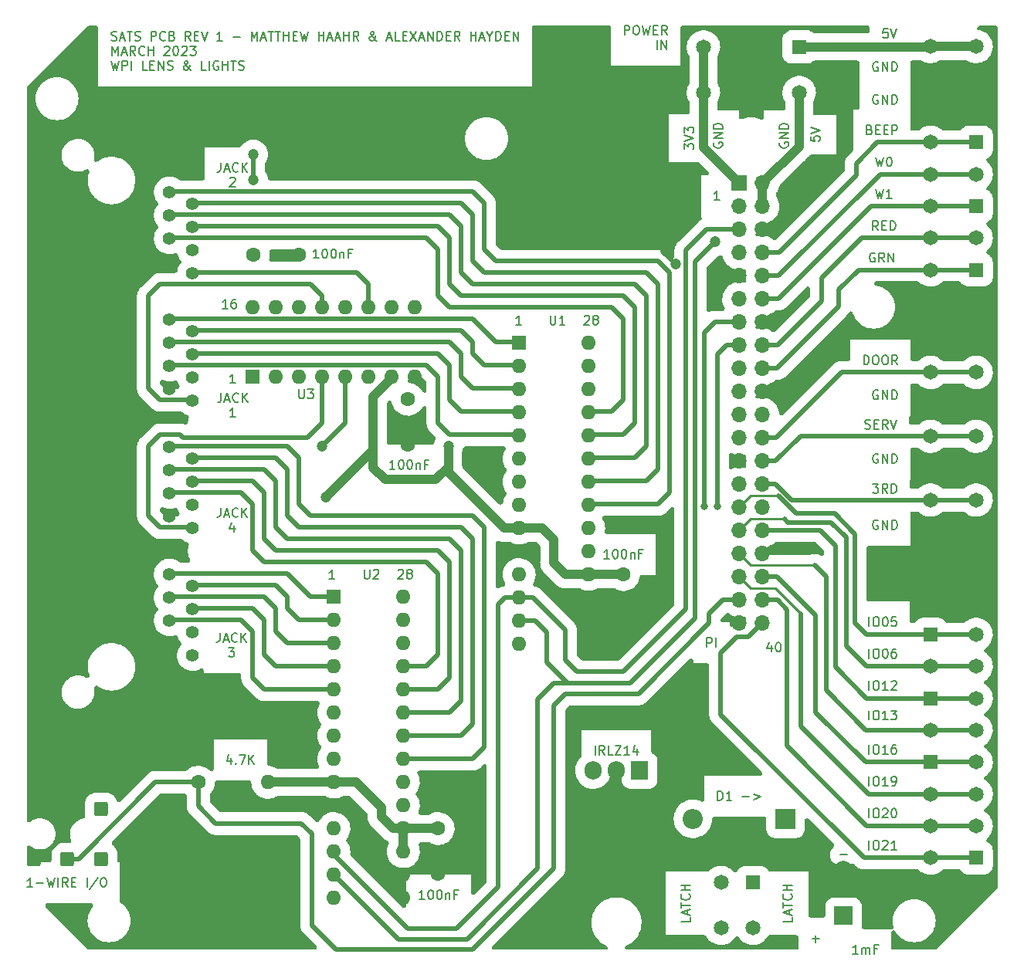
<source format=gbr>
%TF.GenerationSoftware,KiCad,Pcbnew,(6.0.0-0)*%
%TF.CreationDate,2023-04-18T12:24:45-04:00*%
%TF.ProjectId,SATS,53415453-2e6b-4696-9361-645f70636258,rev?*%
%TF.SameCoordinates,Original*%
%TF.FileFunction,Copper,L1,Top*%
%TF.FilePolarity,Positive*%
%FSLAX46Y46*%
G04 Gerber Fmt 4.6, Leading zero omitted, Abs format (unit mm)*
G04 Created by KiCad (PCBNEW (6.0.0-0)) date 2023-04-18 12:24:45*
%MOMM*%
%LPD*%
G01*
G04 APERTURE LIST*
G04 Aperture macros list*
%AMRoundRect*
0 Rectangle with rounded corners*
0 $1 Rounding radius*
0 $2 $3 $4 $5 $6 $7 $8 $9 X,Y pos of 4 corners*
0 Add a 4 corners polygon primitive as box body*
4,1,4,$2,$3,$4,$5,$6,$7,$8,$9,$2,$3,0*
0 Add four circle primitives for the rounded corners*
1,1,$1+$1,$2,$3*
1,1,$1+$1,$4,$5*
1,1,$1+$1,$6,$7*
1,1,$1+$1,$8,$9*
0 Add four rect primitives between the rounded corners*
20,1,$1+$1,$2,$3,$4,$5,0*
20,1,$1+$1,$4,$5,$6,$7,0*
20,1,$1+$1,$6,$7,$8,$9,0*
20,1,$1+$1,$8,$9,$2,$3,0*%
G04 Aperture macros list end*
%TA.AperFunction,NonConductor*%
%ADD10C,0.200000*%
%TD*%
%ADD11C,0.200000*%
%TA.AperFunction,ComponentPad*%
%ADD12R,1.650000X1.650000*%
%TD*%
%TA.AperFunction,ComponentPad*%
%ADD13C,1.650000*%
%TD*%
%TA.AperFunction,ComponentPad*%
%ADD14R,1.600000X1.600000*%
%TD*%
%TA.AperFunction,ComponentPad*%
%ADD15O,1.600000X1.600000*%
%TD*%
%TA.AperFunction,ComponentPad*%
%ADD16C,1.397000*%
%TD*%
%TA.AperFunction,ComponentPad*%
%ADD17C,1.600000*%
%TD*%
%TA.AperFunction,ComponentPad*%
%ADD18R,2.000000X2.000000*%
%TD*%
%TA.AperFunction,ComponentPad*%
%ADD19C,2.000000*%
%TD*%
%TA.AperFunction,SMDPad,CuDef*%
%ADD20RoundRect,0.187500X0.562500X-0.562500X0.562500X0.562500X-0.562500X0.562500X-0.562500X-0.562500X0*%
%TD*%
%TA.AperFunction,ComponentPad*%
%ADD21R,2.200000X2.200000*%
%TD*%
%TA.AperFunction,ComponentPad*%
%ADD22O,2.200000X2.200000*%
%TD*%
%TA.AperFunction,ComponentPad*%
%ADD23R,1.905000X2.000000*%
%TD*%
%TA.AperFunction,ComponentPad*%
%ADD24O,1.905000X2.000000*%
%TD*%
%TA.AperFunction,ComponentPad*%
%ADD25R,1.700000X1.700000*%
%TD*%
%TA.AperFunction,ComponentPad*%
%ADD26O,1.700000X1.700000*%
%TD*%
%TA.AperFunction,ViaPad*%
%ADD27C,1.200000*%
%TD*%
%TA.AperFunction,ViaPad*%
%ADD28C,0.800000*%
%TD*%
%TA.AperFunction,Conductor*%
%ADD29C,0.500000*%
%TD*%
%TA.AperFunction,Conductor*%
%ADD30C,1.000000*%
%TD*%
%TA.AperFunction,Conductor*%
%ADD31C,0.250000*%
%TD*%
G04 APERTURE END LIST*
D10*
X140589000Y-136906000D02*
X139827000Y-136906000D01*
D11*
D10*
X104882914Y-78760580D02*
X104311485Y-78760580D01*
X104597200Y-78760580D02*
X104597200Y-77760580D01*
X104501961Y-77903438D01*
X104406723Y-77998676D01*
X104311485Y-78046295D01*
D11*
D10*
X126625314Y-65095380D02*
X126053885Y-65095380D01*
X126339600Y-65095380D02*
X126339600Y-64095380D01*
X126244361Y-64238238D01*
X126149123Y-64333476D01*
X126053885Y-64381095D01*
D11*
D10*
X143641095Y-70945000D02*
X143545857Y-70897380D01*
X143403000Y-70897380D01*
X143260142Y-70945000D01*
X143164904Y-71040238D01*
X143117285Y-71135476D01*
X143069666Y-71325952D01*
X143069666Y-71468809D01*
X143117285Y-71659285D01*
X143164904Y-71754523D01*
X143260142Y-71849761D01*
X143403000Y-71897380D01*
X143498238Y-71897380D01*
X143641095Y-71849761D01*
X143688714Y-71802142D01*
X143688714Y-71468809D01*
X143498238Y-71468809D01*
X144688714Y-71897380D02*
X144355380Y-71421190D01*
X144117285Y-71897380D02*
X144117285Y-70897380D01*
X144498238Y-70897380D01*
X144593476Y-70945000D01*
X144641095Y-70992619D01*
X144688714Y-71087857D01*
X144688714Y-71230714D01*
X144641095Y-71325952D01*
X144593476Y-71373571D01*
X144498238Y-71421190D01*
X144117285Y-71421190D01*
X145117285Y-71897380D02*
X145117285Y-70897380D01*
X145688714Y-71897380D01*
X145688714Y-70897380D01*
D11*
D10*
X59959676Y-47562761D02*
X60102533Y-47610380D01*
X60340628Y-47610380D01*
X60435866Y-47562761D01*
X60483485Y-47515142D01*
X60531104Y-47419904D01*
X60531104Y-47324666D01*
X60483485Y-47229428D01*
X60435866Y-47181809D01*
X60340628Y-47134190D01*
X60150152Y-47086571D01*
X60054914Y-47038952D01*
X60007295Y-46991333D01*
X59959676Y-46896095D01*
X59959676Y-46800857D01*
X60007295Y-46705619D01*
X60054914Y-46658000D01*
X60150152Y-46610380D01*
X60388247Y-46610380D01*
X60531104Y-46658000D01*
X60912057Y-47324666D02*
X61388247Y-47324666D01*
X60816819Y-47610380D02*
X61150152Y-46610380D01*
X61483485Y-47610380D01*
X61673961Y-46610380D02*
X62245390Y-46610380D01*
X61959676Y-47610380D02*
X61959676Y-46610380D01*
X62531104Y-47562761D02*
X62673961Y-47610380D01*
X62912057Y-47610380D01*
X63007295Y-47562761D01*
X63054914Y-47515142D01*
X63102533Y-47419904D01*
X63102533Y-47324666D01*
X63054914Y-47229428D01*
X63007295Y-47181809D01*
X62912057Y-47134190D01*
X62721580Y-47086571D01*
X62626342Y-47038952D01*
X62578723Y-46991333D01*
X62531104Y-46896095D01*
X62531104Y-46800857D01*
X62578723Y-46705619D01*
X62626342Y-46658000D01*
X62721580Y-46610380D01*
X62959676Y-46610380D01*
X63102533Y-46658000D01*
X64293009Y-47610380D02*
X64293009Y-46610380D01*
X64673961Y-46610380D01*
X64769200Y-46658000D01*
X64816819Y-46705619D01*
X64864438Y-46800857D01*
X64864438Y-46943714D01*
X64816819Y-47038952D01*
X64769200Y-47086571D01*
X64673961Y-47134190D01*
X64293009Y-47134190D01*
X65864438Y-47515142D02*
X65816819Y-47562761D01*
X65673961Y-47610380D01*
X65578723Y-47610380D01*
X65435866Y-47562761D01*
X65340628Y-47467523D01*
X65293009Y-47372285D01*
X65245390Y-47181809D01*
X65245390Y-47038952D01*
X65293009Y-46848476D01*
X65340628Y-46753238D01*
X65435866Y-46658000D01*
X65578723Y-46610380D01*
X65673961Y-46610380D01*
X65816819Y-46658000D01*
X65864438Y-46705619D01*
X66626342Y-47086571D02*
X66769200Y-47134190D01*
X66816819Y-47181809D01*
X66864438Y-47277047D01*
X66864438Y-47419904D01*
X66816819Y-47515142D01*
X66769200Y-47562761D01*
X66673961Y-47610380D01*
X66293009Y-47610380D01*
X66293009Y-46610380D01*
X66626342Y-46610380D01*
X66721580Y-46658000D01*
X66769200Y-46705619D01*
X66816819Y-46800857D01*
X66816819Y-46896095D01*
X66769200Y-46991333D01*
X66721580Y-47038952D01*
X66626342Y-47086571D01*
X66293009Y-47086571D01*
X68626342Y-47610380D02*
X68293009Y-47134190D01*
X68054914Y-47610380D02*
X68054914Y-46610380D01*
X68435866Y-46610380D01*
X68531104Y-46658000D01*
X68578723Y-46705619D01*
X68626342Y-46800857D01*
X68626342Y-46943714D01*
X68578723Y-47038952D01*
X68531104Y-47086571D01*
X68435866Y-47134190D01*
X68054914Y-47134190D01*
X69054914Y-47086571D02*
X69388247Y-47086571D01*
X69531104Y-47610380D02*
X69054914Y-47610380D01*
X69054914Y-46610380D01*
X69531104Y-46610380D01*
X69816819Y-46610380D02*
X70150152Y-47610380D01*
X70483485Y-46610380D01*
X72102533Y-47610380D02*
X71531104Y-47610380D01*
X71816819Y-47610380D02*
X71816819Y-46610380D01*
X71721580Y-46753238D01*
X71626342Y-46848476D01*
X71531104Y-46896095D01*
X73293009Y-47229428D02*
X74054914Y-47229428D01*
X75293009Y-47610380D02*
X75293009Y-46610380D01*
X75626342Y-47324666D01*
X75959676Y-46610380D01*
X75959676Y-47610380D01*
X76388247Y-47324666D02*
X76864438Y-47324666D01*
X76293009Y-47610380D02*
X76626342Y-46610380D01*
X76959676Y-47610380D01*
X77150152Y-46610380D02*
X77721580Y-46610380D01*
X77435866Y-47610380D02*
X77435866Y-46610380D01*
X77912057Y-46610380D02*
X78483485Y-46610380D01*
X78197771Y-47610380D02*
X78197771Y-46610380D01*
X78816819Y-47610380D02*
X78816819Y-46610380D01*
X78816819Y-47086571D02*
X79388247Y-47086571D01*
X79388247Y-47610380D02*
X79388247Y-46610380D01*
X79864438Y-47086571D02*
X80197771Y-47086571D01*
X80340628Y-47610380D02*
X79864438Y-47610380D01*
X79864438Y-46610380D01*
X80340628Y-46610380D01*
X80673961Y-46610380D02*
X80912057Y-47610380D01*
X81102533Y-46896095D01*
X81293009Y-47610380D01*
X81531104Y-46610380D01*
X82673961Y-47610380D02*
X82673961Y-46610380D01*
X82673961Y-47086571D02*
X83245390Y-47086571D01*
X83245390Y-47610380D02*
X83245390Y-46610380D01*
X83673961Y-47324666D02*
X84150152Y-47324666D01*
X83578723Y-47610380D02*
X83912057Y-46610380D01*
X84245390Y-47610380D01*
X84531104Y-47324666D02*
X85007295Y-47324666D01*
X84435866Y-47610380D02*
X84769200Y-46610380D01*
X85102533Y-47610380D01*
X85435866Y-47610380D02*
X85435866Y-46610380D01*
X85435866Y-47086571D02*
X86007295Y-47086571D01*
X86007295Y-47610380D02*
X86007295Y-46610380D01*
X87054914Y-47610380D02*
X86721580Y-47134190D01*
X86483485Y-47610380D02*
X86483485Y-46610380D01*
X86864438Y-46610380D01*
X86959676Y-46658000D01*
X87007295Y-46705619D01*
X87054914Y-46800857D01*
X87054914Y-46943714D01*
X87007295Y-47038952D01*
X86959676Y-47086571D01*
X86864438Y-47134190D01*
X86483485Y-47134190D01*
X89054914Y-47610380D02*
X89007295Y-47610380D01*
X88912057Y-47562761D01*
X88769200Y-47419904D01*
X88531104Y-47134190D01*
X88435866Y-46991333D01*
X88388247Y-46848476D01*
X88388247Y-46753238D01*
X88435866Y-46658000D01*
X88531104Y-46610380D01*
X88578723Y-46610380D01*
X88673961Y-46658000D01*
X88721580Y-46753238D01*
X88721580Y-46800857D01*
X88673961Y-46896095D01*
X88626342Y-46943714D01*
X88340628Y-47134190D01*
X88293009Y-47181809D01*
X88245390Y-47277047D01*
X88245390Y-47419904D01*
X88293009Y-47515142D01*
X88340628Y-47562761D01*
X88435866Y-47610380D01*
X88578723Y-47610380D01*
X88673961Y-47562761D01*
X88721580Y-47515142D01*
X88864438Y-47324666D01*
X88912057Y-47181809D01*
X88912057Y-47086571D01*
X90197771Y-47324666D02*
X90673961Y-47324666D01*
X90102533Y-47610380D02*
X90435866Y-46610380D01*
X90769200Y-47610380D01*
X91578723Y-47610380D02*
X91102533Y-47610380D01*
X91102533Y-46610380D01*
X91912057Y-47086571D02*
X92245390Y-47086571D01*
X92388247Y-47610380D02*
X91912057Y-47610380D01*
X91912057Y-46610380D01*
X92388247Y-46610380D01*
X92721580Y-46610380D02*
X93388247Y-47610380D01*
X93388247Y-46610380D02*
X92721580Y-47610380D01*
X93721580Y-47324666D02*
X94197771Y-47324666D01*
X93626342Y-47610380D02*
X93959676Y-46610380D01*
X94293009Y-47610380D01*
X94626342Y-47610380D02*
X94626342Y-46610380D01*
X95197771Y-47610380D01*
X95197771Y-46610380D01*
X95673961Y-47610380D02*
X95673961Y-46610380D01*
X95912057Y-46610380D01*
X96054914Y-46658000D01*
X96150152Y-46753238D01*
X96197771Y-46848476D01*
X96245390Y-47038952D01*
X96245390Y-47181809D01*
X96197771Y-47372285D01*
X96150152Y-47467523D01*
X96054914Y-47562761D01*
X95912057Y-47610380D01*
X95673961Y-47610380D01*
X96673961Y-47086571D02*
X97007295Y-47086571D01*
X97150152Y-47610380D02*
X96673961Y-47610380D01*
X96673961Y-46610380D01*
X97150152Y-46610380D01*
X98150152Y-47610380D02*
X97816819Y-47134190D01*
X97578723Y-47610380D02*
X97578723Y-46610380D01*
X97959676Y-46610380D01*
X98054914Y-46658000D01*
X98102533Y-46705619D01*
X98150152Y-46800857D01*
X98150152Y-46943714D01*
X98102533Y-47038952D01*
X98054914Y-47086571D01*
X97959676Y-47134190D01*
X97578723Y-47134190D01*
X99340628Y-47610380D02*
X99340628Y-46610380D01*
X99340628Y-47086571D02*
X99912057Y-47086571D01*
X99912057Y-47610380D02*
X99912057Y-46610380D01*
X100340628Y-47324666D02*
X100816819Y-47324666D01*
X100245390Y-47610380D02*
X100578723Y-46610380D01*
X100912057Y-47610380D01*
X101435866Y-47134190D02*
X101435866Y-47610380D01*
X101102533Y-46610380D02*
X101435866Y-47134190D01*
X101769200Y-46610380D01*
X102102533Y-47610380D02*
X102102533Y-46610380D01*
X102340628Y-46610380D01*
X102483485Y-46658000D01*
X102578723Y-46753238D01*
X102626342Y-46848476D01*
X102673961Y-47038952D01*
X102673961Y-47181809D01*
X102626342Y-47372285D01*
X102578723Y-47467523D01*
X102483485Y-47562761D01*
X102340628Y-47610380D01*
X102102533Y-47610380D01*
X103102533Y-47086571D02*
X103435866Y-47086571D01*
X103578723Y-47610380D02*
X103102533Y-47610380D01*
X103102533Y-46610380D01*
X103578723Y-46610380D01*
X104007295Y-47610380D02*
X104007295Y-46610380D01*
X104578723Y-47610380D01*
X104578723Y-46610380D01*
X60007295Y-49220380D02*
X60007295Y-48220380D01*
X60340628Y-48934666D01*
X60673961Y-48220380D01*
X60673961Y-49220380D01*
X61102533Y-48934666D02*
X61578723Y-48934666D01*
X61007295Y-49220380D02*
X61340628Y-48220380D01*
X61673961Y-49220380D01*
X62578723Y-49220380D02*
X62245390Y-48744190D01*
X62007295Y-49220380D02*
X62007295Y-48220380D01*
X62388247Y-48220380D01*
X62483485Y-48268000D01*
X62531104Y-48315619D01*
X62578723Y-48410857D01*
X62578723Y-48553714D01*
X62531104Y-48648952D01*
X62483485Y-48696571D01*
X62388247Y-48744190D01*
X62007295Y-48744190D01*
X63578723Y-49125142D02*
X63531104Y-49172761D01*
X63388247Y-49220380D01*
X63293009Y-49220380D01*
X63150152Y-49172761D01*
X63054914Y-49077523D01*
X63007295Y-48982285D01*
X62959676Y-48791809D01*
X62959676Y-48648952D01*
X63007295Y-48458476D01*
X63054914Y-48363238D01*
X63150152Y-48268000D01*
X63293009Y-48220380D01*
X63388247Y-48220380D01*
X63531104Y-48268000D01*
X63578723Y-48315619D01*
X64007295Y-49220380D02*
X64007295Y-48220380D01*
X64007295Y-48696571D02*
X64578723Y-48696571D01*
X64578723Y-49220380D02*
X64578723Y-48220380D01*
X65769200Y-48315619D02*
X65816819Y-48268000D01*
X65912057Y-48220380D01*
X66150152Y-48220380D01*
X66245390Y-48268000D01*
X66293009Y-48315619D01*
X66340628Y-48410857D01*
X66340628Y-48506095D01*
X66293009Y-48648952D01*
X65721580Y-49220380D01*
X66340628Y-49220380D01*
X66959676Y-48220380D02*
X67054914Y-48220380D01*
X67150152Y-48268000D01*
X67197771Y-48315619D01*
X67245390Y-48410857D01*
X67293009Y-48601333D01*
X67293009Y-48839428D01*
X67245390Y-49029904D01*
X67197771Y-49125142D01*
X67150152Y-49172761D01*
X67054914Y-49220380D01*
X66959676Y-49220380D01*
X66864438Y-49172761D01*
X66816819Y-49125142D01*
X66769200Y-49029904D01*
X66721580Y-48839428D01*
X66721580Y-48601333D01*
X66769200Y-48410857D01*
X66816819Y-48315619D01*
X66864438Y-48268000D01*
X66959676Y-48220380D01*
X67673961Y-48315619D02*
X67721580Y-48268000D01*
X67816819Y-48220380D01*
X68054914Y-48220380D01*
X68150152Y-48268000D01*
X68197771Y-48315619D01*
X68245390Y-48410857D01*
X68245390Y-48506095D01*
X68197771Y-48648952D01*
X67626342Y-49220380D01*
X68245390Y-49220380D01*
X68578723Y-48220380D02*
X69197771Y-48220380D01*
X68864438Y-48601333D01*
X69007295Y-48601333D01*
X69102533Y-48648952D01*
X69150152Y-48696571D01*
X69197771Y-48791809D01*
X69197771Y-49029904D01*
X69150152Y-49125142D01*
X69102533Y-49172761D01*
X69007295Y-49220380D01*
X68721580Y-49220380D01*
X68626342Y-49172761D01*
X68578723Y-49125142D01*
X59912057Y-49830380D02*
X60150152Y-50830380D01*
X60340628Y-50116095D01*
X60531104Y-50830380D01*
X60769200Y-49830380D01*
X61150152Y-50830380D02*
X61150152Y-49830380D01*
X61531104Y-49830380D01*
X61626342Y-49878000D01*
X61673961Y-49925619D01*
X61721580Y-50020857D01*
X61721580Y-50163714D01*
X61673961Y-50258952D01*
X61626342Y-50306571D01*
X61531104Y-50354190D01*
X61150152Y-50354190D01*
X62150152Y-50830380D02*
X62150152Y-49830380D01*
X63864438Y-50830380D02*
X63388247Y-50830380D01*
X63388247Y-49830380D01*
X64197771Y-50306571D02*
X64531104Y-50306571D01*
X64673961Y-50830380D02*
X64197771Y-50830380D01*
X64197771Y-49830380D01*
X64673961Y-49830380D01*
X65102533Y-50830380D02*
X65102533Y-49830380D01*
X65673961Y-50830380D01*
X65673961Y-49830380D01*
X66102533Y-50782761D02*
X66245390Y-50830380D01*
X66483485Y-50830380D01*
X66578723Y-50782761D01*
X66626342Y-50735142D01*
X66673961Y-50639904D01*
X66673961Y-50544666D01*
X66626342Y-50449428D01*
X66578723Y-50401809D01*
X66483485Y-50354190D01*
X66293009Y-50306571D01*
X66197771Y-50258952D01*
X66150152Y-50211333D01*
X66102533Y-50116095D01*
X66102533Y-50020857D01*
X66150152Y-49925619D01*
X66197771Y-49878000D01*
X66293009Y-49830380D01*
X66531104Y-49830380D01*
X66673961Y-49878000D01*
X68673961Y-50830380D02*
X68626342Y-50830380D01*
X68531104Y-50782761D01*
X68388247Y-50639904D01*
X68150152Y-50354190D01*
X68054914Y-50211333D01*
X68007295Y-50068476D01*
X68007295Y-49973238D01*
X68054914Y-49878000D01*
X68150152Y-49830380D01*
X68197771Y-49830380D01*
X68293009Y-49878000D01*
X68340628Y-49973238D01*
X68340628Y-50020857D01*
X68293009Y-50116095D01*
X68245390Y-50163714D01*
X67959676Y-50354190D01*
X67912057Y-50401809D01*
X67864438Y-50497047D01*
X67864438Y-50639904D01*
X67912057Y-50735142D01*
X67959676Y-50782761D01*
X68054914Y-50830380D01*
X68197771Y-50830380D01*
X68293009Y-50782761D01*
X68340628Y-50735142D01*
X68483485Y-50544666D01*
X68531104Y-50401809D01*
X68531104Y-50306571D01*
X70340628Y-50830380D02*
X69864438Y-50830380D01*
X69864438Y-49830380D01*
X70673961Y-50830380D02*
X70673961Y-49830380D01*
X71673961Y-49878000D02*
X71578723Y-49830380D01*
X71435866Y-49830380D01*
X71293009Y-49878000D01*
X71197771Y-49973238D01*
X71150152Y-50068476D01*
X71102533Y-50258952D01*
X71102533Y-50401809D01*
X71150152Y-50592285D01*
X71197771Y-50687523D01*
X71293009Y-50782761D01*
X71435866Y-50830380D01*
X71531104Y-50830380D01*
X71673961Y-50782761D01*
X71721580Y-50735142D01*
X71721580Y-50401809D01*
X71531104Y-50401809D01*
X72150152Y-50830380D02*
X72150152Y-49830380D01*
X72150152Y-50306571D02*
X72721580Y-50306571D01*
X72721580Y-50830380D02*
X72721580Y-49830380D01*
X73054914Y-49830380D02*
X73626342Y-49830380D01*
X73340628Y-50830380D02*
X73340628Y-49830380D01*
X73912057Y-50782761D02*
X74054914Y-50830380D01*
X74293009Y-50830380D01*
X74388247Y-50782761D01*
X74435866Y-50735142D01*
X74483485Y-50639904D01*
X74483485Y-50544666D01*
X74435866Y-50449428D01*
X74388247Y-50401809D01*
X74293009Y-50354190D01*
X74102533Y-50306571D01*
X74007295Y-50258952D01*
X73959676Y-50211333D01*
X73912057Y-50116095D01*
X73912057Y-50020857D01*
X73959676Y-49925619D01*
X74007295Y-49878000D01*
X74102533Y-49830380D01*
X74340628Y-49830380D01*
X74483485Y-49878000D01*
D11*
D10*
X143023809Y-132842380D02*
X143023809Y-131842380D01*
X143690476Y-131842380D02*
X143880952Y-131842380D01*
X143976190Y-131890000D01*
X144071428Y-131985238D01*
X144119047Y-132175714D01*
X144119047Y-132509047D01*
X144071428Y-132699523D01*
X143976190Y-132794761D01*
X143880952Y-132842380D01*
X143690476Y-132842380D01*
X143595238Y-132794761D01*
X143500000Y-132699523D01*
X143452380Y-132509047D01*
X143452380Y-132175714D01*
X143500000Y-131985238D01*
X143595238Y-131890000D01*
X143690476Y-131842380D01*
X144500000Y-131937619D02*
X144547619Y-131890000D01*
X144642857Y-131842380D01*
X144880952Y-131842380D01*
X144976190Y-131890000D01*
X145023809Y-131937619D01*
X145071428Y-132032857D01*
X145071428Y-132128095D01*
X145023809Y-132270952D01*
X144452380Y-132842380D01*
X145071428Y-132842380D01*
X145690476Y-131842380D02*
X145785714Y-131842380D01*
X145880952Y-131890000D01*
X145928571Y-131937619D01*
X145976190Y-132032857D01*
X146023809Y-132223333D01*
X146023809Y-132461428D01*
X145976190Y-132651904D01*
X145928571Y-132747142D01*
X145880952Y-132794761D01*
X145785714Y-132842380D01*
X145690476Y-132842380D01*
X145595238Y-132794761D01*
X145547619Y-132747142D01*
X145500000Y-132651904D01*
X145452380Y-132461428D01*
X145452380Y-132223333D01*
X145500000Y-132032857D01*
X145547619Y-131937619D01*
X145595238Y-131890000D01*
X145690476Y-131842380D01*
D11*
D10*
X80518095Y-85863180D02*
X80518095Y-86672704D01*
X80565714Y-86767942D01*
X80613333Y-86815561D01*
X80708571Y-86863180D01*
X80899047Y-86863180D01*
X80994285Y-86815561D01*
X81041904Y-86767942D01*
X81089523Y-86672704D01*
X81089523Y-85863180D01*
X81470476Y-85863180D02*
X82089523Y-85863180D01*
X81756190Y-86244133D01*
X81899047Y-86244133D01*
X81994285Y-86291752D01*
X82041904Y-86339371D01*
X82089523Y-86434609D01*
X82089523Y-86672704D01*
X82041904Y-86767942D01*
X81994285Y-86815561D01*
X81899047Y-86863180D01*
X81613333Y-86863180D01*
X81518095Y-86815561D01*
X81470476Y-86767942D01*
D11*
D10*
X143988095Y-93000000D02*
X143892857Y-92952380D01*
X143750000Y-92952380D01*
X143607142Y-93000000D01*
X143511904Y-93095238D01*
X143464285Y-93190476D01*
X143416666Y-93380952D01*
X143416666Y-93523809D01*
X143464285Y-93714285D01*
X143511904Y-93809523D01*
X143607142Y-93904761D01*
X143750000Y-93952380D01*
X143845238Y-93952380D01*
X143988095Y-93904761D01*
X144035714Y-93857142D01*
X144035714Y-93523809D01*
X143845238Y-93523809D01*
X144464285Y-93952380D02*
X144464285Y-92952380D01*
X145035714Y-93952380D01*
X145035714Y-92952380D01*
X145511904Y-93952380D02*
X145511904Y-92952380D01*
X145750000Y-92952380D01*
X145892857Y-93000000D01*
X145988095Y-93095238D01*
X146035714Y-93190476D01*
X146083333Y-93380952D01*
X146083333Y-93523809D01*
X146035714Y-93714285D01*
X145988095Y-93809523D01*
X145892857Y-93904761D01*
X145750000Y-93952380D01*
X145511904Y-93952380D01*
D11*
D10*
X122769380Y-59531095D02*
X122769380Y-58912047D01*
X123150333Y-59245380D01*
X123150333Y-59102523D01*
X123197952Y-59007285D01*
X123245571Y-58959666D01*
X123340809Y-58912047D01*
X123578904Y-58912047D01*
X123674142Y-58959666D01*
X123721761Y-59007285D01*
X123769380Y-59102523D01*
X123769380Y-59388238D01*
X123721761Y-59483476D01*
X123674142Y-59531095D01*
X122769380Y-58626333D02*
X123769380Y-58293000D01*
X122769380Y-57959666D01*
X122769380Y-57721571D02*
X122769380Y-57102523D01*
X123150333Y-57435857D01*
X123150333Y-57293000D01*
X123197952Y-57197761D01*
X123245571Y-57150142D01*
X123340809Y-57102523D01*
X123578904Y-57102523D01*
X123674142Y-57150142D01*
X123721761Y-57197761D01*
X123769380Y-57293000D01*
X123769380Y-57578714D01*
X123721761Y-57673952D01*
X123674142Y-57721571D01*
D11*
D10*
X143023809Y-136342380D02*
X143023809Y-135342380D01*
X143690476Y-135342380D02*
X143880952Y-135342380D01*
X143976190Y-135390000D01*
X144071428Y-135485238D01*
X144119047Y-135675714D01*
X144119047Y-136009047D01*
X144071428Y-136199523D01*
X143976190Y-136294761D01*
X143880952Y-136342380D01*
X143690476Y-136342380D01*
X143595238Y-136294761D01*
X143500000Y-136199523D01*
X143452380Y-136009047D01*
X143452380Y-135675714D01*
X143500000Y-135485238D01*
X143595238Y-135390000D01*
X143690476Y-135342380D01*
X144500000Y-135437619D02*
X144547619Y-135390000D01*
X144642857Y-135342380D01*
X144880952Y-135342380D01*
X144976190Y-135390000D01*
X145023809Y-135437619D01*
X145071428Y-135532857D01*
X145071428Y-135628095D01*
X145023809Y-135770952D01*
X144452380Y-136342380D01*
X145071428Y-136342380D01*
X146023809Y-136342380D02*
X145452380Y-136342380D01*
X145738095Y-136342380D02*
X145738095Y-135342380D01*
X145642857Y-135485238D01*
X145547619Y-135580476D01*
X145452380Y-135628095D01*
D11*
D10*
X144010142Y-68397380D02*
X143676809Y-67921190D01*
X143438714Y-68397380D02*
X143438714Y-67397380D01*
X143819666Y-67397380D01*
X143914904Y-67445000D01*
X143962523Y-67492619D01*
X144010142Y-67587857D01*
X144010142Y-67730714D01*
X143962523Y-67825952D01*
X143914904Y-67873571D01*
X143819666Y-67921190D01*
X143438714Y-67921190D01*
X144438714Y-67873571D02*
X144772047Y-67873571D01*
X144914904Y-68397380D02*
X144438714Y-68397380D01*
X144438714Y-67397380D01*
X144914904Y-67397380D01*
X145343476Y-68397380D02*
X145343476Y-67397380D01*
X145581571Y-67397380D01*
X145724428Y-67445000D01*
X145819666Y-67540238D01*
X145867285Y-67635476D01*
X145914904Y-67825952D01*
X145914904Y-67968809D01*
X145867285Y-68159285D01*
X145819666Y-68254523D01*
X145724428Y-68349761D01*
X145581571Y-68397380D01*
X145343476Y-68397380D01*
D11*
D10*
X143988095Y-100250000D02*
X143892857Y-100202380D01*
X143750000Y-100202380D01*
X143607142Y-100250000D01*
X143511904Y-100345238D01*
X143464285Y-100440476D01*
X143416666Y-100630952D01*
X143416666Y-100773809D01*
X143464285Y-100964285D01*
X143511904Y-101059523D01*
X143607142Y-101154761D01*
X143750000Y-101202380D01*
X143845238Y-101202380D01*
X143988095Y-101154761D01*
X144035714Y-101107142D01*
X144035714Y-100773809D01*
X143845238Y-100773809D01*
X144464285Y-101202380D02*
X144464285Y-100202380D01*
X145035714Y-101202380D01*
X145035714Y-100202380D01*
X145511904Y-101202380D02*
X145511904Y-100202380D01*
X145750000Y-100202380D01*
X145892857Y-100250000D01*
X145988095Y-100345238D01*
X146035714Y-100440476D01*
X146083333Y-100630952D01*
X146083333Y-100773809D01*
X146035714Y-100964285D01*
X145988095Y-101059523D01*
X145892857Y-101154761D01*
X145750000Y-101202380D01*
X145511904Y-101202380D01*
D11*
D10*
X143988095Y-50000000D02*
X143892857Y-49952380D01*
X143750000Y-49952380D01*
X143607142Y-50000000D01*
X143511904Y-50095238D01*
X143464285Y-50190476D01*
X143416666Y-50380952D01*
X143416666Y-50523809D01*
X143464285Y-50714285D01*
X143511904Y-50809523D01*
X143607142Y-50904761D01*
X143750000Y-50952380D01*
X143845238Y-50952380D01*
X143988095Y-50904761D01*
X144035714Y-50857142D01*
X144035714Y-50523809D01*
X143845238Y-50523809D01*
X144464285Y-50952380D02*
X144464285Y-49952380D01*
X145035714Y-50952380D01*
X145035714Y-49952380D01*
X145511904Y-50952380D02*
X145511904Y-49952380D01*
X145750000Y-49952380D01*
X145892857Y-50000000D01*
X145988095Y-50095238D01*
X146035714Y-50190476D01*
X146083333Y-50380952D01*
X146083333Y-50523809D01*
X146035714Y-50714285D01*
X145988095Y-50809523D01*
X145892857Y-50904761D01*
X145750000Y-50952380D01*
X145511904Y-50952380D01*
D11*
D10*
X91389295Y-105719619D02*
X91436914Y-105672000D01*
X91532152Y-105624380D01*
X91770247Y-105624380D01*
X91865485Y-105672000D01*
X91913104Y-105719619D01*
X91960723Y-105814857D01*
X91960723Y-105910095D01*
X91913104Y-106052952D01*
X91341676Y-106624380D01*
X91960723Y-106624380D01*
X92532152Y-106052952D02*
X92436914Y-106005333D01*
X92389295Y-105957714D01*
X92341676Y-105862476D01*
X92341676Y-105814857D01*
X92389295Y-105719619D01*
X92436914Y-105672000D01*
X92532152Y-105624380D01*
X92722628Y-105624380D01*
X92817866Y-105672000D01*
X92865485Y-105719619D01*
X92913104Y-105814857D01*
X92913104Y-105862476D01*
X92865485Y-105957714D01*
X92817866Y-106005333D01*
X92722628Y-106052952D01*
X92532152Y-106052952D01*
X92436914Y-106100571D01*
X92389295Y-106148190D01*
X92341676Y-106243428D01*
X92341676Y-106433904D01*
X92389295Y-106529142D01*
X92436914Y-106576761D01*
X92532152Y-106624380D01*
X92722628Y-106624380D01*
X92817866Y-106576761D01*
X92865485Y-106529142D01*
X92913104Y-106433904D01*
X92913104Y-106243428D01*
X92865485Y-106148190D01*
X92817866Y-106100571D01*
X92722628Y-106052952D01*
D11*
D10*
X143069666Y-57373571D02*
X143212523Y-57421190D01*
X143260142Y-57468809D01*
X143307761Y-57564047D01*
X143307761Y-57706904D01*
X143260142Y-57802142D01*
X143212523Y-57849761D01*
X143117285Y-57897380D01*
X142736333Y-57897380D01*
X142736333Y-56897380D01*
X143069666Y-56897380D01*
X143164904Y-56945000D01*
X143212523Y-56992619D01*
X143260142Y-57087857D01*
X143260142Y-57183095D01*
X143212523Y-57278333D01*
X143164904Y-57325952D01*
X143069666Y-57373571D01*
X142736333Y-57373571D01*
X143736333Y-57373571D02*
X144069666Y-57373571D01*
X144212523Y-57897380D02*
X143736333Y-57897380D01*
X143736333Y-56897380D01*
X144212523Y-56897380D01*
X144641095Y-57373571D02*
X144974428Y-57373571D01*
X145117285Y-57897380D02*
X144641095Y-57897380D01*
X144641095Y-56897380D01*
X145117285Y-56897380D01*
X145545857Y-57897380D02*
X145545857Y-56897380D01*
X145926809Y-56897380D01*
X146022047Y-56945000D01*
X146069666Y-56992619D01*
X146117285Y-57087857D01*
X146117285Y-57230714D01*
X146069666Y-57325952D01*
X146022047Y-57373571D01*
X145926809Y-57421190D01*
X145545857Y-57421190D01*
D11*
D10*
X71967885Y-86277380D02*
X71967885Y-86991666D01*
X71920266Y-87134523D01*
X71825028Y-87229761D01*
X71682171Y-87277380D01*
X71586933Y-87277380D01*
X72396457Y-86991666D02*
X72872647Y-86991666D01*
X72301219Y-87277380D02*
X72634552Y-86277380D01*
X72967885Y-87277380D01*
X73872647Y-87182142D02*
X73825028Y-87229761D01*
X73682171Y-87277380D01*
X73586933Y-87277380D01*
X73444076Y-87229761D01*
X73348838Y-87134523D01*
X73301219Y-87039285D01*
X73253600Y-86848809D01*
X73253600Y-86705952D01*
X73301219Y-86515476D01*
X73348838Y-86420238D01*
X73444076Y-86325000D01*
X73586933Y-86277380D01*
X73682171Y-86277380D01*
X73825028Y-86325000D01*
X73872647Y-86372619D01*
X74301219Y-87277380D02*
X74301219Y-86277380D01*
X74872647Y-87277380D02*
X74444076Y-86705952D01*
X74872647Y-86277380D02*
X74301219Y-86848809D01*
X73539314Y-88887380D02*
X72967885Y-88887380D01*
X73253600Y-88887380D02*
X73253600Y-87887380D01*
X73158361Y-88030238D01*
X73063123Y-88125476D01*
X72967885Y-88173095D01*
D11*
D10*
X51305295Y-140431780D02*
X50733866Y-140431780D01*
X51019580Y-140431780D02*
X51019580Y-139431780D01*
X50924342Y-139574638D01*
X50829104Y-139669876D01*
X50733866Y-139717495D01*
X51733866Y-140050828D02*
X52495771Y-140050828D01*
X52876723Y-139431780D02*
X53114819Y-140431780D01*
X53305295Y-139717495D01*
X53495771Y-140431780D01*
X53733866Y-139431780D01*
X54114819Y-140431780D02*
X54114819Y-139431780D01*
X55162438Y-140431780D02*
X54829104Y-139955590D01*
X54591009Y-140431780D02*
X54591009Y-139431780D01*
X54971961Y-139431780D01*
X55067200Y-139479400D01*
X55114819Y-139527019D01*
X55162438Y-139622257D01*
X55162438Y-139765114D01*
X55114819Y-139860352D01*
X55067200Y-139907971D01*
X54971961Y-139955590D01*
X54591009Y-139955590D01*
X55591009Y-139907971D02*
X55924342Y-139907971D01*
X56067200Y-140431780D02*
X55591009Y-140431780D01*
X55591009Y-139431780D01*
X56067200Y-139431780D01*
X57257676Y-140431780D02*
X57257676Y-139431780D01*
X58448152Y-139384161D02*
X57591009Y-140669876D01*
X58971961Y-139431780D02*
X59162438Y-139431780D01*
X59257676Y-139479400D01*
X59352914Y-139574638D01*
X59400533Y-139765114D01*
X59400533Y-140098447D01*
X59352914Y-140288923D01*
X59257676Y-140384161D01*
X59162438Y-140431780D01*
X58971961Y-140431780D01*
X58876723Y-140384161D01*
X58781485Y-140288923D01*
X58733866Y-140098447D01*
X58733866Y-139765114D01*
X58781485Y-139574638D01*
X58876723Y-139479400D01*
X58971961Y-139431780D01*
D11*
D10*
X141811476Y-147772380D02*
X141240047Y-147772380D01*
X141525761Y-147772380D02*
X141525761Y-146772380D01*
X141430523Y-146915238D01*
X141335285Y-147010476D01*
X141240047Y-147058095D01*
X142240047Y-147772380D02*
X142240047Y-147105714D01*
X142240047Y-147200952D02*
X142287666Y-147153333D01*
X142382904Y-147105714D01*
X142525761Y-147105714D01*
X142621000Y-147153333D01*
X142668619Y-147248571D01*
X142668619Y-147772380D01*
X142668619Y-147248571D02*
X142716238Y-147153333D01*
X142811476Y-147105714D01*
X142954333Y-147105714D01*
X143049571Y-147153333D01*
X143097190Y-147248571D01*
X143097190Y-147772380D01*
X143906714Y-147248571D02*
X143573380Y-147248571D01*
X143573380Y-147772380D02*
X143573380Y-146772380D01*
X144049571Y-146772380D01*
D11*
D10*
X143748238Y-63897380D02*
X143986333Y-64897380D01*
X144176809Y-64183095D01*
X144367285Y-64897380D01*
X144605380Y-63897380D01*
X145510142Y-64897380D02*
X144938714Y-64897380D01*
X145224428Y-64897380D02*
X145224428Y-63897380D01*
X145129190Y-64040238D01*
X145033952Y-64135476D01*
X144938714Y-64183095D01*
D11*
D10*
X143988095Y-53602000D02*
X143892857Y-53554380D01*
X143750000Y-53554380D01*
X143607142Y-53602000D01*
X143511904Y-53697238D01*
X143464285Y-53792476D01*
X143416666Y-53982952D01*
X143416666Y-54125809D01*
X143464285Y-54316285D01*
X143511904Y-54411523D01*
X143607142Y-54506761D01*
X143750000Y-54554380D01*
X143845238Y-54554380D01*
X143988095Y-54506761D01*
X144035714Y-54459142D01*
X144035714Y-54125809D01*
X143845238Y-54125809D01*
X144464285Y-54554380D02*
X144464285Y-53554380D01*
X145035714Y-54554380D01*
X145035714Y-53554380D01*
X145511904Y-54554380D02*
X145511904Y-53554380D01*
X145750000Y-53554380D01*
X145892857Y-53602000D01*
X145988095Y-53697238D01*
X146035714Y-53792476D01*
X146083333Y-53982952D01*
X146083333Y-54125809D01*
X146035714Y-54316285D01*
X145988095Y-54411523D01*
X145892857Y-54506761D01*
X145750000Y-54554380D01*
X145511904Y-54554380D01*
D11*
D10*
X143988095Y-86000000D02*
X143892857Y-85952380D01*
X143750000Y-85952380D01*
X143607142Y-86000000D01*
X143511904Y-86095238D01*
X143464285Y-86190476D01*
X143416666Y-86380952D01*
X143416666Y-86523809D01*
X143464285Y-86714285D01*
X143511904Y-86809523D01*
X143607142Y-86904761D01*
X143750000Y-86952380D01*
X143845238Y-86952380D01*
X143988095Y-86904761D01*
X144035714Y-86857142D01*
X144035714Y-86523809D01*
X143845238Y-86523809D01*
X144464285Y-86952380D02*
X144464285Y-85952380D01*
X145035714Y-86952380D01*
X145035714Y-85952380D01*
X145511904Y-86952380D02*
X145511904Y-85952380D01*
X145750000Y-85952380D01*
X145892857Y-86000000D01*
X145988095Y-86095238D01*
X146035714Y-86190476D01*
X146083333Y-86380952D01*
X146083333Y-86523809D01*
X146035714Y-86714285D01*
X145988095Y-86809523D01*
X145892857Y-86904761D01*
X145750000Y-86952380D01*
X145511904Y-86952380D01*
D11*
D10*
X145059523Y-46315380D02*
X144583333Y-46315380D01*
X144535714Y-46791571D01*
X144583333Y-46743952D01*
X144678571Y-46696333D01*
X144916666Y-46696333D01*
X145011904Y-46743952D01*
X145059523Y-46791571D01*
X145107142Y-46886809D01*
X145107142Y-47124904D01*
X145059523Y-47220142D01*
X145011904Y-47267761D01*
X144916666Y-47315380D01*
X144678571Y-47315380D01*
X144583333Y-47267761D01*
X144535714Y-47220142D01*
X145392857Y-46315380D02*
X145726190Y-47315380D01*
X146059523Y-46315380D01*
D11*
D10*
X136612380Y-58102476D02*
X136612380Y-58578666D01*
X137088571Y-58626285D01*
X137040952Y-58578666D01*
X136993333Y-58483428D01*
X136993333Y-58245333D01*
X137040952Y-58150095D01*
X137088571Y-58102476D01*
X137183809Y-58054857D01*
X137421904Y-58054857D01*
X137517142Y-58102476D01*
X137564761Y-58150095D01*
X137612380Y-58245333D01*
X137612380Y-58483428D01*
X137564761Y-58578666D01*
X137517142Y-58626285D01*
X136612380Y-57769142D02*
X137612380Y-57435809D01*
X136612380Y-57102476D01*
D11*
D10*
X136779047Y-146121428D02*
X137540952Y-146121428D01*
X137160000Y-146502380D02*
X137160000Y-145740476D01*
D11*
D10*
X125992000Y-58800904D02*
X125944380Y-58896142D01*
X125944380Y-59039000D01*
X125992000Y-59181857D01*
X126087238Y-59277095D01*
X126182476Y-59324714D01*
X126372952Y-59372333D01*
X126515809Y-59372333D01*
X126706285Y-59324714D01*
X126801523Y-59277095D01*
X126896761Y-59181857D01*
X126944380Y-59039000D01*
X126944380Y-58943761D01*
X126896761Y-58800904D01*
X126849142Y-58753285D01*
X126515809Y-58753285D01*
X126515809Y-58943761D01*
X126944380Y-58324714D02*
X125944380Y-58324714D01*
X126944380Y-57753285D01*
X125944380Y-57753285D01*
X126944380Y-57277095D02*
X125944380Y-57277095D01*
X125944380Y-57039000D01*
X125992000Y-56896142D01*
X126087238Y-56800904D01*
X126182476Y-56753285D01*
X126372952Y-56705666D01*
X126515809Y-56705666D01*
X126706285Y-56753285D01*
X126801523Y-56800904D01*
X126896761Y-56896142D01*
X126944380Y-57039000D01*
X126944380Y-57277095D01*
D11*
D10*
X132302285Y-113958714D02*
X132302285Y-114625380D01*
X132064190Y-113577761D02*
X131826095Y-114292047D01*
X132445142Y-114292047D01*
X133016571Y-113625380D02*
X133111809Y-113625380D01*
X133207047Y-113673000D01*
X133254666Y-113720619D01*
X133302285Y-113815857D01*
X133349904Y-114006333D01*
X133349904Y-114244428D01*
X133302285Y-114434904D01*
X133254666Y-114530142D01*
X133207047Y-114577761D01*
X133111809Y-114625380D01*
X133016571Y-114625380D01*
X132921333Y-114577761D01*
X132873714Y-114530142D01*
X132826095Y-114434904D01*
X132778476Y-114244428D01*
X132778476Y-114006333D01*
X132826095Y-113815857D01*
X132873714Y-113720619D01*
X132921333Y-113673000D01*
X133016571Y-113625380D01*
D11*
D10*
X142440476Y-83129380D02*
X142440476Y-82129380D01*
X142678571Y-82129380D01*
X142821428Y-82177000D01*
X142916666Y-82272238D01*
X142964285Y-82367476D01*
X143011904Y-82557952D01*
X143011904Y-82700809D01*
X142964285Y-82891285D01*
X142916666Y-82986523D01*
X142821428Y-83081761D01*
X142678571Y-83129380D01*
X142440476Y-83129380D01*
X143630952Y-82129380D02*
X143821428Y-82129380D01*
X143916666Y-82177000D01*
X144011904Y-82272238D01*
X144059523Y-82462714D01*
X144059523Y-82796047D01*
X144011904Y-82986523D01*
X143916666Y-83081761D01*
X143821428Y-83129380D01*
X143630952Y-83129380D01*
X143535714Y-83081761D01*
X143440476Y-82986523D01*
X143392857Y-82796047D01*
X143392857Y-82462714D01*
X143440476Y-82272238D01*
X143535714Y-82177000D01*
X143630952Y-82129380D01*
X144678571Y-82129380D02*
X144869047Y-82129380D01*
X144964285Y-82177000D01*
X145059523Y-82272238D01*
X145107142Y-82462714D01*
X145107142Y-82796047D01*
X145059523Y-82986523D01*
X144964285Y-83081761D01*
X144869047Y-83129380D01*
X144678571Y-83129380D01*
X144583333Y-83081761D01*
X144488095Y-82986523D01*
X144440476Y-82796047D01*
X144440476Y-82462714D01*
X144488095Y-82272238D01*
X144583333Y-82177000D01*
X144678571Y-82129380D01*
X146107142Y-83129380D02*
X145773809Y-82653190D01*
X145535714Y-83129380D02*
X145535714Y-82129380D01*
X145916666Y-82129380D01*
X146011904Y-82177000D01*
X146059523Y-82224619D01*
X146107142Y-82319857D01*
X146107142Y-82462714D01*
X146059523Y-82557952D01*
X146011904Y-82605571D01*
X145916666Y-82653190D01*
X145535714Y-82653190D01*
D11*
D10*
X72707523Y-76982580D02*
X72136095Y-76982580D01*
X72421809Y-76982580D02*
X72421809Y-75982580D01*
X72326571Y-76125438D01*
X72231333Y-76220676D01*
X72136095Y-76268295D01*
X73564666Y-75982580D02*
X73374190Y-75982580D01*
X73278952Y-76030200D01*
X73231333Y-76077819D01*
X73136095Y-76220676D01*
X73088476Y-76411152D01*
X73088476Y-76792104D01*
X73136095Y-76887342D01*
X73183714Y-76934961D01*
X73278952Y-76982580D01*
X73469428Y-76982580D01*
X73564666Y-76934961D01*
X73612285Y-76887342D01*
X73659904Y-76792104D01*
X73659904Y-76554009D01*
X73612285Y-76458771D01*
X73564666Y-76411152D01*
X73469428Y-76363533D01*
X73278952Y-76363533D01*
X73183714Y-76411152D01*
X73136095Y-76458771D01*
X73088476Y-76554009D01*
D11*
D10*
X111785495Y-77855819D02*
X111833114Y-77808200D01*
X111928352Y-77760580D01*
X112166447Y-77760580D01*
X112261685Y-77808200D01*
X112309304Y-77855819D01*
X112356923Y-77951057D01*
X112356923Y-78046295D01*
X112309304Y-78189152D01*
X111737876Y-78760580D01*
X112356923Y-78760580D01*
X112928352Y-78189152D02*
X112833114Y-78141533D01*
X112785495Y-78093914D01*
X112737876Y-77998676D01*
X112737876Y-77951057D01*
X112785495Y-77855819D01*
X112833114Y-77808200D01*
X112928352Y-77760580D01*
X113118828Y-77760580D01*
X113214066Y-77808200D01*
X113261685Y-77855819D01*
X113309304Y-77951057D01*
X113309304Y-77998676D01*
X113261685Y-78093914D01*
X113214066Y-78141533D01*
X113118828Y-78189152D01*
X112928352Y-78189152D01*
X112833114Y-78236771D01*
X112785495Y-78284390D01*
X112737876Y-78379628D01*
X112737876Y-78570104D01*
X112785495Y-78665342D01*
X112833114Y-78712961D01*
X112928352Y-78760580D01*
X113118828Y-78760580D01*
X113214066Y-78712961D01*
X113261685Y-78665342D01*
X113309304Y-78570104D01*
X113309304Y-78379628D01*
X113261685Y-78284390D01*
X113214066Y-78236771D01*
X113118828Y-78189152D01*
D11*
D10*
X125230000Y-114117380D02*
X125230000Y-113117380D01*
X125610952Y-113117380D01*
X125706190Y-113165000D01*
X125753809Y-113212619D01*
X125801428Y-113307857D01*
X125801428Y-113450714D01*
X125753809Y-113545952D01*
X125706190Y-113593571D01*
X125610952Y-113641190D01*
X125230000Y-113641190D01*
X126230000Y-114117380D02*
X126230000Y-113117380D01*
D11*
D10*
X143023809Y-111842380D02*
X143023809Y-110842380D01*
X143690476Y-110842380D02*
X143880952Y-110842380D01*
X143976190Y-110890000D01*
X144071428Y-110985238D01*
X144119047Y-111175714D01*
X144119047Y-111509047D01*
X144071428Y-111699523D01*
X143976190Y-111794761D01*
X143880952Y-111842380D01*
X143690476Y-111842380D01*
X143595238Y-111794761D01*
X143500000Y-111699523D01*
X143452380Y-111509047D01*
X143452380Y-111175714D01*
X143500000Y-110985238D01*
X143595238Y-110890000D01*
X143690476Y-110842380D01*
X144738095Y-110842380D02*
X144833333Y-110842380D01*
X144928571Y-110890000D01*
X144976190Y-110937619D01*
X145023809Y-111032857D01*
X145071428Y-111223333D01*
X145071428Y-111461428D01*
X145023809Y-111651904D01*
X144976190Y-111747142D01*
X144928571Y-111794761D01*
X144833333Y-111842380D01*
X144738095Y-111842380D01*
X144642857Y-111794761D01*
X144595238Y-111747142D01*
X144547619Y-111651904D01*
X144500000Y-111461428D01*
X144500000Y-111223333D01*
X144547619Y-111032857D01*
X144595238Y-110937619D01*
X144642857Y-110890000D01*
X144738095Y-110842380D01*
X145976190Y-110842380D02*
X145500000Y-110842380D01*
X145452380Y-111318571D01*
X145500000Y-111270952D01*
X145595238Y-111223333D01*
X145833333Y-111223333D01*
X145928571Y-111270952D01*
X145976190Y-111318571D01*
X146023809Y-111413809D01*
X146023809Y-111651904D01*
X145976190Y-111747142D01*
X145928571Y-111794761D01*
X145833333Y-111842380D01*
X145595238Y-111842380D01*
X145500000Y-111794761D01*
X145452380Y-111747142D01*
D11*
D10*
X91035380Y-94610180D02*
X90463952Y-94610180D01*
X90749666Y-94610180D02*
X90749666Y-93610180D01*
X90654428Y-93753038D01*
X90559190Y-93848276D01*
X90463952Y-93895895D01*
X91654428Y-93610180D02*
X91749666Y-93610180D01*
X91844904Y-93657800D01*
X91892523Y-93705419D01*
X91940142Y-93800657D01*
X91987761Y-93991133D01*
X91987761Y-94229228D01*
X91940142Y-94419704D01*
X91892523Y-94514942D01*
X91844904Y-94562561D01*
X91749666Y-94610180D01*
X91654428Y-94610180D01*
X91559190Y-94562561D01*
X91511571Y-94514942D01*
X91463952Y-94419704D01*
X91416333Y-94229228D01*
X91416333Y-93991133D01*
X91463952Y-93800657D01*
X91511571Y-93705419D01*
X91559190Y-93657800D01*
X91654428Y-93610180D01*
X92606809Y-93610180D02*
X92702047Y-93610180D01*
X92797285Y-93657800D01*
X92844904Y-93705419D01*
X92892523Y-93800657D01*
X92940142Y-93991133D01*
X92940142Y-94229228D01*
X92892523Y-94419704D01*
X92844904Y-94514942D01*
X92797285Y-94562561D01*
X92702047Y-94610180D01*
X92606809Y-94610180D01*
X92511571Y-94562561D01*
X92463952Y-94514942D01*
X92416333Y-94419704D01*
X92368714Y-94229228D01*
X92368714Y-93991133D01*
X92416333Y-93800657D01*
X92463952Y-93705419D01*
X92511571Y-93657800D01*
X92606809Y-93610180D01*
X93368714Y-93943514D02*
X93368714Y-94610180D01*
X93368714Y-94038752D02*
X93416333Y-93991133D01*
X93511571Y-93943514D01*
X93654428Y-93943514D01*
X93749666Y-93991133D01*
X93797285Y-94086371D01*
X93797285Y-94610180D01*
X94606809Y-94086371D02*
X94273476Y-94086371D01*
X94273476Y-94610180D02*
X94273476Y-93610180D01*
X94749666Y-93610180D01*
D11*
D10*
X84410514Y-106675180D02*
X83839085Y-106675180D01*
X84124800Y-106675180D02*
X84124800Y-105675180D01*
X84029561Y-105818038D01*
X83934323Y-105913276D01*
X83839085Y-105960895D01*
D11*
D10*
X143023809Y-118842380D02*
X143023809Y-117842380D01*
X143690476Y-117842380D02*
X143880952Y-117842380D01*
X143976190Y-117890000D01*
X144071428Y-117985238D01*
X144119047Y-118175714D01*
X144119047Y-118509047D01*
X144071428Y-118699523D01*
X143976190Y-118794761D01*
X143880952Y-118842380D01*
X143690476Y-118842380D01*
X143595238Y-118794761D01*
X143500000Y-118699523D01*
X143452380Y-118509047D01*
X143452380Y-118175714D01*
X143500000Y-117985238D01*
X143595238Y-117890000D01*
X143690476Y-117842380D01*
X145071428Y-118842380D02*
X144500000Y-118842380D01*
X144785714Y-118842380D02*
X144785714Y-117842380D01*
X144690476Y-117985238D01*
X144595238Y-118080476D01*
X144500000Y-118128095D01*
X145452380Y-117937619D02*
X145500000Y-117890000D01*
X145595238Y-117842380D01*
X145833333Y-117842380D01*
X145928571Y-117890000D01*
X145976190Y-117937619D01*
X146023809Y-118032857D01*
X146023809Y-118128095D01*
X145976190Y-118270952D01*
X145404761Y-118842380D01*
X146023809Y-118842380D01*
D11*
D10*
X116196257Y-46967580D02*
X116196257Y-45967580D01*
X116577209Y-45967580D01*
X116672447Y-46015200D01*
X116720066Y-46062819D01*
X116767685Y-46158057D01*
X116767685Y-46300914D01*
X116720066Y-46396152D01*
X116672447Y-46443771D01*
X116577209Y-46491390D01*
X116196257Y-46491390D01*
X117386733Y-45967580D02*
X117577209Y-45967580D01*
X117672447Y-46015200D01*
X117767685Y-46110438D01*
X117815304Y-46300914D01*
X117815304Y-46634247D01*
X117767685Y-46824723D01*
X117672447Y-46919961D01*
X117577209Y-46967580D01*
X117386733Y-46967580D01*
X117291495Y-46919961D01*
X117196257Y-46824723D01*
X117148638Y-46634247D01*
X117148638Y-46300914D01*
X117196257Y-46110438D01*
X117291495Y-46015200D01*
X117386733Y-45967580D01*
X118148638Y-45967580D02*
X118386733Y-46967580D01*
X118577209Y-46253295D01*
X118767685Y-46967580D01*
X119005780Y-45967580D01*
X119386733Y-46443771D02*
X119720066Y-46443771D01*
X119862923Y-46967580D02*
X119386733Y-46967580D01*
X119386733Y-45967580D01*
X119862923Y-45967580D01*
X120862923Y-46967580D02*
X120529590Y-46491390D01*
X120291495Y-46967580D02*
X120291495Y-45967580D01*
X120672447Y-45967580D01*
X120767685Y-46015200D01*
X120815304Y-46062819D01*
X120862923Y-46158057D01*
X120862923Y-46300914D01*
X120815304Y-46396152D01*
X120767685Y-46443771D01*
X120672447Y-46491390D01*
X120291495Y-46491390D01*
X119767685Y-48577580D02*
X119767685Y-47577580D01*
X120243876Y-48577580D02*
X120243876Y-47577580D01*
X120815304Y-48577580D01*
X120815304Y-47577580D01*
D11*
D10*
X133231000Y-58800904D02*
X133183380Y-58896142D01*
X133183380Y-59039000D01*
X133231000Y-59181857D01*
X133326238Y-59277095D01*
X133421476Y-59324714D01*
X133611952Y-59372333D01*
X133754809Y-59372333D01*
X133945285Y-59324714D01*
X134040523Y-59277095D01*
X134135761Y-59181857D01*
X134183380Y-59039000D01*
X134183380Y-58943761D01*
X134135761Y-58800904D01*
X134088142Y-58753285D01*
X133754809Y-58753285D01*
X133754809Y-58943761D01*
X134183380Y-58324714D02*
X133183380Y-58324714D01*
X134183380Y-57753285D01*
X133183380Y-57753285D01*
X134183380Y-57277095D02*
X133183380Y-57277095D01*
X133183380Y-57039000D01*
X133231000Y-56896142D01*
X133326238Y-56800904D01*
X133421476Y-56753285D01*
X133611952Y-56705666D01*
X133754809Y-56705666D01*
X133945285Y-56753285D01*
X134040523Y-56800904D01*
X134135761Y-56896142D01*
X134183380Y-57039000D01*
X134183380Y-57277095D01*
D11*
D10*
X73539314Y-85186780D02*
X72967885Y-85186780D01*
X73253600Y-85186780D02*
X73253600Y-84186780D01*
X73158361Y-84329638D01*
X73063123Y-84424876D01*
X72967885Y-84472495D01*
D11*
D10*
X142583333Y-90154761D02*
X142726190Y-90202380D01*
X142964285Y-90202380D01*
X143059523Y-90154761D01*
X143107142Y-90107142D01*
X143154761Y-90011904D01*
X143154761Y-89916666D01*
X143107142Y-89821428D01*
X143059523Y-89773809D01*
X142964285Y-89726190D01*
X142773809Y-89678571D01*
X142678571Y-89630952D01*
X142630952Y-89583333D01*
X142583333Y-89488095D01*
X142583333Y-89392857D01*
X142630952Y-89297619D01*
X142678571Y-89250000D01*
X142773809Y-89202380D01*
X143011904Y-89202380D01*
X143154761Y-89250000D01*
X143583333Y-89678571D02*
X143916666Y-89678571D01*
X144059523Y-90202380D02*
X143583333Y-90202380D01*
X143583333Y-89202380D01*
X144059523Y-89202380D01*
X145059523Y-90202380D02*
X144726190Y-89726190D01*
X144488095Y-90202380D02*
X144488095Y-89202380D01*
X144869047Y-89202380D01*
X144964285Y-89250000D01*
X145011904Y-89297619D01*
X145059523Y-89392857D01*
X145059523Y-89535714D01*
X145011904Y-89630952D01*
X144964285Y-89678571D01*
X144869047Y-89726190D01*
X144488095Y-89726190D01*
X145345238Y-89202380D02*
X145678571Y-90202380D01*
X146011904Y-89202380D01*
D11*
D10*
X126420857Y-130932180D02*
X126420857Y-129932180D01*
X126658952Y-129932180D01*
X126801809Y-129979800D01*
X126897047Y-130075038D01*
X126944666Y-130170276D01*
X126992285Y-130360752D01*
X126992285Y-130503609D01*
X126944666Y-130694085D01*
X126897047Y-130789323D01*
X126801809Y-130884561D01*
X126658952Y-130932180D01*
X126420857Y-130932180D01*
X127944666Y-130932180D02*
X127373238Y-130932180D01*
X127658952Y-130932180D02*
X127658952Y-129932180D01*
X127563714Y-130075038D01*
X127468476Y-130170276D01*
X127373238Y-130217895D01*
X129135142Y-130551228D02*
X129897047Y-130551228D01*
X130373238Y-130265514D02*
X131135142Y-130551228D01*
X130373238Y-130836942D01*
D11*
D10*
X112982666Y-125928380D02*
X112982666Y-124928380D01*
X114030285Y-125928380D02*
X113696952Y-125452190D01*
X113458857Y-125928380D02*
X113458857Y-124928380D01*
X113839809Y-124928380D01*
X113935047Y-124976000D01*
X113982666Y-125023619D01*
X114030285Y-125118857D01*
X114030285Y-125261714D01*
X113982666Y-125356952D01*
X113935047Y-125404571D01*
X113839809Y-125452190D01*
X113458857Y-125452190D01*
X114935047Y-125928380D02*
X114458857Y-125928380D01*
X114458857Y-124928380D01*
X115173142Y-124928380D02*
X115839809Y-124928380D01*
X115173142Y-125928380D01*
X115839809Y-125928380D01*
X116744571Y-125928380D02*
X116173142Y-125928380D01*
X116458857Y-125928380D02*
X116458857Y-124928380D01*
X116363619Y-125071238D01*
X116268380Y-125166476D01*
X116173142Y-125214095D01*
X117601714Y-125261714D02*
X117601714Y-125928380D01*
X117363619Y-124880761D02*
X117125523Y-125595047D01*
X117744571Y-125595047D01*
D11*
D10*
X108077095Y-77760580D02*
X108077095Y-78570104D01*
X108124714Y-78665342D01*
X108172333Y-78712961D01*
X108267571Y-78760580D01*
X108458047Y-78760580D01*
X108553285Y-78712961D01*
X108600904Y-78665342D01*
X108648523Y-78570104D01*
X108648523Y-77760580D01*
X109648523Y-78760580D02*
X109077095Y-78760580D01*
X109362809Y-78760580D02*
X109362809Y-77760580D01*
X109267571Y-77903438D01*
X109172333Y-77998676D01*
X109077095Y-78046295D01*
D11*
D10*
X73067990Y-126277714D02*
X73067990Y-126944380D01*
X72829895Y-125896761D02*
X72591800Y-126611047D01*
X73210847Y-126611047D01*
X73591800Y-126849142D02*
X73639419Y-126896761D01*
X73591800Y-126944380D01*
X73544180Y-126896761D01*
X73591800Y-126849142D01*
X73591800Y-126944380D01*
X73972752Y-125944380D02*
X74639419Y-125944380D01*
X74210847Y-126944380D01*
X75020371Y-126944380D02*
X75020371Y-125944380D01*
X75591800Y-126944380D02*
X75163228Y-126372952D01*
X75591800Y-125944380D02*
X75020371Y-126515809D01*
D11*
D10*
X94286580Y-141777980D02*
X93715152Y-141777980D01*
X94000866Y-141777980D02*
X94000866Y-140777980D01*
X93905628Y-140920838D01*
X93810390Y-141016076D01*
X93715152Y-141063695D01*
X94905628Y-140777980D02*
X95000866Y-140777980D01*
X95096104Y-140825600D01*
X95143723Y-140873219D01*
X95191342Y-140968457D01*
X95238961Y-141158933D01*
X95238961Y-141397028D01*
X95191342Y-141587504D01*
X95143723Y-141682742D01*
X95096104Y-141730361D01*
X95000866Y-141777980D01*
X94905628Y-141777980D01*
X94810390Y-141730361D01*
X94762771Y-141682742D01*
X94715152Y-141587504D01*
X94667533Y-141397028D01*
X94667533Y-141158933D01*
X94715152Y-140968457D01*
X94762771Y-140873219D01*
X94810390Y-140825600D01*
X94905628Y-140777980D01*
X95858009Y-140777980D02*
X95953247Y-140777980D01*
X96048485Y-140825600D01*
X96096104Y-140873219D01*
X96143723Y-140968457D01*
X96191342Y-141158933D01*
X96191342Y-141397028D01*
X96143723Y-141587504D01*
X96096104Y-141682742D01*
X96048485Y-141730361D01*
X95953247Y-141777980D01*
X95858009Y-141777980D01*
X95762771Y-141730361D01*
X95715152Y-141682742D01*
X95667533Y-141587504D01*
X95619914Y-141397028D01*
X95619914Y-141158933D01*
X95667533Y-140968457D01*
X95715152Y-140873219D01*
X95762771Y-140825600D01*
X95858009Y-140777980D01*
X96619914Y-141111314D02*
X96619914Y-141777980D01*
X96619914Y-141206552D02*
X96667533Y-141158933D01*
X96762771Y-141111314D01*
X96905628Y-141111314D01*
X97000866Y-141158933D01*
X97048485Y-141254171D01*
X97048485Y-141777980D01*
X97858009Y-141254171D02*
X97524676Y-141254171D01*
X97524676Y-141777980D02*
X97524676Y-140777980D01*
X98000866Y-140777980D01*
D11*
D10*
X143748238Y-60397380D02*
X143986333Y-61397380D01*
X144176809Y-60683095D01*
X144367285Y-61397380D01*
X144605380Y-60397380D01*
X145176809Y-60397380D02*
X145272047Y-60397380D01*
X145367285Y-60445000D01*
X145414904Y-60492619D01*
X145462523Y-60587857D01*
X145510142Y-60778333D01*
X145510142Y-61016428D01*
X145462523Y-61206904D01*
X145414904Y-61302142D01*
X145367285Y-61349761D01*
X145272047Y-61397380D01*
X145176809Y-61397380D01*
X145081571Y-61349761D01*
X145033952Y-61302142D01*
X144986333Y-61206904D01*
X144938714Y-61016428D01*
X144938714Y-60778333D01*
X144986333Y-60587857D01*
X145033952Y-60492619D01*
X145081571Y-60445000D01*
X145176809Y-60397380D01*
D11*
D10*
X71917085Y-98875780D02*
X71917085Y-99590066D01*
X71869466Y-99732923D01*
X71774228Y-99828161D01*
X71631371Y-99875780D01*
X71536133Y-99875780D01*
X72345657Y-99590066D02*
X72821847Y-99590066D01*
X72250419Y-99875780D02*
X72583752Y-98875780D01*
X72917085Y-99875780D01*
X73821847Y-99780542D02*
X73774228Y-99828161D01*
X73631371Y-99875780D01*
X73536133Y-99875780D01*
X73393276Y-99828161D01*
X73298038Y-99732923D01*
X73250419Y-99637685D01*
X73202800Y-99447209D01*
X73202800Y-99304352D01*
X73250419Y-99113876D01*
X73298038Y-99018638D01*
X73393276Y-98923400D01*
X73536133Y-98875780D01*
X73631371Y-98875780D01*
X73774228Y-98923400D01*
X73821847Y-98971019D01*
X74250419Y-99875780D02*
X74250419Y-98875780D01*
X74821847Y-99875780D02*
X74393276Y-99304352D01*
X74821847Y-98875780D02*
X74250419Y-99447209D01*
X73393276Y-100819114D02*
X73393276Y-101485780D01*
X73155180Y-100438161D02*
X72917085Y-101152447D01*
X73536133Y-101152447D01*
D11*
D10*
X143023809Y-129342380D02*
X143023809Y-128342380D01*
X143690476Y-128342380D02*
X143880952Y-128342380D01*
X143976190Y-128390000D01*
X144071428Y-128485238D01*
X144119047Y-128675714D01*
X144119047Y-129009047D01*
X144071428Y-129199523D01*
X143976190Y-129294761D01*
X143880952Y-129342380D01*
X143690476Y-129342380D01*
X143595238Y-129294761D01*
X143500000Y-129199523D01*
X143452380Y-129009047D01*
X143452380Y-128675714D01*
X143500000Y-128485238D01*
X143595238Y-128390000D01*
X143690476Y-128342380D01*
X145071428Y-129342380D02*
X144500000Y-129342380D01*
X144785714Y-129342380D02*
X144785714Y-128342380D01*
X144690476Y-128485238D01*
X144595238Y-128580476D01*
X144500000Y-128628095D01*
X145547619Y-129342380D02*
X145738095Y-129342380D01*
X145833333Y-129294761D01*
X145880952Y-129247142D01*
X145976190Y-129104285D01*
X146023809Y-128913809D01*
X146023809Y-128532857D01*
X145976190Y-128437619D01*
X145928571Y-128390000D01*
X145833333Y-128342380D01*
X145642857Y-128342380D01*
X145547619Y-128390000D01*
X145500000Y-128437619D01*
X145452380Y-128532857D01*
X145452380Y-128770952D01*
X145500000Y-128866190D01*
X145547619Y-128913809D01*
X145642857Y-128961428D01*
X145833333Y-128961428D01*
X145928571Y-128913809D01*
X145976190Y-128866190D01*
X146023809Y-128770952D01*
D11*
D10*
X143023809Y-122092380D02*
X143023809Y-121092380D01*
X143690476Y-121092380D02*
X143880952Y-121092380D01*
X143976190Y-121140000D01*
X144071428Y-121235238D01*
X144119047Y-121425714D01*
X144119047Y-121759047D01*
X144071428Y-121949523D01*
X143976190Y-122044761D01*
X143880952Y-122092380D01*
X143690476Y-122092380D01*
X143595238Y-122044761D01*
X143500000Y-121949523D01*
X143452380Y-121759047D01*
X143452380Y-121425714D01*
X143500000Y-121235238D01*
X143595238Y-121140000D01*
X143690476Y-121092380D01*
X145071428Y-122092380D02*
X144500000Y-122092380D01*
X144785714Y-122092380D02*
X144785714Y-121092380D01*
X144690476Y-121235238D01*
X144595238Y-121330476D01*
X144500000Y-121378095D01*
X145404761Y-121092380D02*
X146023809Y-121092380D01*
X145690476Y-121473333D01*
X145833333Y-121473333D01*
X145928571Y-121520952D01*
X145976190Y-121568571D01*
X146023809Y-121663809D01*
X146023809Y-121901904D01*
X145976190Y-121997142D01*
X145928571Y-122044761D01*
X145833333Y-122092380D01*
X145547619Y-122092380D01*
X145452380Y-122044761D01*
X145404761Y-121997142D01*
D11*
D10*
X71942485Y-61004380D02*
X71942485Y-61718666D01*
X71894866Y-61861523D01*
X71799628Y-61956761D01*
X71656771Y-62004380D01*
X71561533Y-62004380D01*
X72371057Y-61718666D02*
X72847247Y-61718666D01*
X72275819Y-62004380D02*
X72609152Y-61004380D01*
X72942485Y-62004380D01*
X73847247Y-61909142D02*
X73799628Y-61956761D01*
X73656771Y-62004380D01*
X73561533Y-62004380D01*
X73418676Y-61956761D01*
X73323438Y-61861523D01*
X73275819Y-61766285D01*
X73228200Y-61575809D01*
X73228200Y-61432952D01*
X73275819Y-61242476D01*
X73323438Y-61147238D01*
X73418676Y-61052000D01*
X73561533Y-61004380D01*
X73656771Y-61004380D01*
X73799628Y-61052000D01*
X73847247Y-61099619D01*
X74275819Y-62004380D02*
X74275819Y-61004380D01*
X74847247Y-62004380D02*
X74418676Y-61432952D01*
X74847247Y-61004380D02*
X74275819Y-61575809D01*
X72942485Y-62709619D02*
X72990104Y-62662000D01*
X73085342Y-62614380D01*
X73323438Y-62614380D01*
X73418676Y-62662000D01*
X73466295Y-62709619D01*
X73513914Y-62804857D01*
X73513914Y-62900095D01*
X73466295Y-63042952D01*
X72894866Y-63614380D01*
X73513914Y-63614380D01*
D11*
D10*
X134564380Y-143763809D02*
X134564380Y-144240000D01*
X133564380Y-144240000D01*
X134278666Y-143478095D02*
X134278666Y-143001904D01*
X134564380Y-143573333D02*
X133564380Y-143240000D01*
X134564380Y-142906666D01*
X133564380Y-142716190D02*
X133564380Y-142144761D01*
X134564380Y-142430476D02*
X133564380Y-142430476D01*
X134469142Y-141240000D02*
X134516761Y-141287619D01*
X134564380Y-141430476D01*
X134564380Y-141525714D01*
X134516761Y-141668571D01*
X134421523Y-141763809D01*
X134326285Y-141811428D01*
X134135809Y-141859047D01*
X133992952Y-141859047D01*
X133802476Y-141811428D01*
X133707238Y-141763809D01*
X133612000Y-141668571D01*
X133564380Y-141525714D01*
X133564380Y-141430476D01*
X133612000Y-141287619D01*
X133659619Y-141240000D01*
X134564380Y-140811428D02*
X133564380Y-140811428D01*
X134040571Y-140811428D02*
X134040571Y-140240000D01*
X134564380Y-140240000D02*
X133564380Y-140240000D01*
D11*
D10*
X143023809Y-125842380D02*
X143023809Y-124842380D01*
X143690476Y-124842380D02*
X143880952Y-124842380D01*
X143976190Y-124890000D01*
X144071428Y-124985238D01*
X144119047Y-125175714D01*
X144119047Y-125509047D01*
X144071428Y-125699523D01*
X143976190Y-125794761D01*
X143880952Y-125842380D01*
X143690476Y-125842380D01*
X143595238Y-125794761D01*
X143500000Y-125699523D01*
X143452380Y-125509047D01*
X143452380Y-125175714D01*
X143500000Y-124985238D01*
X143595238Y-124890000D01*
X143690476Y-124842380D01*
X145071428Y-125842380D02*
X144500000Y-125842380D01*
X144785714Y-125842380D02*
X144785714Y-124842380D01*
X144690476Y-124985238D01*
X144595238Y-125080476D01*
X144500000Y-125128095D01*
X145928571Y-124842380D02*
X145738095Y-124842380D01*
X145642857Y-124890000D01*
X145595238Y-124937619D01*
X145500000Y-125080476D01*
X145452380Y-125270952D01*
X145452380Y-125651904D01*
X145500000Y-125747142D01*
X145547619Y-125794761D01*
X145642857Y-125842380D01*
X145833333Y-125842380D01*
X145928571Y-125794761D01*
X145976190Y-125747142D01*
X146023809Y-125651904D01*
X146023809Y-125413809D01*
X145976190Y-125318571D01*
X145928571Y-125270952D01*
X145833333Y-125223333D01*
X145642857Y-125223333D01*
X145547619Y-125270952D01*
X145500000Y-125318571D01*
X145452380Y-125413809D01*
D11*
D10*
X87680895Y-105624380D02*
X87680895Y-106433904D01*
X87728514Y-106529142D01*
X87776133Y-106576761D01*
X87871371Y-106624380D01*
X88061847Y-106624380D01*
X88157085Y-106576761D01*
X88204704Y-106529142D01*
X88252323Y-106433904D01*
X88252323Y-105624380D01*
X88680895Y-105719619D02*
X88728514Y-105672000D01*
X88823752Y-105624380D01*
X89061847Y-105624380D01*
X89157085Y-105672000D01*
X89204704Y-105719619D01*
X89252323Y-105814857D01*
X89252323Y-105910095D01*
X89204704Y-106052952D01*
X88633276Y-106624380D01*
X89252323Y-106624380D01*
D11*
D10*
X82678780Y-71470780D02*
X82107352Y-71470780D01*
X82393066Y-71470780D02*
X82393066Y-70470780D01*
X82297828Y-70613638D01*
X82202590Y-70708876D01*
X82107352Y-70756495D01*
X83297828Y-70470780D02*
X83393066Y-70470780D01*
X83488304Y-70518400D01*
X83535923Y-70566019D01*
X83583542Y-70661257D01*
X83631161Y-70851733D01*
X83631161Y-71089828D01*
X83583542Y-71280304D01*
X83535923Y-71375542D01*
X83488304Y-71423161D01*
X83393066Y-71470780D01*
X83297828Y-71470780D01*
X83202590Y-71423161D01*
X83154971Y-71375542D01*
X83107352Y-71280304D01*
X83059733Y-71089828D01*
X83059733Y-70851733D01*
X83107352Y-70661257D01*
X83154971Y-70566019D01*
X83202590Y-70518400D01*
X83297828Y-70470780D01*
X84250209Y-70470780D02*
X84345447Y-70470780D01*
X84440685Y-70518400D01*
X84488304Y-70566019D01*
X84535923Y-70661257D01*
X84583542Y-70851733D01*
X84583542Y-71089828D01*
X84535923Y-71280304D01*
X84488304Y-71375542D01*
X84440685Y-71423161D01*
X84345447Y-71470780D01*
X84250209Y-71470780D01*
X84154971Y-71423161D01*
X84107352Y-71375542D01*
X84059733Y-71280304D01*
X84012114Y-71089828D01*
X84012114Y-70851733D01*
X84059733Y-70661257D01*
X84107352Y-70566019D01*
X84154971Y-70518400D01*
X84250209Y-70470780D01*
X85012114Y-70804114D02*
X85012114Y-71470780D01*
X85012114Y-70899352D02*
X85059733Y-70851733D01*
X85154971Y-70804114D01*
X85297828Y-70804114D01*
X85393066Y-70851733D01*
X85440685Y-70946971D01*
X85440685Y-71470780D01*
X86250209Y-70946971D02*
X85916876Y-70946971D01*
X85916876Y-71470780D02*
X85916876Y-70470780D01*
X86393066Y-70470780D01*
D11*
D10*
X114530380Y-104414580D02*
X113958952Y-104414580D01*
X114244666Y-104414580D02*
X114244666Y-103414580D01*
X114149428Y-103557438D01*
X114054190Y-103652676D01*
X113958952Y-103700295D01*
X115149428Y-103414580D02*
X115244666Y-103414580D01*
X115339904Y-103462200D01*
X115387523Y-103509819D01*
X115435142Y-103605057D01*
X115482761Y-103795533D01*
X115482761Y-104033628D01*
X115435142Y-104224104D01*
X115387523Y-104319342D01*
X115339904Y-104366961D01*
X115244666Y-104414580D01*
X115149428Y-104414580D01*
X115054190Y-104366961D01*
X115006571Y-104319342D01*
X114958952Y-104224104D01*
X114911333Y-104033628D01*
X114911333Y-103795533D01*
X114958952Y-103605057D01*
X115006571Y-103509819D01*
X115054190Y-103462200D01*
X115149428Y-103414580D01*
X116101809Y-103414580D02*
X116197047Y-103414580D01*
X116292285Y-103462200D01*
X116339904Y-103509819D01*
X116387523Y-103605057D01*
X116435142Y-103795533D01*
X116435142Y-104033628D01*
X116387523Y-104224104D01*
X116339904Y-104319342D01*
X116292285Y-104366961D01*
X116197047Y-104414580D01*
X116101809Y-104414580D01*
X116006571Y-104366961D01*
X115958952Y-104319342D01*
X115911333Y-104224104D01*
X115863714Y-104033628D01*
X115863714Y-103795533D01*
X115911333Y-103605057D01*
X115958952Y-103509819D01*
X116006571Y-103462200D01*
X116101809Y-103414580D01*
X116863714Y-103747914D02*
X116863714Y-104414580D01*
X116863714Y-103843152D02*
X116911333Y-103795533D01*
X117006571Y-103747914D01*
X117149428Y-103747914D01*
X117244666Y-103795533D01*
X117292285Y-103890771D01*
X117292285Y-104414580D01*
X118101809Y-103890771D02*
X117768476Y-103890771D01*
X117768476Y-104414580D02*
X117768476Y-103414580D01*
X118244666Y-103414580D01*
D11*
D10*
X123388380Y-143763809D02*
X123388380Y-144240000D01*
X122388380Y-144240000D01*
X123102666Y-143478095D02*
X123102666Y-143001904D01*
X123388380Y-143573333D02*
X122388380Y-143240000D01*
X123388380Y-142906666D01*
X122388380Y-142716190D02*
X122388380Y-142144761D01*
X123388380Y-142430476D02*
X122388380Y-142430476D01*
X123293142Y-141240000D02*
X123340761Y-141287619D01*
X123388380Y-141430476D01*
X123388380Y-141525714D01*
X123340761Y-141668571D01*
X123245523Y-141763809D01*
X123150285Y-141811428D01*
X122959809Y-141859047D01*
X122816952Y-141859047D01*
X122626476Y-141811428D01*
X122531238Y-141763809D01*
X122436000Y-141668571D01*
X122388380Y-141525714D01*
X122388380Y-141430476D01*
X122436000Y-141287619D01*
X122483619Y-141240000D01*
X123388380Y-140811428D02*
X122388380Y-140811428D01*
X122864571Y-140811428D02*
X122864571Y-140240000D01*
X123388380Y-140240000D02*
X122388380Y-140240000D01*
D11*
D10*
X143416666Y-96226380D02*
X144035714Y-96226380D01*
X143702380Y-96607333D01*
X143845238Y-96607333D01*
X143940476Y-96654952D01*
X143988095Y-96702571D01*
X144035714Y-96797809D01*
X144035714Y-97035904D01*
X143988095Y-97131142D01*
X143940476Y-97178761D01*
X143845238Y-97226380D01*
X143559523Y-97226380D01*
X143464285Y-97178761D01*
X143416666Y-97131142D01*
X145035714Y-97226380D02*
X144702380Y-96750190D01*
X144464285Y-97226380D02*
X144464285Y-96226380D01*
X144845238Y-96226380D01*
X144940476Y-96274000D01*
X144988095Y-96321619D01*
X145035714Y-96416857D01*
X145035714Y-96559714D01*
X144988095Y-96654952D01*
X144940476Y-96702571D01*
X144845238Y-96750190D01*
X144464285Y-96750190D01*
X145464285Y-97226380D02*
X145464285Y-96226380D01*
X145702380Y-96226380D01*
X145845238Y-96274000D01*
X145940476Y-96369238D01*
X145988095Y-96464476D01*
X146035714Y-96654952D01*
X146035714Y-96797809D01*
X145988095Y-96988285D01*
X145940476Y-97083523D01*
X145845238Y-97178761D01*
X145702380Y-97226380D01*
X145464285Y-97226380D01*
D11*
D10*
X143023809Y-115342380D02*
X143023809Y-114342380D01*
X143690476Y-114342380D02*
X143880952Y-114342380D01*
X143976190Y-114390000D01*
X144071428Y-114485238D01*
X144119047Y-114675714D01*
X144119047Y-115009047D01*
X144071428Y-115199523D01*
X143976190Y-115294761D01*
X143880952Y-115342380D01*
X143690476Y-115342380D01*
X143595238Y-115294761D01*
X143500000Y-115199523D01*
X143452380Y-115009047D01*
X143452380Y-114675714D01*
X143500000Y-114485238D01*
X143595238Y-114390000D01*
X143690476Y-114342380D01*
X144738095Y-114342380D02*
X144833333Y-114342380D01*
X144928571Y-114390000D01*
X144976190Y-114437619D01*
X145023809Y-114532857D01*
X145071428Y-114723333D01*
X145071428Y-114961428D01*
X145023809Y-115151904D01*
X144976190Y-115247142D01*
X144928571Y-115294761D01*
X144833333Y-115342380D01*
X144738095Y-115342380D01*
X144642857Y-115294761D01*
X144595238Y-115247142D01*
X144547619Y-115151904D01*
X144500000Y-114961428D01*
X144500000Y-114723333D01*
X144547619Y-114532857D01*
X144595238Y-114437619D01*
X144642857Y-114390000D01*
X144738095Y-114342380D01*
X145928571Y-114342380D02*
X145738095Y-114342380D01*
X145642857Y-114390000D01*
X145595238Y-114437619D01*
X145500000Y-114580476D01*
X145452380Y-114770952D01*
X145452380Y-115151904D01*
X145500000Y-115247142D01*
X145547619Y-115294761D01*
X145642857Y-115342380D01*
X145833333Y-115342380D01*
X145928571Y-115294761D01*
X145976190Y-115247142D01*
X146023809Y-115151904D01*
X146023809Y-114913809D01*
X145976190Y-114818571D01*
X145928571Y-114770952D01*
X145833333Y-114723333D01*
X145642857Y-114723333D01*
X145547619Y-114770952D01*
X145500000Y-114818571D01*
X145452380Y-114913809D01*
D11*
D10*
X71840885Y-112591780D02*
X71840885Y-113306066D01*
X71793266Y-113448923D01*
X71698028Y-113544161D01*
X71555171Y-113591780D01*
X71459933Y-113591780D01*
X72269457Y-113306066D02*
X72745647Y-113306066D01*
X72174219Y-113591780D02*
X72507552Y-112591780D01*
X72840885Y-113591780D01*
X73745647Y-113496542D02*
X73698028Y-113544161D01*
X73555171Y-113591780D01*
X73459933Y-113591780D01*
X73317076Y-113544161D01*
X73221838Y-113448923D01*
X73174219Y-113353685D01*
X73126600Y-113163209D01*
X73126600Y-113020352D01*
X73174219Y-112829876D01*
X73221838Y-112734638D01*
X73317076Y-112639400D01*
X73459933Y-112591780D01*
X73555171Y-112591780D01*
X73698028Y-112639400D01*
X73745647Y-112687019D01*
X74174219Y-113591780D02*
X74174219Y-112591780D01*
X74745647Y-113591780D02*
X74317076Y-113020352D01*
X74745647Y-112591780D02*
X74174219Y-113163209D01*
X72793266Y-114201780D02*
X73412314Y-114201780D01*
X73078980Y-114582733D01*
X73221838Y-114582733D01*
X73317076Y-114630352D01*
X73364695Y-114677971D01*
X73412314Y-114773209D01*
X73412314Y-115011304D01*
X73364695Y-115106542D01*
X73317076Y-115154161D01*
X73221838Y-115201780D01*
X72936123Y-115201780D01*
X72840885Y-115154161D01*
X72793266Y-115106542D01*
D12*
%TO.P,SW2,1,1*%
%TO.N,Earth*%
X154750000Y-94500000D03*
D13*
%TO.P,SW2,2,1*%
X149750000Y-94500000D03*
%TO.P,SW2,3,2*%
%TO.N,Serv Door*%
X154750000Y-91000000D03*
%TO.P,SW2,4,2*%
X149750000Y-91000000D03*
%TD*%
D14*
%TO.P,U2,1,GPB0*%
%TO.N,PD_31*%
X84328000Y-108632000D03*
D15*
%TO.P,U2,2,GPB1*%
%TO.N,PD_32*%
X84328000Y-111172000D03*
%TO.P,U2,3,GPB2*%
%TO.N,PD_33*%
X84328000Y-113712000D03*
%TO.P,U2,4,GPB3*%
%TO.N,PD_34*%
X84328000Y-116252000D03*
%TO.P,U2,5,GPB4*%
%TO.N,PD_35*%
X84328000Y-118792000D03*
%TO.P,U2,6,GPB5*%
%TO.N,unconnected-(U2-Pad6)*%
X84328000Y-121332000D03*
%TO.P,U2,7,GPB6*%
%TO.N,unconnected-(U2-Pad7)*%
X84328000Y-123872000D03*
%TO.P,U2,8,GPB7*%
%TO.N,unconnected-(U2-Pad8)*%
X84328000Y-126412000D03*
%TO.P,U2,9,VDD*%
%TO.N,+3V3*%
X84328000Y-128952000D03*
%TO.P,U2,10,VSS*%
%TO.N,Earth*%
X84328000Y-131492000D03*
%TO.P,U2,11,NC*%
%TO.N,unconnected-(U2-Pad11)*%
X84328000Y-134032000D03*
%TO.P,U2,12,SCK*%
%TO.N,SCL*%
X84328000Y-136572000D03*
%TO.P,U2,13,SDA*%
%TO.N,SDA*%
X84328000Y-139112000D03*
%TO.P,U2,14,NC*%
%TO.N,unconnected-(U2-Pad14)*%
X84328000Y-141652000D03*
%TO.P,U2,15,A0*%
%TO.N,Earth*%
X91948000Y-141652000D03*
%TO.P,U2,16,A1*%
X91948000Y-139112000D03*
%TO.P,U2,17,A2*%
%TO.N,+3V3*%
X91948000Y-136572000D03*
%TO.P,U2,18,~{RESET}*%
X91948000Y-134032000D03*
%TO.P,U2,19,INTB*%
%TO.N,Int 2B*%
X91948000Y-131492000D03*
%TO.P,U2,20,INTA*%
%TO.N,Int 2A*%
X91948000Y-128952000D03*
%TO.P,U2,21,GPA0*%
%TO.N,PD_41*%
X91948000Y-126412000D03*
%TO.P,U2,22,GPA1*%
%TO.N,PD_42*%
X91948000Y-123872000D03*
%TO.P,U2,23,GPA2*%
%TO.N,PD_43*%
X91948000Y-121332000D03*
%TO.P,U2,24,GPA3*%
%TO.N,PD_44*%
X91948000Y-118792000D03*
%TO.P,U2,25,GPA4*%
%TO.N,PD_45*%
X91948000Y-116252000D03*
%TO.P,U2,26,GPA5*%
%TO.N,unconnected-(U2-Pad26)*%
X91948000Y-113712000D03*
%TO.P,U2,27,GPA6*%
%TO.N,unconnected-(U2-Pad27)*%
X91948000Y-111172000D03*
%TO.P,U2,28,GPA7*%
%TO.N,unconnected-(U2-Pad28)*%
X91948000Y-108632000D03*
%TD*%
D16*
%TO.P,J2,A1,A1*%
%TO.N,PD_21*%
X66310406Y-64220000D03*
%TO.P,J2,A2,A2*%
%TO.N,PD_22*%
X68850406Y-65490000D03*
%TO.P,J2,A3,A3*%
%TO.N,PD_23*%
X66310406Y-66760000D03*
%TO.P,J2,A4,A4*%
%TO.N,PD_24*%
X68850406Y-68030000D03*
%TO.P,J2,A5,A5*%
%TO.N,PD_25*%
X66310406Y-69300000D03*
%TO.P,J2,A6,A6*%
%TO.N,+5V*%
X68850406Y-70570000D03*
%TO.P,J2,A7,A7*%
%TO.N,Earth*%
X66310406Y-71840000D03*
%TO.P,J2,A8,A8*%
%TO.N,LED2 Out*%
X68850406Y-73110000D03*
%TO.P,J2,B1,B1*%
%TO.N,PD_11*%
X66310406Y-78190000D03*
%TO.P,J2,B2,B2*%
%TO.N,PD_12*%
X68850406Y-79460000D03*
%TO.P,J2,B3,B3*%
%TO.N,PD_13*%
X66310406Y-80730000D03*
%TO.P,J2,B4,B4*%
%TO.N,PD_14*%
X68850406Y-82000000D03*
%TO.P,J2,B5,B5*%
%TO.N,PD_15*%
X66310406Y-83270000D03*
%TO.P,J2,B6,B6*%
%TO.N,+5V*%
X68850406Y-84540000D03*
%TO.P,J2,B7,B7*%
%TO.N,Earth*%
X66310406Y-85810000D03*
%TO.P,J2,B8,B8*%
%TO.N,LED1 Out*%
X68850406Y-87080000D03*
%TO.P,J2,C1,C1*%
%TO.N,PD_41*%
X66310406Y-92160000D03*
%TO.P,J2,C2,C2*%
%TO.N,PD_42*%
X68850406Y-93430000D03*
%TO.P,J2,C3,C3*%
%TO.N,PD_43*%
X66310406Y-94700000D03*
%TO.P,J2,C4,C4*%
%TO.N,PD_44*%
X68850406Y-95970000D03*
%TO.P,J2,C5,C5*%
%TO.N,PD_45*%
X66310406Y-97240000D03*
%TO.P,J2,C6,C6*%
%TO.N,+5V*%
X68850406Y-98510000D03*
%TO.P,J2,C7,C7*%
%TO.N,Earth*%
X66310406Y-99780000D03*
%TO.P,J2,C8,C8*%
%TO.N,LED3 Out*%
X68850406Y-101050000D03*
%TO.P,J2,D1,D1*%
%TO.N,PD_31*%
X66310406Y-106130000D03*
%TO.P,J2,D2,D2*%
%TO.N,PD_32*%
X68850406Y-107400000D03*
%TO.P,J2,D3,D3*%
%TO.N,PD_33*%
X66310406Y-108670000D03*
%TO.P,J2,D4,D4*%
%TO.N,PD_34*%
X68850406Y-109940000D03*
%TO.P,J2,D5,D5*%
%TO.N,PD_35*%
X66310406Y-111210000D03*
%TO.P,J2,D6,D6*%
%TO.N,+5V*%
X68850406Y-112480000D03*
%TO.P,J2,D7,D7*%
%TO.N,Earth*%
X66310406Y-113750000D03*
%TO.P,J2,D8,D8*%
%TO.N,LED4 Out*%
X68850406Y-115020000D03*
%TD*%
D12*
%TO.P,J11,1,1*%
%TO.N,EXT_GPIO12*%
X149750000Y-119750000D03*
D13*
%TO.P,J11,2,1*%
X154750000Y-119750000D03*
%TO.P,J11,3,2*%
%TO.N,EXT_GPIO13*%
X149750000Y-123250000D03*
%TO.P,J11,4,2*%
X154750000Y-123250000D03*
%TD*%
D12*
%TO.P,SW1,1,1*%
%TO.N,Earth*%
X154750000Y-87500000D03*
D13*
%TO.P,SW1,2,1*%
X149750000Y-87500000D03*
%TO.P,SW1,3,2*%
%TO.N,Main Door*%
X154750000Y-84000000D03*
%TO.P,SW1,4,2*%
X149750000Y-84000000D03*
%TD*%
D17*
%TO.P,C4,1*%
%TO.N,+3V3*%
X92456000Y-86948000D03*
%TO.P,C4,2*%
%TO.N,Earth*%
X92456000Y-91948000D03*
%TD*%
D12*
%TO.P,L1,1,1*%
%TO.N,+5V*%
X130274000Y-139953000D03*
D13*
%TO.P,L1,2,1*%
X130274000Y-144953000D03*
%TO.P,L1,3,2*%
%TO.N,Net-(D1-Pad2)*%
X126774000Y-139953000D03*
%TO.P,L1,4,2*%
X126774000Y-144953000D03*
%TD*%
D14*
%TO.P,U3,1,VCC*%
%TO.N,+3V3*%
X75453000Y-84495800D03*
D15*
%TO.P,U3,2,EN_A*%
X77993000Y-84495800D03*
%TO.P,U3,3,A*%
%TO.N,LED Sig3*%
X80533000Y-84495800D03*
%TO.P,U3,4,E*%
%TO.N,LED3 Out*%
X83073000Y-84495800D03*
%TO.P,U3,5,F*%
%TO.N,LED4 Out*%
X85613000Y-84495800D03*
%TO.P,U3,6,B*%
%TO.N,LED Sig4*%
X88153000Y-84495800D03*
%TO.P,U3,7,EN_B*%
%TO.N,+3V3*%
X90693000Y-84495800D03*
%TO.P,U3,8,VSS*%
%TO.N,Earth*%
X93233000Y-84495800D03*
%TO.P,U3,9,EN_C*%
%TO.N,+3V3*%
X93233000Y-76875800D03*
%TO.P,U3,10,C*%
%TO.N,LED Sig2*%
X90693000Y-76875800D03*
%TO.P,U3,11,G*%
%TO.N,LED2 Out*%
X88153000Y-76875800D03*
%TO.P,U3,12*%
%TO.N,N/C*%
X85613000Y-76875800D03*
%TO.P,U3,13,H*%
%TO.N,LED1 Out*%
X83073000Y-76875800D03*
%TO.P,U3,14,D*%
%TO.N,LED Sig1*%
X80533000Y-76875800D03*
%TO.P,U3,15,EN_D*%
%TO.N,+3V3*%
X77993000Y-76875800D03*
%TO.P,U3,16,VDD*%
%TO.N,+5V*%
X75453000Y-76875800D03*
%TD*%
D12*
%TO.P,J4,1,1*%
%TO.N,+5V*%
X135354000Y-48300000D03*
D13*
%TO.P,J4,2,1*%
X135354000Y-53300000D03*
%TO.P,J4,3,2*%
%TO.N,Earth*%
X131854000Y-48300000D03*
%TO.P,J4,4,2*%
X131854000Y-53300000D03*
%TD*%
D18*
%TO.P,C5,1*%
%TO.N,+5V*%
X140208000Y-143591677D03*
D19*
%TO.P,C5,2*%
%TO.N,Earth*%
X140208000Y-138591677D03*
%TD*%
D12*
%TO.P,J10,1,1*%
%TO.N,EXT_GPIO5*%
X149750000Y-112750000D03*
D13*
%TO.P,J10,2,1*%
X154750000Y-112750000D03*
%TO.P,J10,3,2*%
%TO.N,EXT_GPIO6*%
X149750000Y-116250000D03*
%TO.P,J10,4,2*%
X154750000Y-116250000D03*
%TD*%
D12*
%TO.P,SW3,1,1*%
%TO.N,Earth*%
X154750000Y-101500000D03*
D13*
%TO.P,SW3,2,1*%
X149750000Y-101500000D03*
%TO.P,SW3,3,2*%
%TO.N,Third Reed*%
X154750000Y-98000000D03*
%TO.P,SW3,4,2*%
X149750000Y-98000000D03*
%TD*%
D17*
%TO.P,C2,1*%
%TO.N,+3V3*%
X95758000Y-134032000D03*
%TO.P,C2,2*%
%TO.N,Earth*%
X95758000Y-139032000D03*
%TD*%
D12*
%TO.P,J12,1,1*%
%TO.N,EXT_GPIO16*%
X149750000Y-126750000D03*
D13*
%TO.P,J12,2,1*%
X154750000Y-126750000D03*
%TO.P,J12,3,2*%
%TO.N,EXT_GPIO19*%
X149750000Y-130250000D03*
%TO.P,J12,4,2*%
X154750000Y-130250000D03*
%TD*%
D12*
%TO.P,J6,1,1*%
%TO.N,Card GRN*%
X154750000Y-72750000D03*
D13*
%TO.P,J6,2,1*%
X149750000Y-72750000D03*
%TO.P,J6,3,2*%
%TO.N,Card RED*%
X154750000Y-69250000D03*
%TO.P,J6,4,2*%
X149750000Y-69250000D03*
%TD*%
D17*
%TO.P,C1,1*%
%TO.N,+3V3*%
X116078000Y-106172000D03*
%TO.P,C1,2*%
%TO.N,Earth*%
X116078000Y-111172000D03*
%TD*%
D12*
%TO.P,J9,1,1*%
%TO.N,Earth*%
X154750000Y-51750000D03*
D13*
%TO.P,J9,2,1*%
X149750000Y-51750000D03*
%TO.P,J9,3,2*%
%TO.N,+5V*%
X154750000Y-48250000D03*
%TO.P,J9,4,2*%
X149750000Y-48250000D03*
%TD*%
D12*
%TO.P,J8,1,1*%
%TO.N,Card Beeper*%
X154750000Y-58750000D03*
D13*
%TO.P,J8,2,1*%
X149750000Y-58750000D03*
%TO.P,J8,3,2*%
%TO.N,Earth*%
X154750000Y-55250000D03*
%TO.P,J8,4,2*%
X149750000Y-55250000D03*
%TD*%
D20*
%TO.P,J3,R1*%
%TO.N,Earth*%
X55118000Y-131870000D03*
%TO.P,J3,R1N*%
%TO.N,unconnected-(J3-PadR1N)*%
X58818000Y-131870000D03*
%TO.P,J3,R2*%
%TO.N,Earth*%
X51418000Y-137370000D03*
%TO.P,J3,S*%
X51418000Y-131870000D03*
%TO.P,J3,T*%
%TO.N,1-Wire*%
X55118000Y-137370000D03*
%TO.P,J3,TN*%
%TO.N,unconnected-(J3-PadTN)*%
X58818000Y-137370000D03*
%TD*%
D21*
%TO.P,D1,1,K*%
%TO.N,+5V*%
X133858000Y-132969000D03*
D22*
%TO.P,D1,2,A*%
%TO.N,Net-(D1-Pad2)*%
X123698000Y-132969000D03*
%TD*%
D17*
%TO.P,C3,1*%
%TO.N,+5V*%
X75478000Y-71120000D03*
%TO.P,C3,2*%
%TO.N,Earth*%
X80478000Y-71120000D03*
%TD*%
D14*
%TO.P,U1,1,GPB0*%
%TO.N,PD_11*%
X104648000Y-80772000D03*
D15*
%TO.P,U1,2,GPB1*%
%TO.N,PD_12*%
X104648000Y-83312000D03*
%TO.P,U1,3,GPB2*%
%TO.N,PD_13*%
X104648000Y-85852000D03*
%TO.P,U1,4,GPB3*%
%TO.N,PD_14*%
X104648000Y-88392000D03*
%TO.P,U1,5,GPB4*%
%TO.N,PD_15*%
X104648000Y-90932000D03*
%TO.P,U1,6,GPB5*%
%TO.N,unconnected-(U1-Pad6)*%
X104648000Y-93472000D03*
%TO.P,U1,7,GPB6*%
%TO.N,unconnected-(U1-Pad7)*%
X104648000Y-96012000D03*
%TO.P,U1,8,GPB7*%
%TO.N,unconnected-(U1-Pad8)*%
X104648000Y-98552000D03*
%TO.P,U1,9,VDD*%
%TO.N,+3V3*%
X104648000Y-101092000D03*
%TO.P,U1,10,VSS*%
%TO.N,Earth*%
X104648000Y-103632000D03*
%TO.P,U1,11,NC*%
%TO.N,unconnected-(U1-Pad11)*%
X104648000Y-106172000D03*
%TO.P,U1,12,SCK*%
%TO.N,SCL*%
X104648000Y-108712000D03*
%TO.P,U1,13,SDA*%
%TO.N,SDA*%
X104648000Y-111252000D03*
%TO.P,U1,14,NC*%
%TO.N,unconnected-(U1-Pad14)*%
X104648000Y-113792000D03*
%TO.P,U1,15,A0*%
%TO.N,Earth*%
X112268000Y-113792000D03*
%TO.P,U1,16,A1*%
X112268000Y-111252000D03*
%TO.P,U1,17,A2*%
X112268000Y-108712000D03*
%TO.P,U1,18,~{RESET}*%
%TO.N,+3V3*%
X112268000Y-106172000D03*
%TO.P,U1,19,INTB*%
%TO.N,Int 1B*%
X112268000Y-103632000D03*
%TO.P,U1,20,INTA*%
%TO.N,Int 1A*%
X112268000Y-101092000D03*
%TO.P,U1,21,GPA0*%
%TO.N,PD_21*%
X112268000Y-98552000D03*
%TO.P,U1,22,GPA1*%
%TO.N,PD_22*%
X112268000Y-96012000D03*
%TO.P,U1,23,GPA2*%
%TO.N,PD_23*%
X112268000Y-93472000D03*
%TO.P,U1,24,GPA3*%
%TO.N,PD_24*%
X112268000Y-90932000D03*
%TO.P,U1,25,GPA4*%
%TO.N,PD_25*%
X112268000Y-88392000D03*
%TO.P,U1,26,GPA5*%
%TO.N,unconnected-(U1-Pad26)*%
X112268000Y-85852000D03*
%TO.P,U1,27,GPA6*%
%TO.N,unconnected-(U1-Pad27)*%
X112268000Y-83312000D03*
%TO.P,U1,28,GPA7*%
%TO.N,unconnected-(U1-Pad28)*%
X112268000Y-80772000D03*
%TD*%
D23*
%TO.P,U4,1,G*%
%TO.N,Latch*%
X117856000Y-127676000D03*
D24*
%TO.P,U4,2,D*%
%TO.N,Earth*%
X115316000Y-127676000D03*
%TO.P,U4,3,S*%
%TO.N,Net-(D1-Pad2)*%
X112776000Y-127676000D03*
%TD*%
D12*
%TO.P,J7,1,1*%
%TO.N,Wiegand 1*%
X154749998Y-65750000D03*
D13*
%TO.P,J7,2,1*%
X149749998Y-65750000D03*
%TO.P,J7,3,2*%
%TO.N,Wiegand 0*%
X154749998Y-62250000D03*
%TO.P,J7,4,2*%
X149749998Y-62250000D03*
%TD*%
D12*
%TO.P,J13,1,1*%
%TO.N,EXT_GPIO21*%
X154750000Y-137250000D03*
D13*
%TO.P,J13,2,1*%
X149750000Y-137250000D03*
%TO.P,J13,3,2*%
%TO.N,EXT_GPIO20*%
X154750000Y-133750000D03*
%TO.P,J13,4,2*%
X149750000Y-133750000D03*
%TD*%
D12*
%TO.P,J5,1,1*%
%TO.N,Earth*%
X128354000Y-48300000D03*
D13*
%TO.P,J5,2,1*%
X128354000Y-53300000D03*
%TO.P,J5,3,2*%
%TO.N,+3V3*%
X124854000Y-48300000D03*
%TO.P,J5,4,2*%
X124854000Y-53300000D03*
%TD*%
D17*
%TO.P,R4,1*%
%TO.N,1-Wire*%
X69469000Y-128955800D03*
D15*
%TO.P,R4,2*%
%TO.N,+3V3*%
X77089000Y-128955800D03*
%TD*%
D25*
%TO.P,J1,1,3V3*%
%TO.N,+3V3*%
X128778000Y-63246000D03*
D26*
%TO.P,J1,2,5V*%
%TO.N,+5V*%
X131318000Y-63246000D03*
%TO.P,J1,3,SDA/GPIO2*%
%TO.N,SDA*%
X128778000Y-65786000D03*
%TO.P,J1,4,5V*%
%TO.N,+5V*%
X131318000Y-65786000D03*
%TO.P,J1,5,SCL/GPIO3*%
%TO.N,SCL*%
X128778000Y-68326000D03*
%TO.P,J1,6,GND*%
%TO.N,Earth*%
X131318000Y-68326000D03*
%TO.P,J1,7,GCLK0/GPIO4*%
%TO.N,Int 1A*%
X128778000Y-70866000D03*
%TO.P,J1,8,GPIO14/TXD*%
%TO.N,Card Beeper*%
X131318000Y-70866000D03*
%TO.P,J1,9,GND*%
%TO.N,Earth*%
X128778000Y-73406000D03*
%TO.P,J1,10,GPIO15/RXD*%
%TO.N,Wiegand 0*%
X131318000Y-73406000D03*
%TO.P,J1,11,GPIO17*%
%TO.N,Int 1B*%
X128778000Y-75946000D03*
%TO.P,J1,12,GPIO18/PWM0*%
%TO.N,Wiegand 1*%
X131318000Y-75946000D03*
%TO.P,J1,13,GPIO27*%
%TO.N,Int 2A*%
X128778000Y-78486000D03*
%TO.P,J1,14,GND*%
%TO.N,Earth*%
X131318000Y-78486000D03*
%TO.P,J1,15,GPIO22*%
%TO.N,Int 2B*%
X128778000Y-81026000D03*
%TO.P,J1,16,GPIO23*%
%TO.N,Card RED*%
X131318000Y-81026000D03*
%TO.P,J1,17,3V3*%
%TO.N,unconnected-(J1-Pad17)*%
X128778000Y-83566000D03*
%TO.P,J1,18,GPIO24*%
%TO.N,Card GRN*%
X131318000Y-83566000D03*
%TO.P,J1,19,MOSI0/GPIO10*%
%TO.N,LED Sig2*%
X128778000Y-86106000D03*
%TO.P,J1,20,GND*%
%TO.N,Earth*%
X131318000Y-86106000D03*
%TO.P,J1,21,MISO0/GPIO9*%
%TO.N,LED Sig4*%
X128778000Y-88646000D03*
%TO.P,J1,22,GPIO25*%
%TO.N,Latch*%
X131318000Y-88646000D03*
%TO.P,J1,23,SCLK0/GPIO11*%
%TO.N,LED Sig1*%
X128778000Y-91186000D03*
%TO.P,J1,24,~{CE0}/GPIO8*%
%TO.N,Main Door*%
X131318000Y-91186000D03*
%TO.P,J1,25,GND*%
%TO.N,Earth*%
X128778000Y-93726000D03*
%TO.P,J1,26,~{CE1}/GPIO7*%
%TO.N,Serv Door*%
X131318000Y-93726000D03*
%TO.P,J1,27,ID_SD/GPIO0*%
%TO.N,LED Sig3*%
X128778000Y-96266000D03*
%TO.P,J1,28,ID_SC/GPIO1*%
%TO.N,Third Reed*%
X131318000Y-96266000D03*
%TO.P,J1,29,GCLK1/GPIO5*%
%TO.N,EXT_GPIO5*%
X128778000Y-98806000D03*
%TO.P,J1,30,GND*%
%TO.N,Earth*%
X131318000Y-98806000D03*
%TO.P,J1,31,GCLK2/GPIO6*%
%TO.N,EXT_GPIO6*%
X128778000Y-101346000D03*
%TO.P,J1,32,PWM0/GPIO12*%
%TO.N,EXT_GPIO12*%
X131318000Y-101346000D03*
%TO.P,J1,33,PWM1/GPIO13*%
%TO.N,EXT_GPIO13*%
X128778000Y-103886000D03*
%TO.P,J1,34,GND*%
%TO.N,Earth*%
X131318000Y-103886000D03*
%TO.P,J1,35,GPIO19/MISO1*%
%TO.N,EXT_GPIO19*%
X128778000Y-106426000D03*
%TO.P,J1,36,GPIO16*%
%TO.N,EXT_GPIO16*%
X131318000Y-106426000D03*
%TO.P,J1,37,GPIO26*%
%TO.N,1-Wire*%
X128778000Y-108966000D03*
%TO.P,J1,38,GPIO20/MOSI1*%
%TO.N,EXT_GPIO20*%
X131318000Y-108966000D03*
%TO.P,J1,39,GND*%
%TO.N,Earth*%
X128778000Y-111506000D03*
%TO.P,J1,40,GPIO21/SCLK1*%
%TO.N,EXT_GPIO21*%
X131318000Y-111506000D03*
%TD*%
D27*
%TO.N,Earth*%
X72644000Y-138684000D03*
%TO.N,+3V3*%
X83439000Y-97663000D03*
X96901000Y-92075000D03*
%TO.N,Earth*%
X121793000Y-72136000D03*
X100457000Y-93599000D03*
X120396000Y-67945000D03*
%TO.N,+5V*%
X75500000Y-62865000D03*
X75500000Y-60075000D03*
%TO.N,SDA*%
X126174500Y-69659500D03*
D28*
%TO.N,Int 2A*%
X124968000Y-98679000D03*
%TO.N,Int 2B*%
X126365000Y-98679000D03*
D27*
%TO.N,LED4 Out*%
X83058000Y-92122000D03*
%TD*%
D29*
%TO.N,SDA*%
X109982000Y-118110000D02*
X108458000Y-118110000D01*
X106680000Y-138430000D02*
X98933000Y-146177000D01*
X108458000Y-118110000D02*
X106680000Y-119888000D01*
X106680000Y-119888000D02*
X106680000Y-138430000D01*
X91393000Y-146177000D02*
X84328000Y-139112000D01*
X98933000Y-146177000D02*
X91393000Y-146177000D01*
D30*
%TO.N,+3V3*%
X102997000Y-101092000D02*
X104648000Y-101092000D01*
X88646000Y-92583000D02*
X88646000Y-94437200D01*
X91948000Y-134032000D02*
X95758000Y-134032000D01*
X88646000Y-86694000D02*
X90678000Y-84662000D01*
X88646000Y-92583000D02*
X88519000Y-92583000D01*
X108458000Y-102362000D02*
X108458000Y-104902000D01*
X96901000Y-94996000D02*
X102997000Y-101092000D01*
X86740300Y-128952000D02*
X84328000Y-128952000D01*
X91948000Y-136572000D02*
X91948000Y-134032000D01*
X96901000Y-93548200D02*
X96901000Y-94996000D01*
X109728000Y-106172000D02*
X112268000Y-106172000D01*
X96901000Y-92075000D02*
X96901000Y-93548200D01*
X124854000Y-53300000D02*
X124854000Y-59322000D01*
X88646000Y-94437200D02*
X89941400Y-95732600D01*
X108458000Y-104902000D02*
X109728000Y-106172000D01*
X91948000Y-134032000D02*
X90852000Y-134032000D01*
X77089000Y-128955800D02*
X84324200Y-128955800D01*
X89535000Y-132715000D02*
X89535000Y-131746700D01*
X88519000Y-92583000D02*
X83439000Y-97663000D01*
X96901000Y-94335600D02*
X96901000Y-93548200D01*
X89941400Y-95732600D02*
X95504000Y-95732600D01*
D29*
X84324200Y-128955800D02*
X84328000Y-128952000D01*
D30*
X107188000Y-101092000D02*
X108458000Y-102362000D01*
X107188000Y-101092000D02*
X104648000Y-101092000D01*
X95504000Y-95732600D02*
X96901000Y-94335600D01*
X90852000Y-134032000D02*
X89535000Y-132715000D01*
X124854000Y-59322000D02*
X128778000Y-63246000D01*
X88646000Y-92583000D02*
X88646000Y-86694000D01*
X89535000Y-131746700D02*
X86740300Y-128952000D01*
X112268000Y-106172000D02*
X116078000Y-106172000D01*
X124854000Y-53300000D02*
X124854000Y-48300000D01*
D29*
%TO.N,Earth*%
X54483000Y-135001000D02*
X54483000Y-132505000D01*
X120396000Y-70739000D02*
X120396000Y-67945000D01*
X51418000Y-137370000D02*
X52114000Y-137370000D01*
X112348000Y-111172000D02*
X112268000Y-111252000D01*
X121793000Y-72136000D02*
X120396000Y-70739000D01*
D30*
X116078000Y-111172000D02*
X112348000Y-111172000D01*
D29*
X54483000Y-132505000D02*
X55118000Y-131870000D01*
X52114000Y-137370000D02*
X54483000Y-135001000D01*
D30*
%TO.N,+5V*%
X135354000Y-48300000D02*
X149700000Y-48300000D01*
D29*
X75500000Y-60075000D02*
X75500000Y-62800000D01*
D30*
X131318000Y-63246000D02*
X135354000Y-59210000D01*
D29*
X149700000Y-48300000D02*
X149750000Y-48250000D01*
D30*
X131318000Y-63246000D02*
X131318000Y-65786000D01*
X135354000Y-59210000D02*
X135354000Y-53300000D01*
X149750000Y-48250000D02*
X154750000Y-48250000D01*
D29*
%TO.N,SDA*%
X116840000Y-118110000D02*
X123952000Y-110998000D01*
X123952000Y-110998000D02*
X123952000Y-71882000D01*
X107696000Y-115824000D02*
X107696000Y-112522000D01*
X109982000Y-118110000D02*
X107696000Y-115824000D01*
X109982000Y-118110000D02*
X116840000Y-118110000D01*
X106426000Y-111252000D02*
X104648000Y-111252000D01*
X123952000Y-71882000D02*
X126174500Y-69659500D01*
X107696000Y-112522000D02*
X106426000Y-111252000D01*
%TO.N,SCL*%
X122936000Y-70612000D02*
X122936000Y-109982000D01*
X109728000Y-112268000D02*
X106172000Y-108712000D01*
X116078000Y-116840000D02*
X110998000Y-116840000D01*
X128778000Y-68326000D02*
X125222000Y-68326000D01*
X110998000Y-116840000D02*
X109728000Y-115570000D01*
X84328000Y-136906000D02*
X84328000Y-136572000D01*
X97790000Y-145034000D02*
X92456000Y-145034000D01*
X104648000Y-108712000D02*
X103124000Y-108712000D01*
X125222000Y-68326000D02*
X122936000Y-70612000D01*
X102362000Y-140462000D02*
X97790000Y-145034000D01*
X109728000Y-115570000D02*
X109728000Y-112268000D01*
X92456000Y-145034000D02*
X84328000Y-136906000D01*
X106172000Y-108712000D02*
X104648000Y-108712000D01*
X122936000Y-109982000D02*
X116078000Y-116840000D01*
X102362000Y-109474000D02*
X102362000Y-140462000D01*
X103124000Y-108712000D02*
X102362000Y-109474000D01*
%TO.N,Card Beeper*%
X131318000Y-70866000D02*
X133134000Y-70866000D01*
X141605000Y-62395000D02*
X141605000Y-61087000D01*
X154750000Y-58750000D02*
X149750000Y-58750000D01*
X133134000Y-70866000D02*
X141605000Y-62395000D01*
X141605000Y-61087000D02*
X143942000Y-58750000D01*
X143942000Y-58750000D02*
X149750000Y-58750000D01*
%TO.N,Wiegand 0*%
X133096000Y-73406000D02*
X144252000Y-62250000D01*
D31*
X144250000Y-62250000D02*
X144673000Y-62250000D01*
D29*
X144673000Y-62250000D02*
X149749998Y-62250000D01*
X131318000Y-73406000D02*
X133096000Y-73406000D01*
X144252000Y-62250000D02*
X144673000Y-62250000D01*
X154749998Y-62250000D02*
X149749998Y-62250000D01*
%TO.N,Wiegand 1*%
X143250000Y-65750000D02*
X149749998Y-65750000D01*
X133054000Y-75946000D02*
X143250000Y-65750000D01*
X154749998Y-65750000D02*
X149749998Y-65750000D01*
X131318000Y-75946000D02*
X133054000Y-75946000D01*
%TO.N,Int 2A*%
X124968000Y-98679000D02*
X124968000Y-79629000D01*
X126111000Y-78486000D02*
X128778000Y-78486000D01*
X124968000Y-79629000D02*
X126111000Y-78486000D01*
%TO.N,Int 2B*%
X126365000Y-82042000D02*
X127381000Y-81026000D01*
X127381000Y-81026000D02*
X128778000Y-81026000D01*
X126365000Y-98679000D02*
X126365000Y-82042000D01*
%TO.N,Card RED*%
X137795000Y-73660000D02*
X137795000Y-76205000D01*
X149750000Y-69250000D02*
X142205000Y-69250000D01*
X137795000Y-76205000D02*
X132974000Y-81026000D01*
X154750000Y-69250000D02*
X149750000Y-69250000D01*
X132974000Y-81026000D02*
X131318000Y-81026000D01*
X142205000Y-69250000D02*
X137795000Y-73660000D01*
%TO.N,Card GRN*%
X154750000Y-72750000D02*
X149750000Y-72750000D01*
X139700000Y-76800000D02*
X139700000Y-74930000D01*
X132934000Y-83566000D02*
X139700000Y-76800000D01*
X139700000Y-74930000D02*
X141880000Y-72750000D01*
X131318000Y-83566000D02*
X132934000Y-83566000D01*
X141880000Y-72750000D02*
X149750000Y-72750000D01*
%TO.N,Main Door*%
X154750000Y-84000000D02*
X149750000Y-84000000D01*
X132814000Y-91186000D02*
X140000000Y-84000000D01*
X140000000Y-84000000D02*
X149750000Y-84000000D01*
X131318000Y-91186000D02*
X132814000Y-91186000D01*
%TO.N,Serv Door*%
X131318000Y-93726000D02*
X132774000Y-93726000D01*
X132774000Y-93726000D02*
X135500000Y-91000000D01*
X154750000Y-91000000D02*
X149750000Y-91000000D01*
X135500000Y-91000000D02*
X149750000Y-91000000D01*
%TO.N,Third Reed*%
X132766000Y-96266000D02*
X134500000Y-98000000D01*
X131318000Y-96266000D02*
X132766000Y-96266000D01*
X154750000Y-98000000D02*
X149750000Y-98000000D01*
X134500000Y-98000000D02*
X149750000Y-98000000D01*
%TO.N,EXT_GPIO5*%
X142750000Y-112750000D02*
X149750000Y-112750000D01*
D31*
X128778000Y-98806000D02*
X130048000Y-97536000D01*
X130048000Y-97536000D02*
X133036000Y-97536000D01*
D29*
X139250000Y-99500000D02*
X141500000Y-101750000D01*
X141500000Y-101750000D02*
X141500000Y-111500000D01*
X133036000Y-97536000D02*
X135000000Y-99500000D01*
X141500000Y-111500000D02*
X142750000Y-112750000D01*
X135000000Y-99500000D02*
X139250000Y-99500000D01*
X149750000Y-112750000D02*
X154750000Y-112750000D01*
%TO.N,EXT_GPIO6*%
X134112000Y-100457000D02*
X138834000Y-100457000D01*
X142750000Y-116250000D02*
X149750000Y-116250000D01*
D31*
X130048000Y-100076000D02*
X133731000Y-100076000D01*
D29*
X149750000Y-116250000D02*
X154750000Y-116250000D01*
D31*
X128778000Y-101346000D02*
X130048000Y-100076000D01*
D29*
X140500000Y-102108000D02*
X140500000Y-114000000D01*
X133731000Y-100076000D02*
X134112000Y-100457000D01*
X138834000Y-100457000D02*
X140500000Y-102123000D01*
X140500000Y-114000000D02*
X142750000Y-116250000D01*
%TO.N,EXT_GPIO12*%
X149750000Y-119750000D02*
X142737000Y-119750000D01*
X142737000Y-119750000D02*
X139319000Y-116332000D01*
X149750000Y-119750000D02*
X154750000Y-119750000D01*
X139319000Y-116332000D02*
X139319000Y-102997000D01*
X139319000Y-102997000D02*
X137668000Y-101346000D01*
X137668000Y-101346000D02*
X131318000Y-101346000D01*
%TO.N,EXT_GPIO13*%
X137033000Y-105156000D02*
X138303000Y-106426000D01*
X149750000Y-123250000D02*
X154750000Y-123250000D01*
X138303000Y-106426000D02*
X138303000Y-118872000D01*
D31*
X128778000Y-103886000D02*
X130048000Y-105156000D01*
D29*
X142681000Y-123250000D02*
X149750000Y-123250000D01*
X138303000Y-118872000D02*
X142681000Y-123250000D01*
D31*
X130048000Y-105156000D02*
X137033000Y-105156000D01*
D29*
%TO.N,EXT_GPIO19*%
X149750000Y-130250000D02*
X142950000Y-130250000D01*
X135500000Y-122800000D02*
X135500000Y-110500000D01*
X142950000Y-130250000D02*
X135500000Y-122800000D01*
D31*
X128778000Y-106426000D02*
X130048000Y-107696000D01*
D29*
X149750000Y-130250000D02*
X154750000Y-130250000D01*
D31*
X132696000Y-107696000D02*
X135500000Y-110500000D01*
X130048000Y-107696000D02*
X132696000Y-107696000D01*
D29*
%TO.N,EXT_GPIO16*%
X149750000Y-126750000D02*
X142625000Y-126750000D01*
X132926000Y-106426000D02*
X131318000Y-106426000D01*
X137160000Y-121285000D02*
X137160000Y-110660000D01*
X137160000Y-110660000D02*
X132926000Y-106426000D01*
X142625000Y-126750000D02*
X137160000Y-121285000D01*
X149750000Y-126750000D02*
X154750000Y-126750000D01*
%TO.N,1-Wire*%
X108458000Y-120523000D02*
X109728000Y-119253000D01*
X56355800Y-137370000D02*
X64770000Y-128955800D01*
X109728000Y-119253000D02*
X117729000Y-119253000D01*
X71374000Y-133477000D02*
X80772000Y-133477000D01*
X81915000Y-134620000D02*
X81915000Y-144653000D01*
X84582000Y-147320000D02*
X81915000Y-144653000D01*
X69469000Y-131572000D02*
X71374000Y-133477000D01*
X55118000Y-137370000D02*
X56355800Y-137370000D01*
X108458000Y-137160000D02*
X108458000Y-120523000D01*
X117729000Y-119253000D02*
X125476000Y-111506000D01*
X127000000Y-108966000D02*
X128778000Y-108966000D01*
X108458000Y-137160000D02*
X108458000Y-138430000D01*
X80772000Y-133477000D02*
X81915000Y-134620000D01*
X99568000Y-147320000D02*
X84582000Y-147320000D01*
X108458000Y-138430000D02*
X99568000Y-147320000D01*
X64770000Y-128955800D02*
X69469000Y-128955800D01*
X125476000Y-111506000D02*
X125476000Y-110490000D01*
X69469000Y-128955800D02*
X69469000Y-131572000D01*
X125476000Y-110490000D02*
X127000000Y-108966000D01*
%TO.N,EXT_GPIO20*%
X134000000Y-124983000D02*
X134000000Y-110000000D01*
X132966000Y-108966000D02*
X131318000Y-108966000D01*
X149750000Y-133750000D02*
X142767000Y-133750000D01*
X149750000Y-133750000D02*
X154750000Y-133750000D01*
X142767000Y-133750000D02*
X134000000Y-124983000D01*
X134000000Y-110000000D02*
X132966000Y-108966000D01*
%TO.N,EXT_GPIO21*%
X128524000Y-113030000D02*
X126746000Y-114808000D01*
X142457000Y-137250000D02*
X149750000Y-137250000D01*
X126746000Y-114808000D02*
X126746000Y-121539000D01*
X131318000Y-111506000D02*
X129794000Y-113030000D01*
X129794000Y-113030000D02*
X128524000Y-113030000D01*
X149750000Y-137250000D02*
X154750000Y-137250000D01*
X126746000Y-121539000D02*
X142457000Y-137250000D01*
%TO.N,PD_11*%
X99568000Y-78152000D02*
X102108000Y-80692000D01*
X102108000Y-80692000D02*
X104648000Y-80692000D01*
X66628406Y-78152000D02*
X99568000Y-78152000D01*
%TO.N,PD_12*%
X98298000Y-79422000D02*
X99568000Y-80692000D01*
X100838000Y-83232000D02*
X104648000Y-83232000D01*
X98298000Y-79422000D02*
X69168406Y-79422000D01*
X99568000Y-80692000D02*
X99568000Y-81962000D01*
X99568000Y-81962000D02*
X100838000Y-83232000D01*
%TO.N,PD_13*%
X99568000Y-85772000D02*
X104648000Y-85772000D01*
X66628406Y-80692000D02*
X97028000Y-80692000D01*
X98298000Y-81962000D02*
X98298000Y-84502000D01*
X97028000Y-80692000D02*
X98298000Y-81962000D01*
X98298000Y-84502000D02*
X99568000Y-85772000D01*
%TO.N,PD_14*%
X98298000Y-88312000D02*
X104648000Y-88312000D01*
X95758000Y-81962000D02*
X69168406Y-81962000D01*
X95758000Y-81962000D02*
X97028000Y-83232000D01*
X97028000Y-83232000D02*
X97028000Y-87042000D01*
X97028000Y-87042000D02*
X98298000Y-88312000D01*
%TO.N,PD_15*%
X94488000Y-83232000D02*
X95758000Y-84502000D01*
X95758000Y-89582000D02*
X97028000Y-90852000D01*
X95758000Y-84502000D02*
X95758000Y-89582000D01*
X66628406Y-83232000D02*
X94488000Y-83232000D01*
X97028000Y-90852000D02*
X104648000Y-90852000D01*
%TO.N,LED1 Out*%
X83058000Y-75612000D02*
X81788000Y-74342000D01*
X65278000Y-74342000D02*
X64008000Y-75612000D01*
X83058000Y-76722000D02*
X83058000Y-75612000D01*
X65278000Y-87042000D02*
X69168406Y-87042000D01*
X64008000Y-85772000D02*
X65278000Y-87042000D01*
X81788000Y-74342000D02*
X65278000Y-74342000D01*
X64008000Y-75612000D02*
X64008000Y-85772000D01*
%TO.N,PD_21*%
X121158000Y-73072000D02*
X119888000Y-71802000D01*
X102108000Y-71802000D02*
X119888000Y-71802000D01*
X100838000Y-65452000D02*
X100838000Y-70532000D01*
X121158000Y-97202000D02*
X121158000Y-73072000D01*
X100838000Y-70532000D02*
X102108000Y-71802000D01*
X112268000Y-98472000D02*
X119888000Y-98472000D01*
X99568000Y-64182000D02*
X100838000Y-65452000D01*
X99568000Y-64182000D02*
X66628406Y-64182000D01*
X119888000Y-98472000D02*
X121158000Y-97202000D01*
%TO.N,PD_22*%
X99568000Y-71802000D02*
X100838000Y-73072000D01*
X100838000Y-73072000D02*
X118618000Y-73072000D01*
X119888000Y-94662000D02*
X119888000Y-74342000D01*
X98298000Y-65452000D02*
X99568000Y-66722000D01*
X99568000Y-66722000D02*
X99568000Y-71802000D01*
X69168406Y-65452000D02*
X98298000Y-65452000D01*
X118618000Y-73072000D02*
X119888000Y-74342000D01*
X118618000Y-95932000D02*
X119888000Y-94662000D01*
X112268000Y-95932000D02*
X118618000Y-95932000D01*
%TO.N,PD_23*%
X118618000Y-75612000D02*
X117348000Y-74342000D01*
X112268000Y-93392000D02*
X117348000Y-93392000D01*
X97028000Y-66722000D02*
X66628406Y-66722000D01*
X97028000Y-66722000D02*
X98298000Y-67992000D01*
X118618000Y-92122000D02*
X118618000Y-75612000D01*
X117348000Y-93392000D02*
X118618000Y-92122000D01*
X98298000Y-67992000D02*
X98298000Y-73072000D01*
X99568000Y-74342000D02*
X117348000Y-74342000D01*
X98298000Y-73072000D02*
X99568000Y-74342000D01*
%TO.N,PD_24*%
X116078000Y-90852000D02*
X112268000Y-90852000D01*
X117348000Y-89582000D02*
X116078000Y-90852000D01*
X117348000Y-76882000D02*
X117348000Y-89582000D01*
X69168406Y-67992000D02*
X95758000Y-67992000D01*
X97028000Y-74342000D02*
X98298000Y-75612000D01*
X95758000Y-67992000D02*
X97028000Y-69262000D01*
X117348000Y-76882000D02*
X116078000Y-75612000D01*
X97028000Y-69262000D02*
X97028000Y-74342000D01*
X98298000Y-75612000D02*
X116078000Y-75612000D01*
%TO.N,PD_25*%
X116078000Y-87042000D02*
X116078000Y-78152000D01*
X94488000Y-69262000D02*
X95758000Y-70532000D01*
X114808000Y-88312000D02*
X116078000Y-87042000D01*
X94488000Y-69262000D02*
X66628406Y-69262000D01*
X95758000Y-70532000D02*
X95758000Y-75612000D01*
X112268000Y-88312000D02*
X114808000Y-88312000D01*
X116078000Y-78152000D02*
X114808000Y-76882000D01*
X95758000Y-75612000D02*
X97028000Y-76882000D01*
X97028000Y-76882000D02*
X114808000Y-76882000D01*
%TO.N,LED2 Out*%
X88138000Y-76722000D02*
X88138000Y-74342000D01*
X88138000Y-74342000D02*
X86868000Y-73072000D01*
X86868000Y-73072000D02*
X69168406Y-73072000D01*
%TO.N,PD_31*%
X66628406Y-106092000D02*
X79248000Y-106092000D01*
X79248000Y-106092000D02*
X81788000Y-108632000D01*
X81788000Y-108632000D02*
X84328000Y-108632000D01*
%TO.N,PD_32*%
X79248000Y-109902000D02*
X80518000Y-111172000D01*
X69168406Y-107362000D02*
X77978000Y-107362000D01*
X77978000Y-107362000D02*
X79248000Y-108632000D01*
X80518000Y-111172000D02*
X84328000Y-111172000D01*
X79248000Y-108632000D02*
X79248000Y-109902000D01*
%TO.N,PD_33*%
X76708000Y-108632000D02*
X77978000Y-109902000D01*
X77978000Y-112442000D02*
X79248000Y-113712000D01*
X66628406Y-108632000D02*
X76708000Y-108632000D01*
X79248000Y-113712000D02*
X84328000Y-113712000D01*
X77978000Y-109902000D02*
X77978000Y-112442000D01*
%TO.N,PD_34*%
X76708000Y-111172000D02*
X76708000Y-114982000D01*
X76708000Y-114982000D02*
X77978000Y-116252000D01*
X69168406Y-109902000D02*
X75438000Y-109902000D01*
X77978000Y-116252000D02*
X84328000Y-116252000D01*
X75438000Y-109902000D02*
X76708000Y-111172000D01*
%TO.N,PD_35*%
X75438000Y-117522000D02*
X76708000Y-118792000D01*
X74168000Y-111172000D02*
X75438000Y-112442000D01*
X75438000Y-112442000D02*
X75438000Y-117522000D01*
X66628406Y-111172000D02*
X74168000Y-111172000D01*
X76708000Y-118792000D02*
X84328000Y-118792000D01*
%TO.N,LED3 Out*%
X81454000Y-91186000D02*
X83058000Y-89582000D01*
X67484000Y-90852000D02*
X67818000Y-91186000D01*
X64008000Y-99742000D02*
X64008000Y-92122000D01*
X67818000Y-91186000D02*
X81454000Y-91186000D01*
X64008000Y-92122000D02*
X65278000Y-90852000D01*
X83058000Y-89582000D02*
X83058000Y-84662000D01*
X65278000Y-90852000D02*
X67484000Y-90852000D01*
X65278000Y-101012000D02*
X64008000Y-99742000D01*
X69168406Y-101012000D02*
X65278000Y-101012000D01*
%TO.N,PD_41*%
X79248000Y-92122000D02*
X80518000Y-93392000D01*
X66628406Y-92122000D02*
X79248000Y-92122000D01*
X100838000Y-125142000D02*
X100838000Y-101012000D01*
X80518000Y-98472000D02*
X81788000Y-99742000D01*
X91948000Y-126412000D02*
X99568000Y-126412000D01*
X81788000Y-99742000D02*
X99568000Y-99742000D01*
X99568000Y-126412000D02*
X100838000Y-125142000D01*
X100838000Y-101012000D02*
X99568000Y-99742000D01*
X80518000Y-93392000D02*
X80518000Y-98472000D01*
%TO.N,PD_42*%
X79248000Y-94662000D02*
X79248000Y-99742000D01*
X79248000Y-99742000D02*
X80518000Y-101012000D01*
X77978000Y-93392000D02*
X79248000Y-94662000D01*
X99568000Y-122602000D02*
X99568000Y-102282000D01*
X98298000Y-123872000D02*
X99568000Y-122602000D01*
X91948000Y-123872000D02*
X98298000Y-123872000D01*
X98298000Y-101012000D02*
X99568000Y-102282000D01*
X80518000Y-101012000D02*
X98298000Y-101012000D01*
X69168406Y-93392000D02*
X77978000Y-93392000D01*
%TO.N,PD_43*%
X76708000Y-94662000D02*
X77978000Y-95932000D01*
X66628406Y-94662000D02*
X76708000Y-94662000D01*
X98298000Y-120062000D02*
X98298000Y-103552000D01*
X91948000Y-121332000D02*
X97028000Y-121332000D01*
X79248000Y-102282000D02*
X97028000Y-102282000D01*
X77978000Y-95932000D02*
X77978000Y-101012000D01*
X97028000Y-121332000D02*
X98298000Y-120062000D01*
X77978000Y-101012000D02*
X79248000Y-102282000D01*
X98298000Y-103552000D02*
X97028000Y-102282000D01*
%TO.N,PD_44*%
X76708000Y-102282000D02*
X77978000Y-103552000D01*
X75438000Y-95932000D02*
X76708000Y-97202000D01*
X76708000Y-97202000D02*
X76708000Y-102282000D01*
X97028000Y-104822000D02*
X97028000Y-117522000D01*
X95758000Y-118792000D02*
X91948000Y-118792000D01*
X69168406Y-95932000D02*
X75438000Y-95932000D01*
X97028000Y-117522000D02*
X95758000Y-118792000D01*
X77978000Y-103552000D02*
X95758000Y-103552000D01*
X97028000Y-104822000D02*
X95758000Y-103552000D01*
%TO.N,PD_45*%
X76708000Y-104822000D02*
X94488000Y-104822000D01*
X66628406Y-97202000D02*
X74168000Y-97202000D01*
X75438000Y-98472000D02*
X75438000Y-103552000D01*
X95758000Y-106092000D02*
X94488000Y-104822000D01*
X94488000Y-116252000D02*
X95758000Y-114982000D01*
X75438000Y-103552000D02*
X76708000Y-104822000D01*
X74168000Y-97202000D02*
X75438000Y-98472000D01*
X91948000Y-116252000D02*
X94488000Y-116252000D01*
X95758000Y-114982000D02*
X95758000Y-106092000D01*
%TO.N,LED4 Out*%
X85598000Y-89582000D02*
X85598000Y-84662000D01*
X83058000Y-92122000D02*
X85598000Y-89582000D01*
%TD*%
%TA.AperFunction,Conductor*%
%TO.N,Earth*%
G36*
X68064788Y-130225254D02*
G01*
X68145570Y-130279230D01*
X68199546Y-130360012D01*
X68218500Y-130455300D01*
X68218500Y-131473073D01*
X68216370Y-131505574D01*
X68214547Y-131519422D01*
X68215069Y-131530495D01*
X68215069Y-131530500D01*
X68218224Y-131597387D01*
X68218500Y-131609117D01*
X68218500Y-131628630D01*
X68218993Y-131634151D01*
X68218993Y-131634159D01*
X68220577Y-131651909D01*
X68221283Y-131662251D01*
X68225063Y-131742398D01*
X68227540Y-131753212D01*
X68228295Y-131758725D01*
X68231315Y-131777798D01*
X68232303Y-131783288D01*
X68233289Y-131794339D01*
X68236216Y-131805040D01*
X68236217Y-131805043D01*
X68254452Y-131871700D01*
X68256992Y-131881814D01*
X68271772Y-131946342D01*
X68274897Y-131959987D01*
X68279248Y-131970187D01*
X68280969Y-131975484D01*
X68287322Y-131993729D01*
X68289267Y-131998960D01*
X68292192Y-132009651D01*
X68296966Y-132019659D01*
X68296966Y-132019660D01*
X68326718Y-132082035D01*
X68331011Y-132091544D01*
X68358124Y-132155111D01*
X68358127Y-132155116D01*
X68362476Y-132165313D01*
X68368562Y-132174578D01*
X68371191Y-132179481D01*
X68380667Y-132196299D01*
X68383518Y-132201120D01*
X68388292Y-132211129D01*
X68394763Y-132220134D01*
X68394764Y-132220136D01*
X68435100Y-132276269D01*
X68441007Y-132284864D01*
X68479331Y-132343206D01*
X68485031Y-132351884D01*
X68491104Y-132358700D01*
X68491106Y-132358703D01*
X68499114Y-132367692D01*
X68506760Y-132377235D01*
X68512079Y-132383397D01*
X68518552Y-132392405D01*
X68563815Y-132436268D01*
X68594047Y-132465565D01*
X68596834Y-132468308D01*
X70419820Y-134291294D01*
X70441287Y-134315773D01*
X70449790Y-134326854D01*
X70457993Y-134334318D01*
X70507500Y-134379366D01*
X70515990Y-134387464D01*
X70529807Y-134401281D01*
X70547738Y-134416273D01*
X70555549Y-134423087D01*
X70614893Y-134477086D01*
X70624285Y-134482978D01*
X70628705Y-134486333D01*
X70644381Y-134497722D01*
X70648931Y-134500884D01*
X70657438Y-134507997D01*
X70727124Y-134547745D01*
X70735999Y-134553056D01*
X70803990Y-134595707D01*
X70814281Y-134599844D01*
X70819227Y-134602364D01*
X70836660Y-134610791D01*
X70841704Y-134613100D01*
X70851337Y-134618595D01*
X70861791Y-134622297D01*
X70926926Y-134645363D01*
X70936679Y-134649048D01*
X70981032Y-134666877D01*
X71011105Y-134678966D01*
X71021961Y-134681214D01*
X71027266Y-134682816D01*
X71045967Y-134688037D01*
X71051302Y-134689407D01*
X71061757Y-134693109D01*
X71140956Y-134706078D01*
X71151132Y-134707964D01*
X71229690Y-134724233D01*
X71246005Y-134725174D01*
X71250827Y-134725452D01*
X71262992Y-134726795D01*
X71271106Y-134727391D01*
X71282046Y-134729182D01*
X71293135Y-134729008D01*
X71293138Y-134729008D01*
X71387151Y-134727531D01*
X71391062Y-134727500D01*
X80150886Y-134727500D01*
X80246174Y-134746454D01*
X80326956Y-134800430D01*
X80591570Y-135065044D01*
X80645546Y-135145826D01*
X80664500Y-135241114D01*
X80664500Y-144554073D01*
X80662370Y-144586574D01*
X80660547Y-144600422D01*
X80661069Y-144611495D01*
X80661069Y-144611500D01*
X80664224Y-144678387D01*
X80664500Y-144690117D01*
X80664500Y-144709630D01*
X80664993Y-144715151D01*
X80664993Y-144715159D01*
X80666577Y-144732909D01*
X80667283Y-144743251D01*
X80671063Y-144823398D01*
X80673540Y-144834212D01*
X80674295Y-144839725D01*
X80677315Y-144858798D01*
X80678303Y-144864288D01*
X80679289Y-144875339D01*
X80682216Y-144886040D01*
X80682217Y-144886043D01*
X80700452Y-144952700D01*
X80702992Y-144962814D01*
X80714612Y-145013546D01*
X80720897Y-145040987D01*
X80725248Y-145051187D01*
X80726969Y-145056484D01*
X80733322Y-145074729D01*
X80735267Y-145079960D01*
X80738192Y-145090651D01*
X80742966Y-145100659D01*
X80742966Y-145100660D01*
X80772718Y-145163035D01*
X80777011Y-145172544D01*
X80804124Y-145236111D01*
X80804127Y-145236116D01*
X80808476Y-145246313D01*
X80814562Y-145255578D01*
X80817191Y-145260481D01*
X80826667Y-145277299D01*
X80829518Y-145282120D01*
X80834292Y-145292129D01*
X80840763Y-145301134D01*
X80840764Y-145301136D01*
X80881100Y-145357269D01*
X80887006Y-145365863D01*
X80931031Y-145432884D01*
X80937104Y-145439700D01*
X80937106Y-145439703D01*
X80945114Y-145448692D01*
X80952760Y-145458235D01*
X80958079Y-145464397D01*
X80964552Y-145473405D01*
X81040047Y-145546565D01*
X81042834Y-145549308D01*
X82404456Y-146910930D01*
X82458432Y-146991712D01*
X82477386Y-147087000D01*
X82458432Y-147182288D01*
X82404456Y-147263070D01*
X82323674Y-147317046D01*
X82228386Y-147336000D01*
X57540354Y-147336000D01*
X57445066Y-147317046D01*
X57364284Y-147263070D01*
X52760684Y-142659470D01*
X52706708Y-142578688D01*
X52687754Y-142483400D01*
X52706708Y-142388112D01*
X52760684Y-142307330D01*
X52841466Y-142253354D01*
X52936754Y-142234400D01*
X57689665Y-142234400D01*
X57784953Y-142253354D01*
X57865735Y-142307330D01*
X57919711Y-142388112D01*
X57938665Y-142483400D01*
X57919711Y-142578688D01*
X57876873Y-142647577D01*
X57826599Y-142704903D01*
X57826588Y-142704917D01*
X57821222Y-142711036D01*
X57816697Y-142717808D01*
X57816694Y-142717812D01*
X57684307Y-142915943D01*
X57650040Y-142967228D01*
X57620323Y-143027488D01*
X57517632Y-143235726D01*
X57513762Y-143243573D01*
X57414720Y-143535341D01*
X57413131Y-143543328D01*
X57413131Y-143543329D01*
X57363071Y-143795000D01*
X57354609Y-143837540D01*
X57334457Y-144145000D01*
X57354609Y-144452460D01*
X57356197Y-144460445D01*
X57356198Y-144460450D01*
X57408673Y-144724257D01*
X57414720Y-144754659D01*
X57513762Y-145046427D01*
X57650040Y-145322771D01*
X57654561Y-145329538D01*
X57654565Y-145329544D01*
X57718520Y-145425259D01*
X57821222Y-145578964D01*
X58024380Y-145810620D01*
X58256036Y-146013778D01*
X58384626Y-146099699D01*
X58505456Y-146180435D01*
X58505462Y-146180439D01*
X58512229Y-146184960D01*
X58788573Y-146321238D01*
X59080341Y-146420280D01*
X59088328Y-146421869D01*
X59088329Y-146421869D01*
X59374550Y-146478802D01*
X59374555Y-146478803D01*
X59382540Y-146480391D01*
X59390670Y-146480924D01*
X59390671Y-146480924D01*
X59451392Y-146484904D01*
X59613059Y-146495500D01*
X59766941Y-146495500D01*
X59928608Y-146484904D01*
X59989329Y-146480924D01*
X59989330Y-146480924D01*
X59997460Y-146480391D01*
X60005445Y-146478803D01*
X60005450Y-146478802D01*
X60291671Y-146421869D01*
X60291672Y-146421869D01*
X60299659Y-146420280D01*
X60591427Y-146321238D01*
X60867771Y-146184960D01*
X60874538Y-146180439D01*
X60874544Y-146180435D01*
X60995374Y-146099699D01*
X61123964Y-146013778D01*
X61355620Y-145810620D01*
X61558778Y-145578964D01*
X61580427Y-145546565D01*
X61725435Y-145329544D01*
X61729960Y-145322772D01*
X61808733Y-145163035D01*
X61862630Y-145053744D01*
X61862632Y-145053740D01*
X61866238Y-145046427D01*
X61965280Y-144754659D01*
X61971327Y-144724257D01*
X62023802Y-144460450D01*
X62023803Y-144460445D01*
X62025391Y-144452460D01*
X62045543Y-144145000D01*
X62025391Y-143837540D01*
X62016930Y-143795000D01*
X61966869Y-143543329D01*
X61966869Y-143543328D01*
X61965280Y-143535341D01*
X61866238Y-143243573D01*
X61729960Y-142967229D01*
X61725439Y-142960462D01*
X61725435Y-142960456D01*
X61605971Y-142781666D01*
X61558778Y-142711036D01*
X61355620Y-142479380D01*
X61123964Y-142276222D01*
X60951673Y-142161101D01*
X60882974Y-142092402D01*
X60845794Y-142002643D01*
X60841010Y-141954065D01*
X60841010Y-137724400D01*
X60816484Y-137724400D01*
X60792432Y-137719616D01*
X60792471Y-137719421D01*
X60722212Y-137705446D01*
X60641430Y-137651470D01*
X60587454Y-137570688D01*
X60568500Y-137475400D01*
X60568500Y-136736492D01*
X60568146Y-136731655D01*
X60561836Y-136645418D01*
X60561835Y-136645413D01*
X60561093Y-136635270D01*
X60509938Y-136423008D01*
X60420957Y-136223623D01*
X60297131Y-136043792D01*
X60238816Y-135985578D01*
X60166477Y-135913365D01*
X60142607Y-135889537D01*
X60133196Y-135883081D01*
X60070686Y-135840199D01*
X60002832Y-135770666D01*
X59966753Y-135680458D01*
X59967941Y-135583311D01*
X60006215Y-135494012D01*
X60035474Y-135458800D01*
X65215044Y-130279230D01*
X65295826Y-130225254D01*
X65391114Y-130206300D01*
X67969500Y-130206300D01*
X68064788Y-130225254D01*
G37*
%TD.AperFunction*%
%TA.AperFunction,Conductor*%
G36*
X156961288Y-45976954D02*
G01*
X157042070Y-46030930D01*
X157096046Y-46111712D01*
X157115000Y-46207000D01*
X157115000Y-140452646D01*
X157096046Y-140547934D01*
X157042070Y-140628716D01*
X150407716Y-147263070D01*
X150326934Y-147317046D01*
X150231646Y-147336000D01*
X145691429Y-147336000D01*
X145596141Y-147317046D01*
X145515359Y-147263070D01*
X145461383Y-147182288D01*
X145442429Y-147087000D01*
X145442429Y-145432313D01*
X145461383Y-145337025D01*
X145515359Y-145256243D01*
X145596141Y-145202267D01*
X145691429Y-145183313D01*
X145786717Y-145202267D01*
X145867499Y-145256243D01*
X145905604Y-145309417D01*
X145907360Y-145308403D01*
X145911437Y-145315465D01*
X145915040Y-145322771D01*
X145919561Y-145329538D01*
X145919565Y-145329544D01*
X145983520Y-145425259D01*
X146086222Y-145578964D01*
X146289380Y-145810620D01*
X146521036Y-146013778D01*
X146649626Y-146099699D01*
X146770456Y-146180435D01*
X146770462Y-146180439D01*
X146777229Y-146184960D01*
X147053573Y-146321238D01*
X147345341Y-146420280D01*
X147353328Y-146421869D01*
X147353329Y-146421869D01*
X147639550Y-146478802D01*
X147639555Y-146478803D01*
X147647540Y-146480391D01*
X147655670Y-146480924D01*
X147655671Y-146480924D01*
X147716392Y-146484904D01*
X147878059Y-146495500D01*
X148031941Y-146495500D01*
X148193608Y-146484904D01*
X148254329Y-146480924D01*
X148254330Y-146480924D01*
X148262460Y-146480391D01*
X148270445Y-146478803D01*
X148270450Y-146478802D01*
X148556671Y-146421869D01*
X148556672Y-146421869D01*
X148564659Y-146420280D01*
X148856427Y-146321238D01*
X149132771Y-146184960D01*
X149139538Y-146180439D01*
X149139544Y-146180435D01*
X149260374Y-146099699D01*
X149388964Y-146013778D01*
X149620620Y-145810620D01*
X149823778Y-145578964D01*
X149845427Y-145546565D01*
X149990435Y-145329544D01*
X149994960Y-145322772D01*
X150073733Y-145163035D01*
X150127630Y-145053744D01*
X150127632Y-145053740D01*
X150131238Y-145046427D01*
X150230280Y-144754659D01*
X150236327Y-144724257D01*
X150288802Y-144460450D01*
X150288803Y-144460445D01*
X150290391Y-144452460D01*
X150310543Y-144145000D01*
X150290391Y-143837540D01*
X150281930Y-143795000D01*
X150231869Y-143543329D01*
X150231869Y-143543328D01*
X150230280Y-143535341D01*
X150131238Y-143243573D01*
X149994960Y-142967229D01*
X149990439Y-142960462D01*
X149990435Y-142960456D01*
X149870971Y-142781666D01*
X149823778Y-142711036D01*
X149620620Y-142479380D01*
X149388964Y-142276222D01*
X149216673Y-142161101D01*
X149139544Y-142109565D01*
X149139538Y-142109561D01*
X149132771Y-142105040D01*
X148856427Y-141968762D01*
X148564659Y-141869720D01*
X148556671Y-141868131D01*
X148270450Y-141811198D01*
X148270445Y-141811197D01*
X148262460Y-141809609D01*
X148254330Y-141809076D01*
X148254329Y-141809076D01*
X148193608Y-141805096D01*
X148031941Y-141794500D01*
X147878059Y-141794500D01*
X147716392Y-141805096D01*
X147655671Y-141809076D01*
X147655670Y-141809076D01*
X147647540Y-141809609D01*
X147639555Y-141811197D01*
X147639550Y-141811198D01*
X147353329Y-141868131D01*
X147345341Y-141869720D01*
X147053573Y-141968762D01*
X146777229Y-142105040D01*
X146770462Y-142109561D01*
X146770456Y-142109565D01*
X146693327Y-142161101D01*
X146521036Y-142276222D01*
X146289380Y-142479380D01*
X146086222Y-142711036D01*
X146081697Y-142717808D01*
X146081694Y-142717812D01*
X145949307Y-142915943D01*
X145915040Y-142967228D01*
X145885323Y-143027488D01*
X145782632Y-143235726D01*
X145778762Y-143243573D01*
X145679720Y-143535341D01*
X145678131Y-143543328D01*
X145678131Y-143543329D01*
X145628071Y-143795000D01*
X145619609Y-143837540D01*
X145599457Y-144145000D01*
X145619609Y-144452460D01*
X145621197Y-144460445D01*
X145621198Y-144460450D01*
X145673673Y-144724257D01*
X145679606Y-144754084D01*
X145679720Y-144754659D01*
X145679644Y-144754674D01*
X145685794Y-144848503D01*
X145654563Y-144940502D01*
X145590504Y-145013546D01*
X145503368Y-145056516D01*
X145438924Y-145065000D01*
X142441291Y-145065000D01*
X142346003Y-145046046D01*
X142265221Y-144992070D01*
X142211245Y-144911288D01*
X142192291Y-144816000D01*
X142195988Y-144775966D01*
X142197766Y-144769764D01*
X142199114Y-144754659D01*
X142208008Y-144655009D01*
X142208008Y-144655002D01*
X142208500Y-144649493D01*
X142208500Y-142533861D01*
X142207232Y-142519646D01*
X142198820Y-142425398D01*
X142198820Y-142425396D01*
X142197766Y-142413590D01*
X142141741Y-142218207D01*
X142084944Y-142109565D01*
X142053417Y-142049259D01*
X142053416Y-142049257D01*
X142047573Y-142038081D01*
X141979052Y-141954065D01*
X141927087Y-141890350D01*
X141919109Y-141880568D01*
X141834053Y-141811198D01*
X141771370Y-141760075D01*
X141771367Y-141760073D01*
X141761596Y-141752104D01*
X141705861Y-141722966D01*
X141592652Y-141663782D01*
X141581470Y-141657936D01*
X141386087Y-141601911D01*
X141374281Y-141600857D01*
X141374279Y-141600857D01*
X141271332Y-141591669D01*
X141271325Y-141591669D01*
X141265816Y-141591177D01*
X139150184Y-141591177D01*
X139144675Y-141591669D01*
X139144668Y-141591669D01*
X139041721Y-141600857D01*
X139041719Y-141600857D01*
X139029913Y-141601911D01*
X138834530Y-141657936D01*
X138823348Y-141663782D01*
X138710140Y-141722966D01*
X138654404Y-141752104D01*
X138644633Y-141760073D01*
X138644630Y-141760075D01*
X138581947Y-141811198D01*
X138496891Y-141880568D01*
X138488913Y-141890350D01*
X138436949Y-141954065D01*
X138368427Y-142038081D01*
X138362584Y-142049257D01*
X138362583Y-142049259D01*
X138331056Y-142109565D01*
X138274259Y-142218207D01*
X138218234Y-142413590D01*
X138217180Y-142425396D01*
X138217180Y-142425398D01*
X138208769Y-142519646D01*
X138207500Y-142533861D01*
X138207500Y-143546000D01*
X138188546Y-143641288D01*
X138134570Y-143722070D01*
X138053788Y-143776046D01*
X137958500Y-143795000D01*
X136616000Y-143795000D01*
X136520712Y-143776046D01*
X136439930Y-143722070D01*
X136385954Y-143641288D01*
X136367000Y-143546000D01*
X136367000Y-138751905D01*
X132182168Y-138751905D01*
X132086880Y-138732951D01*
X132006098Y-138678975D01*
X131961507Y-138618271D01*
X131938573Y-138574404D01*
X131923311Y-138555690D01*
X131818087Y-138426673D01*
X131810109Y-138416891D01*
X131766047Y-138380955D01*
X131662370Y-138296398D01*
X131662367Y-138296396D01*
X131652596Y-138288427D01*
X131634909Y-138279180D01*
X131483652Y-138200105D01*
X131472470Y-138194259D01*
X131277087Y-138138234D01*
X131265281Y-138137180D01*
X131265279Y-138137180D01*
X131162332Y-138127992D01*
X131162325Y-138127992D01*
X131156816Y-138127500D01*
X129391184Y-138127500D01*
X129385675Y-138127992D01*
X129385668Y-138127992D01*
X129282721Y-138137180D01*
X129282719Y-138137180D01*
X129270913Y-138138234D01*
X129075530Y-138194259D01*
X129064348Y-138200105D01*
X128913092Y-138279180D01*
X128895404Y-138288427D01*
X128885633Y-138296396D01*
X128885630Y-138296398D01*
X128781953Y-138380955D01*
X128737891Y-138416891D01*
X128729913Y-138426673D01*
X128624690Y-138555690D01*
X128609427Y-138574404D01*
X128603584Y-138585580D01*
X128603583Y-138585582D01*
X128549303Y-138689410D01*
X128488360Y-138765073D01*
X128403100Y-138811655D01*
X128306504Y-138822063D01*
X128213278Y-138794713D01*
X128135641Y-138730313D01*
X128135635Y-138730319D01*
X128135595Y-138730275D01*
X128133092Y-138728199D01*
X128129395Y-138723509D01*
X128123674Y-138716252D01*
X127926046Y-138530342D01*
X127918458Y-138525078D01*
X127918453Y-138525074D01*
X127776608Y-138426673D01*
X127703109Y-138375685D01*
X127511100Y-138280997D01*
X127468054Y-138259769D01*
X127468052Y-138259768D01*
X127459762Y-138255680D01*
X127450963Y-138252863D01*
X127450957Y-138252861D01*
X127210158Y-138175780D01*
X127210152Y-138175779D01*
X127201350Y-138172961D01*
X126933549Y-138129347D01*
X126924319Y-138129226D01*
X126924317Y-138129226D01*
X126731107Y-138126697D01*
X126662243Y-138125795D01*
X126393393Y-138162384D01*
X126132904Y-138238310D01*
X126124525Y-138242173D01*
X126124519Y-138242175D01*
X125954106Y-138320737D01*
X125886498Y-138351905D01*
X125849616Y-138376086D01*
X125667316Y-138495606D01*
X125667310Y-138495610D01*
X125659590Y-138500672D01*
X125457163Y-138681345D01*
X125451250Y-138688454D01*
X125448369Y-138691438D01*
X125368542Y-138746817D01*
X125273600Y-138767432D01*
X125220674Y-138762686D01*
X125191000Y-138756784D01*
X125191000Y-138751905D01*
X120681000Y-138751905D01*
X120681000Y-145728095D01*
X124969167Y-145728095D01*
X125064455Y-145747049D01*
X125145237Y-145801025D01*
X125188507Y-145859236D01*
X125230072Y-145936591D01*
X125235601Y-145943995D01*
X125383379Y-146141894D01*
X125392414Y-146153994D01*
X125398973Y-146160496D01*
X125578545Y-146338509D01*
X125578552Y-146338515D01*
X125585108Y-146345014D01*
X125592560Y-146350478D01*
X125790346Y-146495500D01*
X125803920Y-146505453D01*
X125812090Y-146509751D01*
X125812094Y-146509754D01*
X125930252Y-146571920D01*
X126044042Y-146631788D01*
X126300201Y-146721242D01*
X126445968Y-146748917D01*
X126557696Y-146770130D01*
X126557701Y-146770131D01*
X126566768Y-146771852D01*
X126575989Y-146772214D01*
X126575995Y-146772215D01*
X126707700Y-146777389D01*
X126837888Y-146782504D01*
X126847063Y-146781499D01*
X126847068Y-146781499D01*
X127098419Y-146753971D01*
X127098420Y-146753971D01*
X127107604Y-146752965D01*
X127116540Y-146750612D01*
X127116542Y-146750612D01*
X127361048Y-146686239D01*
X127361054Y-146686237D01*
X127369991Y-146683884D01*
X127619286Y-146576779D01*
X127850011Y-146434002D01*
X128057098Y-146258690D01*
X128063186Y-146251748D01*
X128063192Y-146251742D01*
X128229905Y-146061641D01*
X128229907Y-146061638D01*
X128235997Y-146054694D01*
X128240992Y-146046928D01*
X128240996Y-146046923D01*
X128312005Y-145936528D01*
X128379495Y-145866641D01*
X128468592Y-145827901D01*
X128565732Y-145826206D01*
X128656127Y-145861814D01*
X128729478Y-145935485D01*
X128730072Y-145936591D01*
X128735601Y-145943995D01*
X128735603Y-145943998D01*
X128883379Y-146141894D01*
X128892414Y-146153994D01*
X128898973Y-146160496D01*
X129078545Y-146338509D01*
X129078552Y-146338515D01*
X129085108Y-146345014D01*
X129092560Y-146350478D01*
X129290346Y-146495500D01*
X129303920Y-146505453D01*
X129312090Y-146509751D01*
X129312094Y-146509754D01*
X129430252Y-146571920D01*
X129544042Y-146631788D01*
X129800201Y-146721242D01*
X129945968Y-146748917D01*
X130057696Y-146770130D01*
X130057701Y-146770131D01*
X130066768Y-146771852D01*
X130075989Y-146772214D01*
X130075995Y-146772215D01*
X130207700Y-146777389D01*
X130337888Y-146782504D01*
X130347063Y-146781499D01*
X130347068Y-146781499D01*
X130598419Y-146753971D01*
X130598420Y-146753971D01*
X130607604Y-146752965D01*
X130616540Y-146750612D01*
X130616542Y-146750612D01*
X130861048Y-146686239D01*
X130861054Y-146686237D01*
X130869991Y-146683884D01*
X131119286Y-146576779D01*
X131350011Y-146434002D01*
X131557098Y-146258690D01*
X131563186Y-146251748D01*
X131563192Y-146251742D01*
X131729905Y-146061641D01*
X131729907Y-146061638D01*
X131735997Y-146054694D01*
X131740994Y-146046925D01*
X131740998Y-146046920D01*
X131872554Y-145842393D01*
X131940044Y-145772505D01*
X132029141Y-145733764D01*
X132081973Y-145728095D01*
X135041953Y-145728095D01*
X135137241Y-145747049D01*
X135218023Y-145801025D01*
X135271999Y-145881807D01*
X135290953Y-145977095D01*
X135290953Y-147087000D01*
X135271999Y-147182288D01*
X135218023Y-147263070D01*
X135137241Y-147317046D01*
X135041953Y-147336000D01*
X116511556Y-147336000D01*
X116416268Y-147317046D01*
X116335486Y-147263070D01*
X116281510Y-147182288D01*
X116262556Y-147087000D01*
X116281510Y-146991712D01*
X116335486Y-146910930D01*
X116413265Y-146858221D01*
X116547217Y-146800671D01*
X116547219Y-146800670D01*
X116554111Y-146797709D01*
X116560592Y-146793944D01*
X116560597Y-146793942D01*
X116750075Y-146683884D01*
X116840885Y-146631137D01*
X116908062Y-146580424D01*
X117099587Y-146435837D01*
X117105572Y-146431319D01*
X117344335Y-146201150D01*
X117553718Y-145943964D01*
X117631618Y-145820500D01*
X117726689Y-145669822D01*
X117726691Y-145669818D01*
X117730687Y-145663485D01*
X117770188Y-145580108D01*
X117869470Y-145370550D01*
X117869472Y-145370545D01*
X117872678Y-145363778D01*
X117881604Y-145337025D01*
X117975259Y-145056305D01*
X117975259Y-145056304D01*
X117977635Y-145049183D01*
X117993325Y-144972410D01*
X118020440Y-144839725D01*
X118044037Y-144724257D01*
X118047768Y-144678387D01*
X118070565Y-144398113D01*
X118070565Y-144398103D01*
X118070923Y-144393707D01*
X118071527Y-144336000D01*
X118069788Y-144307145D01*
X118052021Y-144012444D01*
X118051570Y-144004960D01*
X118043284Y-143959588D01*
X117993335Y-143686093D01*
X117993333Y-143686084D01*
X117991987Y-143678715D01*
X117985582Y-143658086D01*
X117913194Y-143424962D01*
X117893641Y-143361991D01*
X117887385Y-143348037D01*
X117844007Y-143251292D01*
X117757958Y-143059375D01*
X117689568Y-142945779D01*
X117590764Y-142781666D01*
X117590760Y-142781661D01*
X117586902Y-142775252D01*
X117582302Y-142769353D01*
X117582296Y-142769345D01*
X117433605Y-142578688D01*
X117382951Y-142513737D01*
X117354871Y-142485509D01*
X117154342Y-142283928D01*
X117149060Y-142278618D01*
X117143181Y-142273983D01*
X116894506Y-142077943D01*
X116894500Y-142077939D01*
X116888617Y-142073301D01*
X116605393Y-141900760D01*
X116584424Y-141891226D01*
X116310323Y-141766599D01*
X116310317Y-141766597D01*
X116303493Y-141763494D01*
X116292683Y-141760075D01*
X116121374Y-141705897D01*
X115987288Y-141663491D01*
X115661359Y-141602201D01*
X115653873Y-141601710D01*
X115653870Y-141601710D01*
X115543220Y-141594458D01*
X115330428Y-141580511D01*
X115322941Y-141580923D01*
X115322937Y-141580923D01*
X115006769Y-141598323D01*
X115006764Y-141598324D01*
X114999288Y-141598735D01*
X114991912Y-141600042D01*
X114991905Y-141600043D01*
X114680119Y-141655299D01*
X114680113Y-141655300D01*
X114672735Y-141656608D01*
X114665565Y-141658793D01*
X114665562Y-141658794D01*
X114470669Y-141718193D01*
X114355500Y-141753294D01*
X114348638Y-141756327D01*
X114348637Y-141756328D01*
X114291702Y-141781499D01*
X114052179Y-141887391D01*
X113767164Y-142056957D01*
X113761231Y-142061535D01*
X113761230Y-142061535D01*
X113510521Y-142254956D01*
X113510517Y-142254959D01*
X113504585Y-142259536D01*
X113268244Y-142492193D01*
X113061566Y-142751558D01*
X113057632Y-142757940D01*
X113057630Y-142757943D01*
X112949811Y-142932860D01*
X112887545Y-143033874D01*
X112748700Y-143335051D01*
X112696997Y-143495606D01*
X112659673Y-143611509D01*
X112647043Y-143650728D01*
X112645621Y-143658079D01*
X112645619Y-143658086D01*
X112586199Y-143965207D01*
X112584047Y-143976332D01*
X112578909Y-144048905D01*
X112572105Y-144145000D01*
X112560624Y-144307145D01*
X112577114Y-144638376D01*
X112578384Y-144645769D01*
X112578385Y-144645775D01*
X112629028Y-144940502D01*
X112633277Y-144965227D01*
X112635424Y-144972408D01*
X112635425Y-144972410D01*
X112704167Y-145202267D01*
X112728300Y-145282964D01*
X112860807Y-145586983D01*
X113028879Y-145872882D01*
X113033428Y-145878843D01*
X113033433Y-145878850D01*
X113178933Y-146069500D01*
X113230080Y-146136518D01*
X113461496Y-146374073D01*
X113467329Y-146378771D01*
X113713933Y-146577402D01*
X113713938Y-146577406D01*
X113719775Y-146582107D01*
X113726145Y-146586079D01*
X113726144Y-146586079D01*
X113994811Y-146753635D01*
X113994818Y-146753639D01*
X114001176Y-146757604D01*
X114007966Y-146760777D01*
X114007967Y-146760778D01*
X114223306Y-146861421D01*
X114301606Y-146918938D01*
X114351935Y-147002041D01*
X114366630Y-147098078D01*
X114343456Y-147192429D01*
X114285939Y-147270729D01*
X114202836Y-147321058D01*
X114117877Y-147336000D01*
X101921614Y-147336000D01*
X101826326Y-147317046D01*
X101745544Y-147263070D01*
X101691568Y-147182288D01*
X101672614Y-147087000D01*
X101691568Y-146991712D01*
X101745544Y-146910930D01*
X109272294Y-139384180D01*
X109296773Y-139362713D01*
X109307854Y-139354210D01*
X109360366Y-139296500D01*
X109368464Y-139288010D01*
X109382281Y-139274193D01*
X109397273Y-139256262D01*
X109404087Y-139248451D01*
X109458086Y-139189107D01*
X109463978Y-139179715D01*
X109467333Y-139175295D01*
X109478722Y-139159619D01*
X109481884Y-139155069D01*
X109488997Y-139146562D01*
X109528745Y-139076876D01*
X109534056Y-139068001D01*
X109576707Y-139000010D01*
X109580844Y-138989719D01*
X109583364Y-138984773D01*
X109591791Y-138967340D01*
X109594100Y-138962296D01*
X109599595Y-138952663D01*
X109626363Y-138877074D01*
X109630048Y-138867321D01*
X109655830Y-138803184D01*
X109655830Y-138803183D01*
X109659966Y-138792895D01*
X109662214Y-138782039D01*
X109663816Y-138776734D01*
X109669037Y-138758033D01*
X109670407Y-138752698D01*
X109674109Y-138742243D01*
X109687078Y-138663044D01*
X109688964Y-138652868D01*
X109705233Y-138574310D01*
X109706452Y-138553173D01*
X109707795Y-138541008D01*
X109708391Y-138532894D01*
X109710182Y-138521954D01*
X109709945Y-138506823D01*
X109708531Y-138416820D01*
X109708500Y-138412910D01*
X109708500Y-127793961D01*
X110823000Y-127793961D01*
X110823310Y-127798336D01*
X110823310Y-127798342D01*
X110826349Y-127841257D01*
X110837545Y-127999383D01*
X110839399Y-128007995D01*
X110839400Y-128008001D01*
X110853322Y-128072664D01*
X110895756Y-128269762D01*
X110991482Y-128529241D01*
X111122815Y-128772643D01*
X111128045Y-128779724D01*
X111128047Y-128779727D01*
X111204217Y-128882853D01*
X111287133Y-128995112D01*
X111293306Y-129001383D01*
X111293308Y-129001385D01*
X111474990Y-129185943D01*
X111474995Y-129185947D01*
X111481159Y-129192209D01*
X111488147Y-129197542D01*
X111488148Y-129197543D01*
X111654717Y-129324665D01*
X111701019Y-129360002D01*
X111708695Y-129364301D01*
X111708700Y-129364304D01*
X111849597Y-129443209D01*
X111942329Y-129495141D01*
X112200272Y-129594932D01*
X112208839Y-129596918D01*
X112208843Y-129596919D01*
X112461121Y-129655394D01*
X112461124Y-129655394D01*
X112469703Y-129657383D01*
X112745245Y-129681247D01*
X112891801Y-129673182D01*
X113012613Y-129666534D01*
X113012618Y-129666533D01*
X113021401Y-129666050D01*
X113202870Y-129629954D01*
X113284035Y-129613809D01*
X113284037Y-129613808D01*
X113292661Y-129612093D01*
X113300963Y-129609178D01*
X113300965Y-129609177D01*
X113545300Y-129523372D01*
X113545304Y-129523370D01*
X113553611Y-129520453D01*
X113799046Y-129392960D01*
X113807234Y-129387109D01*
X114016905Y-129237276D01*
X114016910Y-129237272D01*
X114024069Y-129232156D01*
X114224190Y-129041251D01*
X114268079Y-128985578D01*
X114389961Y-128830972D01*
X114389964Y-128830967D01*
X114395415Y-128824053D01*
X114410022Y-128798906D01*
X114483336Y-128672685D01*
X114534328Y-128584896D01*
X114542482Y-128564766D01*
X114634852Y-128336714D01*
X114638158Y-128328552D01*
X114704833Y-128060135D01*
X114715644Y-127954620D01*
X114744211Y-127861760D01*
X114806140Y-127786901D01*
X114892003Y-127741440D01*
X114963347Y-127731000D01*
X115654000Y-127731000D01*
X115749288Y-127749954D01*
X115830070Y-127803930D01*
X115884046Y-127884712D01*
X115903000Y-127980000D01*
X115903000Y-128733816D01*
X115903492Y-128739325D01*
X115903492Y-128739332D01*
X115911347Y-128827342D01*
X115913734Y-128854087D01*
X115969759Y-129049470D01*
X115975605Y-129060652D01*
X116041106Y-129185943D01*
X116063927Y-129229596D01*
X116071896Y-129239367D01*
X116071898Y-129239370D01*
X116134208Y-129315769D01*
X116192391Y-129387109D01*
X116202173Y-129395087D01*
X116340130Y-129507602D01*
X116340133Y-129507604D01*
X116349904Y-129515573D01*
X116361080Y-129521416D01*
X116361082Y-129521417D01*
X116426862Y-129555806D01*
X116530030Y-129609741D01*
X116725413Y-129665766D01*
X116737219Y-129666820D01*
X116737221Y-129666820D01*
X116840168Y-129676008D01*
X116840175Y-129676008D01*
X116845684Y-129676500D01*
X118866316Y-129676500D01*
X118871825Y-129676008D01*
X118871832Y-129676008D01*
X118974779Y-129666820D01*
X118974781Y-129666820D01*
X118986587Y-129665766D01*
X119181970Y-129609741D01*
X119285138Y-129555806D01*
X119350918Y-129521417D01*
X119350920Y-129521416D01*
X119362096Y-129515573D01*
X119371867Y-129507604D01*
X119371870Y-129507602D01*
X119509827Y-129395087D01*
X119519609Y-129387109D01*
X119577792Y-129315769D01*
X119640102Y-129239370D01*
X119640104Y-129239367D01*
X119648073Y-129229596D01*
X119670895Y-129185943D01*
X119736395Y-129060652D01*
X119742241Y-129049470D01*
X119798266Y-128854087D01*
X119800653Y-128827342D01*
X119808508Y-128739332D01*
X119808508Y-128739325D01*
X119809000Y-128733816D01*
X119809000Y-126618184D01*
X119800947Y-126527947D01*
X119799320Y-126509721D01*
X119799320Y-126509719D01*
X119798266Y-126497913D01*
X119742241Y-126302530D01*
X119664769Y-126154340D01*
X119653917Y-126133582D01*
X119653916Y-126133580D01*
X119648073Y-126122404D01*
X119636056Y-126107669D01*
X119527587Y-125974673D01*
X119519609Y-125964891D01*
X119376356Y-125848057D01*
X119371870Y-125844398D01*
X119371867Y-125844396D01*
X119362096Y-125836427D01*
X119271066Y-125788837D01*
X119195405Y-125727896D01*
X119148823Y-125642637D01*
X119137429Y-125568175D01*
X119137429Y-123221000D01*
X111494572Y-123221000D01*
X111494572Y-126045074D01*
X111475618Y-126140362D01*
X111417444Y-126225243D01*
X111327810Y-126310749D01*
X111322354Y-126317670D01*
X111322353Y-126317671D01*
X111180262Y-126497913D01*
X111156585Y-126527947D01*
X111017672Y-126767104D01*
X111014369Y-126775260D01*
X111014366Y-126775265D01*
X110966066Y-126894512D01*
X110913842Y-127023448D01*
X110847167Y-127291865D01*
X110846270Y-127300621D01*
X110823944Y-127518524D01*
X110823000Y-127527734D01*
X110823000Y-127793961D01*
X109708500Y-127793961D01*
X109708500Y-121144114D01*
X109727454Y-121048826D01*
X109781430Y-120968044D01*
X110173044Y-120576430D01*
X110253826Y-120522454D01*
X110349114Y-120503500D01*
X117630073Y-120503500D01*
X117662574Y-120505630D01*
X117664952Y-120505943D01*
X117676422Y-120507453D01*
X117687495Y-120506931D01*
X117687500Y-120506931D01*
X117754387Y-120503776D01*
X117766117Y-120503500D01*
X117785630Y-120503500D01*
X117791151Y-120503007D01*
X117791159Y-120503007D01*
X117808909Y-120501423D01*
X117819251Y-120500717D01*
X117899398Y-120496937D01*
X117910212Y-120494460D01*
X117915725Y-120493705D01*
X117934798Y-120490685D01*
X117940288Y-120489697D01*
X117951339Y-120488711D01*
X117962040Y-120485784D01*
X117962043Y-120485783D01*
X118028700Y-120467548D01*
X118038814Y-120465008D01*
X118106173Y-120449580D01*
X118106176Y-120449579D01*
X118116987Y-120447103D01*
X118127187Y-120442752D01*
X118132484Y-120441031D01*
X118150729Y-120434678D01*
X118155960Y-120432733D01*
X118166651Y-120429808D01*
X118239039Y-120395280D01*
X118248544Y-120390989D01*
X118312111Y-120363876D01*
X118312116Y-120363873D01*
X118322313Y-120359524D01*
X118331578Y-120353438D01*
X118336481Y-120350809D01*
X118353299Y-120341333D01*
X118358120Y-120338482D01*
X118368129Y-120333708D01*
X118383936Y-120322350D01*
X118433269Y-120286900D01*
X118441864Y-120280993D01*
X118501259Y-120241978D01*
X118501262Y-120241976D01*
X118508884Y-120236969D01*
X118515703Y-120230894D01*
X118524692Y-120222886D01*
X118534235Y-120215240D01*
X118540397Y-120209921D01*
X118549405Y-120203448D01*
X118622566Y-120127952D01*
X118625308Y-120125166D01*
X123316835Y-115433639D01*
X123397617Y-115379663D01*
X123492905Y-115360709D01*
X123588193Y-115379663D01*
X123668975Y-115433639D01*
X123722951Y-115514421D01*
X123741905Y-115609709D01*
X123741905Y-115920000D01*
X125246500Y-115920000D01*
X125341788Y-115938954D01*
X125422570Y-115992930D01*
X125476546Y-116073712D01*
X125495500Y-116169000D01*
X125495500Y-121440073D01*
X125493370Y-121472574D01*
X125491547Y-121486422D01*
X125492069Y-121497495D01*
X125492069Y-121497500D01*
X125495224Y-121564387D01*
X125495500Y-121576117D01*
X125495500Y-121595630D01*
X125495993Y-121601151D01*
X125495993Y-121601159D01*
X125497577Y-121618909D01*
X125498283Y-121629251D01*
X125502063Y-121709398D01*
X125504540Y-121720212D01*
X125505295Y-121725725D01*
X125508315Y-121744798D01*
X125509303Y-121750288D01*
X125510289Y-121761339D01*
X125513216Y-121772040D01*
X125513217Y-121772043D01*
X125531452Y-121838700D01*
X125533992Y-121848814D01*
X125549420Y-121916173D01*
X125551897Y-121926987D01*
X125556248Y-121937187D01*
X125557969Y-121942484D01*
X125564322Y-121960729D01*
X125566267Y-121965960D01*
X125569192Y-121976651D01*
X125573966Y-121986659D01*
X125573966Y-121986660D01*
X125603718Y-122049035D01*
X125608011Y-122058544D01*
X125635124Y-122122111D01*
X125635127Y-122122116D01*
X125639476Y-122132313D01*
X125645562Y-122141578D01*
X125648191Y-122146481D01*
X125657667Y-122163299D01*
X125660518Y-122168120D01*
X125665292Y-122178129D01*
X125671763Y-122187134D01*
X125671764Y-122187136D01*
X125712100Y-122243269D01*
X125718007Y-122251864D01*
X125751020Y-122302121D01*
X125762031Y-122318884D01*
X125768104Y-122325700D01*
X125768106Y-122325703D01*
X125776114Y-122334692D01*
X125783760Y-122344235D01*
X125789079Y-122350397D01*
X125795552Y-122359405D01*
X125848627Y-122410838D01*
X125871047Y-122432565D01*
X125873834Y-122435308D01*
X131238256Y-127799730D01*
X131292232Y-127880512D01*
X131311186Y-127975800D01*
X131292232Y-128071088D01*
X131238256Y-128151870D01*
X131157474Y-128205846D01*
X131062186Y-128224800D01*
X124932762Y-128224800D01*
X124932762Y-130835782D01*
X124913808Y-130931070D01*
X124859832Y-131011852D01*
X124779050Y-131065828D01*
X124683762Y-131084782D01*
X124583677Y-131063782D01*
X124418941Y-130991468D01*
X124411182Y-130988062D01*
X124403039Y-130985742D01*
X124403035Y-130985741D01*
X124282426Y-130951385D01*
X124135739Y-130909600D01*
X123852196Y-130869246D01*
X123717925Y-130868543D01*
X123574279Y-130867791D01*
X123574273Y-130867791D01*
X123565800Y-130867747D01*
X123281851Y-130905129D01*
X123005602Y-130980702D01*
X122742165Y-131093068D01*
X122496415Y-131240146D01*
X122272900Y-131419215D01*
X122075755Y-131626962D01*
X121908629Y-131859543D01*
X121774614Y-132112653D01*
X121676190Y-132381610D01*
X121674386Y-132389883D01*
X121674385Y-132389887D01*
X121617416Y-132651171D01*
X121615178Y-132661436D01*
X121614513Y-132669887D01*
X121614512Y-132669893D01*
X121594854Y-132919671D01*
X121592707Y-132946953D01*
X121609194Y-133232878D01*
X121664332Y-133513920D01*
X121667077Y-133521938D01*
X121667078Y-133521941D01*
X121686111Y-133577530D01*
X121757102Y-133784878D01*
X121760908Y-133792446D01*
X121760910Y-133792450D01*
X121878257Y-134025769D01*
X121885787Y-134040740D01*
X121890590Y-134047729D01*
X121890591Y-134047730D01*
X121929245Y-134103972D01*
X122048006Y-134276770D01*
X122053713Y-134283041D01*
X122053713Y-134283042D01*
X122130300Y-134367210D01*
X122240756Y-134488600D01*
X122460472Y-134672311D01*
X122703088Y-134824503D01*
X122710818Y-134827993D01*
X122710825Y-134827997D01*
X122956386Y-134938872D01*
X122956390Y-134938874D01*
X122964114Y-134942361D01*
X123238719Y-135023703D01*
X123247094Y-135024985D01*
X123247096Y-135024985D01*
X123312304Y-135034963D01*
X123521824Y-135067024D01*
X123643092Y-135068929D01*
X123799702Y-135071390D01*
X123799707Y-135071390D01*
X123808189Y-135071523D01*
X123861727Y-135065044D01*
X124084089Y-135038135D01*
X124084095Y-135038134D01*
X124092514Y-135037115D01*
X124369539Y-134964439D01*
X124561062Y-134885108D01*
X124626295Y-134858088D01*
X124626299Y-134858086D01*
X124634138Y-134854839D01*
X124686052Y-134824503D01*
X124874093Y-134714621D01*
X124874097Y-134714618D01*
X124881415Y-134710342D01*
X124916520Y-134682816D01*
X125100121Y-134538855D01*
X125100125Y-134538851D01*
X125106793Y-134533623D01*
X125126301Y-134513493D01*
X125252441Y-134383326D01*
X125306102Y-134327952D01*
X125475655Y-134097134D01*
X125506275Y-134040740D01*
X125608268Y-133852891D01*
X125612313Y-133845441D01*
X125713548Y-133577530D01*
X125777487Y-133298358D01*
X125778606Y-133285828D01*
X125802511Y-133017968D01*
X125802511Y-133017964D01*
X125802946Y-133013092D01*
X125803280Y-132981192D01*
X125823230Y-132886109D01*
X125878049Y-132805897D01*
X125959391Y-132752769D01*
X126052266Y-132734800D01*
X131508500Y-132734800D01*
X131603788Y-132753754D01*
X131684570Y-132807730D01*
X131738546Y-132888512D01*
X131757500Y-132983800D01*
X131757500Y-134126816D01*
X131757992Y-134132325D01*
X131757992Y-134132332D01*
X131762863Y-134186907D01*
X131768234Y-134247087D01*
X131824259Y-134442470D01*
X131830105Y-134453652D01*
X131904370Y-134595707D01*
X131918427Y-134622596D01*
X131926396Y-134632367D01*
X131926398Y-134632370D01*
X132005214Y-134729008D01*
X132046891Y-134780109D01*
X132056673Y-134788087D01*
X132194630Y-134900602D01*
X132194633Y-134900604D01*
X132204404Y-134908573D01*
X132384530Y-135002741D01*
X132579913Y-135058766D01*
X132591719Y-135059820D01*
X132591721Y-135059820D01*
X132694668Y-135069008D01*
X132694675Y-135069008D01*
X132700184Y-135069500D01*
X135015816Y-135069500D01*
X135021325Y-135069008D01*
X135021332Y-135069008D01*
X135124279Y-135059820D01*
X135124281Y-135059820D01*
X135136087Y-135058766D01*
X135331470Y-135002741D01*
X135511596Y-134908573D01*
X135521367Y-134900604D01*
X135521370Y-134900602D01*
X135659327Y-134788087D01*
X135669109Y-134780109D01*
X135710786Y-134729008D01*
X135789602Y-134632370D01*
X135789604Y-134632367D01*
X135797573Y-134622596D01*
X135811631Y-134595707D01*
X135885895Y-134453652D01*
X135891741Y-134442470D01*
X135947766Y-134247087D01*
X135953137Y-134186907D01*
X135958008Y-134132332D01*
X135958008Y-134132325D01*
X135958500Y-134126816D01*
X135958500Y-133121114D01*
X135977454Y-133025826D01*
X136031430Y-132945044D01*
X136112212Y-132891068D01*
X136207500Y-132872114D01*
X136302788Y-132891068D01*
X136383570Y-132945044D01*
X139134946Y-135696420D01*
X139188922Y-135777202D01*
X139207876Y-135872490D01*
X139188922Y-135967778D01*
X139134946Y-136048560D01*
X139112695Y-136068297D01*
X139064968Y-136105787D01*
X139057204Y-136114734D01*
X139057200Y-136114738D01*
X138935167Y-136255369D01*
X138927399Y-136264321D01*
X138921465Y-136274578D01*
X138921463Y-136274581D01*
X138898462Y-136314340D01*
X138822290Y-136446008D01*
X138753434Y-136644293D01*
X138751733Y-136656027D01*
X138727966Y-136819946D01*
X138723315Y-136852021D01*
X138733020Y-137061696D01*
X138782198Y-137265754D01*
X138787101Y-137276539D01*
X138787103Y-137276543D01*
X138800671Y-137306383D01*
X138869076Y-137456831D01*
X138875936Y-137466501D01*
X138875936Y-137466502D01*
X138923801Y-137533979D01*
X138990517Y-137628032D01*
X138999072Y-137636222D01*
X138999075Y-137636225D01*
X139022456Y-137658607D01*
X139142142Y-137773181D01*
X139318477Y-137887040D01*
X139513162Y-137965500D01*
X139719171Y-138005730D01*
X139724691Y-138006000D01*
X140641447Y-138006000D01*
X140797951Y-137991068D01*
X140999363Y-137931981D01*
X141082767Y-137889025D01*
X141176159Y-137862246D01*
X141272689Y-137873245D01*
X141357663Y-137920347D01*
X141372847Y-137934321D01*
X141476523Y-138037997D01*
X141530499Y-138118779D01*
X141535715Y-138135975D01*
X141535715Y-138145000D01*
X141544327Y-138145000D01*
X141551839Y-138150019D01*
X141610527Y-138174330D01*
X141639766Y-138197195D01*
X141684951Y-138238310D01*
X141697893Y-138250086D01*
X141707285Y-138255978D01*
X141711705Y-138259333D01*
X141727381Y-138270722D01*
X141731931Y-138273884D01*
X141740438Y-138280997D01*
X141810124Y-138320745D01*
X141818999Y-138326056D01*
X141886990Y-138368707D01*
X141897281Y-138372844D01*
X141902227Y-138375364D01*
X141919666Y-138383794D01*
X141924706Y-138386102D01*
X141934337Y-138391595D01*
X142005771Y-138416891D01*
X142009933Y-138418365D01*
X142019690Y-138422052D01*
X142083818Y-138447831D01*
X142083821Y-138447832D01*
X142094105Y-138451966D01*
X142104954Y-138454213D01*
X142110270Y-138455818D01*
X142128921Y-138461025D01*
X142134305Y-138462407D01*
X142144756Y-138466108D01*
X142223911Y-138479070D01*
X142234140Y-138480966D01*
X142312690Y-138497233D01*
X142332320Y-138498365D01*
X142333829Y-138498452D01*
X142345996Y-138499795D01*
X142354106Y-138500391D01*
X142365046Y-138502182D01*
X142376130Y-138502008D01*
X142376132Y-138502008D01*
X142470151Y-138500531D01*
X142474062Y-138500500D01*
X148315850Y-138500500D01*
X148411138Y-138519454D01*
X148491149Y-138572664D01*
X148554538Y-138635502D01*
X148554545Y-138635508D01*
X148561108Y-138642014D01*
X148568560Y-138647478D01*
X148757630Y-138786109D01*
X148779920Y-138802453D01*
X148788090Y-138806751D01*
X148788094Y-138806754D01*
X148817192Y-138822063D01*
X149020042Y-138928788D01*
X149276201Y-139018242D01*
X149404818Y-139042661D01*
X149533696Y-139067130D01*
X149533701Y-139067131D01*
X149542768Y-139068852D01*
X149551989Y-139069214D01*
X149551995Y-139069215D01*
X149683700Y-139074389D01*
X149813888Y-139079504D01*
X149823063Y-139078499D01*
X149823068Y-139078499D01*
X150074419Y-139050971D01*
X150074420Y-139050971D01*
X150083604Y-139049965D01*
X150092540Y-139047612D01*
X150092542Y-139047612D01*
X150337048Y-138983239D01*
X150337054Y-138983237D01*
X150345991Y-138980884D01*
X150595286Y-138873779D01*
X150826011Y-138731002D01*
X150997788Y-138585582D01*
X151028651Y-138559455D01*
X151113625Y-138512353D01*
X151189536Y-138500500D01*
X152868417Y-138500500D01*
X152963705Y-138519454D01*
X153044487Y-138573430D01*
X153076292Y-138612427D01*
X153079583Y-138617418D01*
X153085427Y-138628596D01*
X153093400Y-138638371D01*
X153093400Y-138638372D01*
X153198380Y-138767091D01*
X153213891Y-138786109D01*
X153223673Y-138794087D01*
X153361630Y-138906602D01*
X153361633Y-138906604D01*
X153371404Y-138914573D01*
X153382580Y-138920416D01*
X153382582Y-138920417D01*
X153478405Y-138970512D01*
X153551530Y-139008741D01*
X153746913Y-139064766D01*
X153758719Y-139065820D01*
X153758721Y-139065820D01*
X153861668Y-139075008D01*
X153861675Y-139075008D01*
X153867184Y-139075500D01*
X155632816Y-139075500D01*
X155638325Y-139075008D01*
X155638332Y-139075008D01*
X155741279Y-139065820D01*
X155741281Y-139065820D01*
X155753087Y-139064766D01*
X155948470Y-139008741D01*
X156021595Y-138970512D01*
X156117418Y-138920417D01*
X156117420Y-138920416D01*
X156128596Y-138914573D01*
X156138367Y-138906604D01*
X156138370Y-138906602D01*
X156276327Y-138794087D01*
X156286109Y-138786109D01*
X156301620Y-138767091D01*
X156406602Y-138638370D01*
X156406604Y-138638367D01*
X156414573Y-138628596D01*
X156452688Y-138555690D01*
X156502895Y-138459652D01*
X156508741Y-138448470D01*
X156564766Y-138253087D01*
X156566085Y-138238310D01*
X156575008Y-138138332D01*
X156575008Y-138138325D01*
X156575500Y-138132816D01*
X156575500Y-136367184D01*
X156571319Y-136320329D01*
X156565820Y-136258721D01*
X156565820Y-136258719D01*
X156564766Y-136246913D01*
X156508741Y-136051530D01*
X156414573Y-135871404D01*
X156393682Y-135845788D01*
X156294087Y-135723673D01*
X156286109Y-135713891D01*
X156257854Y-135690847D01*
X156138370Y-135593398D01*
X156138367Y-135593396D01*
X156128596Y-135585427D01*
X156010774Y-135523831D01*
X155935115Y-135462890D01*
X155888533Y-135377630D01*
X155878125Y-135281034D01*
X155905474Y-135187808D01*
X155965254Y-135113124D01*
X155967955Y-135110838D01*
X156033098Y-135055690D01*
X156039186Y-135048748D01*
X156039192Y-135048742D01*
X156205905Y-134858641D01*
X156205907Y-134858638D01*
X156211997Y-134851694D01*
X156358779Y-134623496D01*
X156436659Y-134450610D01*
X156466423Y-134384536D01*
X156466423Y-134384535D01*
X156470219Y-134376109D01*
X156484111Y-134326854D01*
X156521055Y-134195858D01*
X156543869Y-134114967D01*
X156556343Y-134016916D01*
X156577321Y-133852009D01*
X156578110Y-133845807D01*
X156580619Y-133750000D01*
X156560511Y-133479417D01*
X156536687Y-133374127D01*
X156502671Y-133223799D01*
X156500630Y-133214779D01*
X156431640Y-133037371D01*
X156405642Y-132970517D01*
X156405641Y-132970514D01*
X156402290Y-132961898D01*
X156392657Y-132945044D01*
X156272239Y-132734356D01*
X156272237Y-132734353D01*
X156267652Y-132726331D01*
X156099674Y-132513252D01*
X155902046Y-132327342D01*
X155894458Y-132322078D01*
X155894453Y-132322074D01*
X155723911Y-132203765D01*
X155656421Y-132133877D01*
X155620814Y-132043483D01*
X155622510Y-131946342D01*
X155661250Y-131857246D01*
X155734813Y-131787437D01*
X155826011Y-131731002D01*
X156012143Y-131573430D01*
X156026046Y-131561660D01*
X156033098Y-131555690D01*
X156039186Y-131548748D01*
X156039192Y-131548742D01*
X156205905Y-131358641D01*
X156205907Y-131358638D01*
X156211997Y-131351694D01*
X156358779Y-131123496D01*
X156448204Y-130924980D01*
X156466423Y-130884536D01*
X156466423Y-130884535D01*
X156470219Y-130876109D01*
X156481593Y-130835782D01*
X156504250Y-130755444D01*
X156543869Y-130614967D01*
X156552924Y-130543792D01*
X156577321Y-130352009D01*
X156578110Y-130345807D01*
X156580173Y-130267043D01*
X156580456Y-130256240D01*
X156580456Y-130256232D01*
X156580619Y-130250000D01*
X156577372Y-130206300D01*
X156571625Y-130128973D01*
X156560511Y-129979417D01*
X156547547Y-129922121D01*
X156502671Y-129723799D01*
X156500630Y-129714779D01*
X156416454Y-129498320D01*
X156405642Y-129470517D01*
X156405641Y-129470514D01*
X156402290Y-129461898D01*
X156391608Y-129443209D01*
X156272239Y-129234356D01*
X156272237Y-129234353D01*
X156267652Y-129226331D01*
X156099674Y-129013252D01*
X155902046Y-128827342D01*
X155894458Y-128822078D01*
X155894453Y-128822074D01*
X155723911Y-128703765D01*
X155656421Y-128633877D01*
X155620814Y-128543483D01*
X155622510Y-128446342D01*
X155661250Y-128357246D01*
X155734813Y-128287437D01*
X155750029Y-128278021D01*
X155826011Y-128231002D01*
X156012143Y-128073430D01*
X156026046Y-128061660D01*
X156033098Y-128055690D01*
X156039186Y-128048748D01*
X156039192Y-128048742D01*
X156205905Y-127858641D01*
X156205907Y-127858638D01*
X156211997Y-127851694D01*
X156358779Y-127623496D01*
X156416375Y-127495639D01*
X156466423Y-127384536D01*
X156466423Y-127384535D01*
X156470219Y-127376109D01*
X156488155Y-127312515D01*
X156532521Y-127155204D01*
X156543869Y-127114967D01*
X156578110Y-126845807D01*
X156579811Y-126780865D01*
X156580456Y-126756240D01*
X156580456Y-126756232D01*
X156580619Y-126750000D01*
X156560511Y-126479417D01*
X156543847Y-126405769D01*
X156502671Y-126223799D01*
X156500630Y-126214779D01*
X156402290Y-125961898D01*
X156352908Y-125875498D01*
X156272239Y-125734356D01*
X156272237Y-125734353D01*
X156267652Y-125726331D01*
X156099674Y-125513252D01*
X155902046Y-125327342D01*
X155894458Y-125322078D01*
X155894453Y-125322074D01*
X155723911Y-125203765D01*
X155656421Y-125133877D01*
X155620814Y-125043483D01*
X155622510Y-124946342D01*
X155661250Y-124857246D01*
X155734813Y-124787437D01*
X155745160Y-124781034D01*
X155826011Y-124731002D01*
X156012143Y-124573430D01*
X156026046Y-124561660D01*
X156033098Y-124555690D01*
X156039186Y-124548748D01*
X156039192Y-124548742D01*
X156205905Y-124358641D01*
X156205907Y-124358638D01*
X156211997Y-124351694D01*
X156358779Y-124123496D01*
X156470219Y-123876109D01*
X156543869Y-123614967D01*
X156552197Y-123549507D01*
X156577321Y-123352009D01*
X156578110Y-123345807D01*
X156580619Y-123250000D01*
X156560511Y-122979417D01*
X156532381Y-122855097D01*
X156502671Y-122723799D01*
X156500630Y-122714779D01*
X156410309Y-122482518D01*
X156405642Y-122470517D01*
X156405641Y-122470514D01*
X156402290Y-122461898D01*
X156385525Y-122432565D01*
X156272239Y-122234356D01*
X156272237Y-122234353D01*
X156267652Y-122226331D01*
X156099674Y-122013252D01*
X155902046Y-121827342D01*
X155894458Y-121822078D01*
X155894453Y-121822074D01*
X155723911Y-121703765D01*
X155656421Y-121633877D01*
X155620814Y-121543483D01*
X155622510Y-121446342D01*
X155661250Y-121357246D01*
X155734813Y-121287437D01*
X155739178Y-121284736D01*
X155826011Y-121231002D01*
X156012143Y-121073430D01*
X156026046Y-121061660D01*
X156033098Y-121055690D01*
X156039186Y-121048748D01*
X156039192Y-121048742D01*
X156205905Y-120858641D01*
X156205907Y-120858638D01*
X156211997Y-120851694D01*
X156358779Y-120623496D01*
X156437123Y-120449580D01*
X156466423Y-120384536D01*
X156466423Y-120384535D01*
X156470219Y-120376109D01*
X156474897Y-120359524D01*
X156511174Y-120230894D01*
X156543869Y-120114967D01*
X156548127Y-120081500D01*
X156577321Y-119852009D01*
X156578110Y-119845807D01*
X156580619Y-119750000D01*
X156560511Y-119479417D01*
X156552245Y-119442883D01*
X156502671Y-119223799D01*
X156500630Y-119214779D01*
X156402290Y-118961898D01*
X156392835Y-118945355D01*
X156272239Y-118734356D01*
X156272237Y-118734353D01*
X156267652Y-118726331D01*
X156099674Y-118513252D01*
X156072479Y-118487669D01*
X155960353Y-118382192D01*
X155902046Y-118327342D01*
X155894458Y-118322078D01*
X155894453Y-118322074D01*
X155723911Y-118203765D01*
X155656421Y-118133877D01*
X155620814Y-118043483D01*
X155622510Y-117946342D01*
X155661250Y-117857246D01*
X155734813Y-117787437D01*
X155736993Y-117786088D01*
X155826011Y-117731002D01*
X156012549Y-117573086D01*
X156026046Y-117561660D01*
X156033098Y-117555690D01*
X156039186Y-117548748D01*
X156039192Y-117548742D01*
X156205905Y-117358641D01*
X156205907Y-117358638D01*
X156211997Y-117351694D01*
X156358779Y-117123496D01*
X156470219Y-116876109D01*
X156543869Y-116614967D01*
X156578110Y-116345807D01*
X156580314Y-116261651D01*
X156580456Y-116256240D01*
X156580456Y-116256232D01*
X156580619Y-116250000D01*
X156576991Y-116201173D01*
X156563351Y-116017636D01*
X156560511Y-115979417D01*
X156553328Y-115947669D01*
X156502671Y-115723799D01*
X156500630Y-115714779D01*
X156431117Y-115536026D01*
X156405642Y-115470517D01*
X156405641Y-115470514D01*
X156402290Y-115461898D01*
X156323013Y-115323192D01*
X156272239Y-115234356D01*
X156272237Y-115234353D01*
X156267652Y-115226331D01*
X156099674Y-115013252D01*
X155902046Y-114827342D01*
X155894458Y-114822078D01*
X155894453Y-114822074D01*
X155723911Y-114703765D01*
X155656421Y-114633877D01*
X155620814Y-114543483D01*
X155622510Y-114446342D01*
X155661250Y-114357246D01*
X155734813Y-114287437D01*
X155736959Y-114286109D01*
X155826011Y-114231002D01*
X156012143Y-114073430D01*
X156026046Y-114061660D01*
X156033098Y-114055690D01*
X156039186Y-114048748D01*
X156039192Y-114048742D01*
X156205905Y-113858641D01*
X156205907Y-113858638D01*
X156211997Y-113851694D01*
X156358779Y-113623496D01*
X156470219Y-113376109D01*
X156543869Y-113114967D01*
X156578110Y-112845807D01*
X156580619Y-112750000D01*
X156560511Y-112479417D01*
X156545917Y-112414918D01*
X156502671Y-112223799D01*
X156500630Y-112214779D01*
X156402290Y-111961898D01*
X156373272Y-111911127D01*
X156272239Y-111734356D01*
X156272237Y-111734353D01*
X156267652Y-111726331D01*
X156099674Y-111513252D01*
X155902046Y-111327342D01*
X155894458Y-111322078D01*
X155894453Y-111322074D01*
X155699790Y-111187032D01*
X155679109Y-111172685D01*
X155435762Y-111052680D01*
X155426963Y-111049863D01*
X155426957Y-111049861D01*
X155186158Y-110972780D01*
X155186152Y-110972779D01*
X155177350Y-110969961D01*
X154909549Y-110926347D01*
X154900319Y-110926226D01*
X154900317Y-110926226D01*
X154707107Y-110923697D01*
X154638243Y-110922795D01*
X154369393Y-110959384D01*
X154108904Y-111035310D01*
X154100525Y-111039173D01*
X154100519Y-111039175D01*
X153914924Y-111124736D01*
X153862498Y-111148905D01*
X153804345Y-111187032D01*
X153643316Y-111292606D01*
X153643310Y-111292610D01*
X153635590Y-111297672D01*
X153628704Y-111303818D01*
X153628691Y-111303828D01*
X153480305Y-111436268D01*
X153396594Y-111485578D01*
X153314501Y-111499500D01*
X151631583Y-111499500D01*
X151536295Y-111480546D01*
X151455513Y-111426570D01*
X151423708Y-111387573D01*
X151420416Y-111382580D01*
X151414573Y-111371404D01*
X151383801Y-111333673D01*
X151294087Y-111223673D01*
X151286109Y-111213891D01*
X151263916Y-111195791D01*
X151138370Y-111093398D01*
X151138367Y-111093396D01*
X151128596Y-111085427D01*
X151097892Y-111069375D01*
X150995462Y-111015826D01*
X150948470Y-110991259D01*
X150753087Y-110935234D01*
X150741281Y-110934180D01*
X150741279Y-110934180D01*
X150638332Y-110924992D01*
X150638325Y-110924992D01*
X150632816Y-110924500D01*
X148867184Y-110924500D01*
X148861675Y-110924992D01*
X148861668Y-110924992D01*
X148758721Y-110934180D01*
X148758719Y-110934180D01*
X148746913Y-110935234D01*
X148551530Y-110991259D01*
X148504538Y-111015826D01*
X148402109Y-111069375D01*
X148371404Y-111085427D01*
X148361633Y-111093396D01*
X148361630Y-111093398D01*
X148236084Y-111195791D01*
X148213891Y-111213891D01*
X148205913Y-111223673D01*
X148116200Y-111333673D01*
X148085427Y-111371404D01*
X148079584Y-111382580D01*
X148076292Y-111387573D01*
X148008013Y-111456689D01*
X147918482Y-111494415D01*
X147868417Y-111499500D01*
X147713286Y-111499500D01*
X147617998Y-111480546D01*
X147537216Y-111426570D01*
X147483240Y-111345788D01*
X147464286Y-111250500D01*
X147464286Y-109135000D01*
X142999500Y-109135000D01*
X142904212Y-109116046D01*
X142823430Y-109062070D01*
X142769454Y-108981288D01*
X142750500Y-108886000D01*
X142750500Y-103254000D01*
X142769454Y-103158712D01*
X142823430Y-103077930D01*
X142904212Y-103023954D01*
X142999500Y-103005000D01*
X147523810Y-103005000D01*
X147523810Y-99499500D01*
X147542764Y-99404212D01*
X147596740Y-99323430D01*
X147677522Y-99269454D01*
X147772810Y-99250500D01*
X148315850Y-99250500D01*
X148411138Y-99269454D01*
X148491149Y-99322664D01*
X148554538Y-99385502D01*
X148554545Y-99385508D01*
X148561108Y-99392014D01*
X148779920Y-99552453D01*
X148788090Y-99556751D01*
X148788094Y-99556754D01*
X148893168Y-99612036D01*
X149020042Y-99678788D01*
X149028769Y-99681836D01*
X149028770Y-99681836D01*
X149050493Y-99689422D01*
X149276201Y-99768242D01*
X149417954Y-99795155D01*
X149533696Y-99817130D01*
X149533701Y-99817131D01*
X149542768Y-99818852D01*
X149551989Y-99819214D01*
X149551995Y-99819215D01*
X149683700Y-99824389D01*
X149813888Y-99829504D01*
X149823063Y-99828499D01*
X149823068Y-99828499D01*
X150074419Y-99800971D01*
X150074420Y-99800971D01*
X150083604Y-99799965D01*
X150092540Y-99797612D01*
X150092542Y-99797612D01*
X150337048Y-99733239D01*
X150337054Y-99733237D01*
X150345991Y-99730884D01*
X150595286Y-99623779D01*
X150826011Y-99481002D01*
X150986037Y-99345530D01*
X151028651Y-99309455D01*
X151113625Y-99262353D01*
X151189536Y-99250500D01*
X153315850Y-99250500D01*
X153411138Y-99269454D01*
X153491149Y-99322664D01*
X153554538Y-99385502D01*
X153554545Y-99385508D01*
X153561108Y-99392014D01*
X153779920Y-99552453D01*
X153788090Y-99556751D01*
X153788094Y-99556754D01*
X153893168Y-99612036D01*
X154020042Y-99678788D01*
X154028769Y-99681836D01*
X154028770Y-99681836D01*
X154050493Y-99689422D01*
X154276201Y-99768242D01*
X154417954Y-99795155D01*
X154533696Y-99817130D01*
X154533701Y-99817131D01*
X154542768Y-99818852D01*
X154551989Y-99819214D01*
X154551995Y-99819215D01*
X154683700Y-99824389D01*
X154813888Y-99829504D01*
X154823063Y-99828499D01*
X154823068Y-99828499D01*
X155074419Y-99800971D01*
X155074420Y-99800971D01*
X155083604Y-99799965D01*
X155092540Y-99797612D01*
X155092542Y-99797612D01*
X155337048Y-99733239D01*
X155337054Y-99733237D01*
X155345991Y-99730884D01*
X155595286Y-99623779D01*
X155826011Y-99481002D01*
X156012143Y-99323430D01*
X156026046Y-99311660D01*
X156033098Y-99305690D01*
X156039186Y-99298748D01*
X156039192Y-99298742D01*
X156205905Y-99108641D01*
X156205907Y-99108638D01*
X156211997Y-99101694D01*
X156358779Y-98873496D01*
X156443747Y-98684874D01*
X156466423Y-98634536D01*
X156466423Y-98634535D01*
X156470219Y-98626109D01*
X156543869Y-98364967D01*
X156578110Y-98095807D01*
X156580619Y-98000000D01*
X156579732Y-97988057D01*
X156561196Y-97738637D01*
X156560511Y-97729417D01*
X156545483Y-97663000D01*
X156502671Y-97473799D01*
X156500630Y-97464779D01*
X156419020Y-97254918D01*
X156405642Y-97220517D01*
X156405641Y-97220514D01*
X156402290Y-97211898D01*
X156384441Y-97180668D01*
X156272239Y-96984356D01*
X156272237Y-96984353D01*
X156267652Y-96976331D01*
X156099674Y-96763252D01*
X155902046Y-96577342D01*
X155894458Y-96572078D01*
X155894453Y-96572074D01*
X155782222Y-96494217D01*
X155679109Y-96422685D01*
X155435762Y-96302680D01*
X155426963Y-96299863D01*
X155426957Y-96299861D01*
X155186158Y-96222780D01*
X155186152Y-96222779D01*
X155177350Y-96219961D01*
X154909549Y-96176347D01*
X154900319Y-96176226D01*
X154900317Y-96176226D01*
X154707107Y-96173697D01*
X154638243Y-96172795D01*
X154369393Y-96209384D01*
X154108904Y-96285310D01*
X154100525Y-96289173D01*
X154100519Y-96289175D01*
X153870888Y-96395037D01*
X153862498Y-96398905D01*
X153818189Y-96427955D01*
X153643316Y-96542606D01*
X153643310Y-96542610D01*
X153635590Y-96547672D01*
X153628704Y-96553818D01*
X153628691Y-96553828D01*
X153480305Y-96686268D01*
X153396594Y-96735578D01*
X153314501Y-96749500D01*
X151183767Y-96749500D01*
X151088479Y-96730546D01*
X151013156Y-96681864D01*
X150908776Y-96583673D01*
X150902046Y-96577342D01*
X150894458Y-96572078D01*
X150894453Y-96572074D01*
X150782222Y-96494217D01*
X150679109Y-96422685D01*
X150435762Y-96302680D01*
X150426963Y-96299863D01*
X150426957Y-96299861D01*
X150186158Y-96222780D01*
X150186152Y-96222779D01*
X150177350Y-96219961D01*
X149909549Y-96176347D01*
X149900319Y-96176226D01*
X149900317Y-96176226D01*
X149707107Y-96173697D01*
X149638243Y-96172795D01*
X149369393Y-96209384D01*
X149108904Y-96285310D01*
X149100525Y-96289173D01*
X149100519Y-96289175D01*
X148870888Y-96395037D01*
X148862498Y-96398905D01*
X148818189Y-96427955D01*
X148643316Y-96542606D01*
X148643310Y-96542610D01*
X148635590Y-96547672D01*
X148628704Y-96553818D01*
X148628691Y-96553828D01*
X148480305Y-96686268D01*
X148396594Y-96735578D01*
X148314501Y-96749500D01*
X147725191Y-96749500D01*
X147629903Y-96730546D01*
X147549121Y-96676570D01*
X147495145Y-96595788D01*
X147476191Y-96500500D01*
X147476191Y-95893189D01*
X147495145Y-95797901D01*
X147518076Y-95755000D01*
X147523810Y-95755000D01*
X147523810Y-92499500D01*
X147542764Y-92404212D01*
X147596740Y-92323430D01*
X147677522Y-92269454D01*
X147772810Y-92250500D01*
X148315850Y-92250500D01*
X148411138Y-92269454D01*
X148491149Y-92322664D01*
X148554538Y-92385502D01*
X148554545Y-92385508D01*
X148561108Y-92392014D01*
X148568560Y-92397478D01*
X148704368Y-92497056D01*
X148779920Y-92552453D01*
X148788090Y-92556751D01*
X148788094Y-92556754D01*
X148886635Y-92608599D01*
X149020042Y-92678788D01*
X149276201Y-92768242D01*
X149421968Y-92795917D01*
X149533696Y-92817130D01*
X149533701Y-92817131D01*
X149542768Y-92818852D01*
X149551989Y-92819214D01*
X149551995Y-92819215D01*
X149683700Y-92824389D01*
X149813888Y-92829504D01*
X149823063Y-92828499D01*
X149823068Y-92828499D01*
X150074419Y-92800971D01*
X150074420Y-92800971D01*
X150083604Y-92799965D01*
X150092540Y-92797612D01*
X150092542Y-92797612D01*
X150337048Y-92733239D01*
X150337054Y-92733237D01*
X150345991Y-92730884D01*
X150595286Y-92623779D01*
X150826011Y-92481002D01*
X150938820Y-92385502D01*
X151028651Y-92309455D01*
X151113625Y-92262353D01*
X151189536Y-92250500D01*
X153315850Y-92250500D01*
X153411138Y-92269454D01*
X153491149Y-92322664D01*
X153554538Y-92385502D01*
X153554545Y-92385508D01*
X153561108Y-92392014D01*
X153568560Y-92397478D01*
X153704368Y-92497056D01*
X153779920Y-92552453D01*
X153788090Y-92556751D01*
X153788094Y-92556754D01*
X153886635Y-92608599D01*
X154020042Y-92678788D01*
X154276201Y-92768242D01*
X154421968Y-92795917D01*
X154533696Y-92817130D01*
X154533701Y-92817131D01*
X154542768Y-92818852D01*
X154551989Y-92819214D01*
X154551995Y-92819215D01*
X154683700Y-92824389D01*
X154813888Y-92829504D01*
X154823063Y-92828499D01*
X154823068Y-92828499D01*
X155074419Y-92800971D01*
X155074420Y-92800971D01*
X155083604Y-92799965D01*
X155092540Y-92797612D01*
X155092542Y-92797612D01*
X155337048Y-92733239D01*
X155337054Y-92733237D01*
X155345991Y-92730884D01*
X155595286Y-92623779D01*
X155826011Y-92481002D01*
X156012143Y-92323430D01*
X156026046Y-92311660D01*
X156033098Y-92305690D01*
X156039186Y-92298748D01*
X156039192Y-92298742D01*
X156205905Y-92108641D01*
X156205907Y-92108638D01*
X156211997Y-92101694D01*
X156358779Y-91873496D01*
X156414821Y-91749088D01*
X156466423Y-91634536D01*
X156466423Y-91634535D01*
X156470219Y-91626109D01*
X156483537Y-91578889D01*
X156494325Y-91540635D01*
X156543869Y-91364967D01*
X156552170Y-91299719D01*
X156577321Y-91102009D01*
X156578110Y-91095807D01*
X156580619Y-91000000D01*
X156560511Y-90729417D01*
X156548049Y-90674340D01*
X156502671Y-90473799D01*
X156500630Y-90464779D01*
X156428144Y-90278382D01*
X156405642Y-90220517D01*
X156405641Y-90220514D01*
X156402290Y-90211898D01*
X156374520Y-90163310D01*
X156272239Y-89984356D01*
X156272237Y-89984353D01*
X156267652Y-89976331D01*
X156099674Y-89763252D01*
X155902046Y-89577342D01*
X155894458Y-89572078D01*
X155894453Y-89572074D01*
X155736685Y-89462627D01*
X155679109Y-89422685D01*
X155556297Y-89362121D01*
X155444054Y-89306769D01*
X155444052Y-89306768D01*
X155435762Y-89302680D01*
X155426963Y-89299863D01*
X155426957Y-89299861D01*
X155186158Y-89222780D01*
X155186152Y-89222779D01*
X155177350Y-89219961D01*
X154909549Y-89176347D01*
X154900319Y-89176226D01*
X154900317Y-89176226D01*
X154707107Y-89173697D01*
X154638243Y-89172795D01*
X154369393Y-89209384D01*
X154108904Y-89285310D01*
X154100525Y-89289173D01*
X154100519Y-89289175D01*
X153891977Y-89385315D01*
X153862498Y-89398905D01*
X153818189Y-89427955D01*
X153643316Y-89542606D01*
X153643310Y-89542610D01*
X153635590Y-89547672D01*
X153628704Y-89553818D01*
X153628691Y-89553828D01*
X153480305Y-89686268D01*
X153396594Y-89735578D01*
X153314501Y-89749500D01*
X151183767Y-89749500D01*
X151088479Y-89730546D01*
X151013156Y-89681864D01*
X150924079Y-89598069D01*
X150902046Y-89577342D01*
X150894458Y-89572078D01*
X150894453Y-89572074D01*
X150736685Y-89462627D01*
X150679109Y-89422685D01*
X150556297Y-89362121D01*
X150444054Y-89306769D01*
X150444052Y-89306768D01*
X150435762Y-89302680D01*
X150426963Y-89299863D01*
X150426957Y-89299861D01*
X150186158Y-89222780D01*
X150186152Y-89222779D01*
X150177350Y-89219961D01*
X149909549Y-89176347D01*
X149900319Y-89176226D01*
X149900317Y-89176226D01*
X149707107Y-89173697D01*
X149638243Y-89172795D01*
X149369393Y-89209384D01*
X149108904Y-89285310D01*
X149100525Y-89289173D01*
X149100519Y-89289175D01*
X148891977Y-89385315D01*
X148862498Y-89398905D01*
X148818189Y-89427955D01*
X148643316Y-89542606D01*
X148643310Y-89542610D01*
X148635590Y-89547672D01*
X148628704Y-89553818D01*
X148628691Y-89553828D01*
X148480305Y-89686268D01*
X148396594Y-89735578D01*
X148314501Y-89749500D01*
X147606143Y-89749500D01*
X147510855Y-89730546D01*
X147430073Y-89676570D01*
X147376097Y-89595788D01*
X147357143Y-89500500D01*
X147357143Y-88987623D01*
X147376097Y-88892335D01*
X147430073Y-88811553D01*
X147510855Y-88757577D01*
X147511745Y-88757307D01*
X147515197Y-88755000D01*
X147523810Y-88755000D01*
X147523810Y-85499500D01*
X147542764Y-85404212D01*
X147596740Y-85323430D01*
X147677522Y-85269454D01*
X147772810Y-85250500D01*
X148315850Y-85250500D01*
X148411138Y-85269454D01*
X148491149Y-85322664D01*
X148554538Y-85385502D01*
X148554545Y-85385508D01*
X148561108Y-85392014D01*
X148568560Y-85397478D01*
X148769517Y-85544825D01*
X148779920Y-85552453D01*
X148788090Y-85556751D01*
X148788094Y-85556754D01*
X148897397Y-85614261D01*
X149020042Y-85678788D01*
X149276201Y-85768242D01*
X149398703Y-85791500D01*
X149533696Y-85817130D01*
X149533701Y-85817131D01*
X149542768Y-85818852D01*
X149551989Y-85819214D01*
X149551995Y-85819215D01*
X149683700Y-85824389D01*
X149813888Y-85829504D01*
X149823063Y-85828499D01*
X149823068Y-85828499D01*
X150074419Y-85800971D01*
X150074420Y-85800971D01*
X150083604Y-85799965D01*
X150092540Y-85797612D01*
X150092542Y-85797612D01*
X150337048Y-85733239D01*
X150337054Y-85733237D01*
X150345991Y-85730884D01*
X150595286Y-85623779D01*
X150826011Y-85481002D01*
X150920840Y-85400723D01*
X151028651Y-85309455D01*
X151113625Y-85262353D01*
X151189536Y-85250500D01*
X153315850Y-85250500D01*
X153411138Y-85269454D01*
X153491149Y-85322664D01*
X153554538Y-85385502D01*
X153554545Y-85385508D01*
X153561108Y-85392014D01*
X153568560Y-85397478D01*
X153769517Y-85544825D01*
X153779920Y-85552453D01*
X153788090Y-85556751D01*
X153788094Y-85556754D01*
X153897397Y-85614261D01*
X154020042Y-85678788D01*
X154276201Y-85768242D01*
X154398703Y-85791500D01*
X154533696Y-85817130D01*
X154533701Y-85817131D01*
X154542768Y-85818852D01*
X154551989Y-85819214D01*
X154551995Y-85819215D01*
X154683700Y-85824389D01*
X154813888Y-85829504D01*
X154823063Y-85828499D01*
X154823068Y-85828499D01*
X155074419Y-85800971D01*
X155074420Y-85800971D01*
X155083604Y-85799965D01*
X155092540Y-85797612D01*
X155092542Y-85797612D01*
X155337048Y-85733239D01*
X155337054Y-85733237D01*
X155345991Y-85730884D01*
X155595286Y-85623779D01*
X155826011Y-85481002D01*
X156012143Y-85323430D01*
X156026046Y-85311660D01*
X156033098Y-85305690D01*
X156039186Y-85298748D01*
X156039192Y-85298742D01*
X156205905Y-85108641D01*
X156205907Y-85108638D01*
X156211997Y-85101694D01*
X156358779Y-84873496D01*
X156415456Y-84747678D01*
X156466423Y-84634536D01*
X156466423Y-84634535D01*
X156470219Y-84626109D01*
X156478469Y-84596859D01*
X156503393Y-84508483D01*
X156543869Y-84364967D01*
X156578110Y-84095807D01*
X156580619Y-84000000D01*
X156560511Y-83729417D01*
X156545438Y-83662801D01*
X156502671Y-83473799D01*
X156500630Y-83464779D01*
X156402290Y-83211898D01*
X156397700Y-83203867D01*
X156272239Y-82984356D01*
X156272237Y-82984353D01*
X156267652Y-82976331D01*
X156099674Y-82763252D01*
X155902046Y-82577342D01*
X155894458Y-82572078D01*
X155894453Y-82572074D01*
X155718110Y-82449741D01*
X155679109Y-82422685D01*
X155435762Y-82302680D01*
X155426963Y-82299863D01*
X155426957Y-82299861D01*
X155186158Y-82222780D01*
X155186152Y-82222779D01*
X155177350Y-82219961D01*
X154909549Y-82176347D01*
X154900319Y-82176226D01*
X154900317Y-82176226D01*
X154707107Y-82173697D01*
X154638243Y-82172795D01*
X154369393Y-82209384D01*
X154108904Y-82285310D01*
X154100525Y-82289173D01*
X154100519Y-82289175D01*
X153870888Y-82395037D01*
X153862498Y-82398905D01*
X153818189Y-82427955D01*
X153643316Y-82542606D01*
X153643310Y-82542610D01*
X153635590Y-82547672D01*
X153628704Y-82553818D01*
X153628691Y-82553828D01*
X153480305Y-82686268D01*
X153396594Y-82735578D01*
X153314501Y-82749500D01*
X151183767Y-82749500D01*
X151088479Y-82730546D01*
X151013156Y-82681864D01*
X150908776Y-82583673D01*
X150902046Y-82577342D01*
X150894458Y-82572078D01*
X150894453Y-82572074D01*
X150718110Y-82449741D01*
X150679109Y-82422685D01*
X150435762Y-82302680D01*
X150426963Y-82299863D01*
X150426957Y-82299861D01*
X150186158Y-82222780D01*
X150186152Y-82222779D01*
X150177350Y-82219961D01*
X149909549Y-82176347D01*
X149900319Y-82176226D01*
X149900317Y-82176226D01*
X149707107Y-82173697D01*
X149638243Y-82172795D01*
X149369393Y-82209384D01*
X149108904Y-82285310D01*
X149100525Y-82289173D01*
X149100519Y-82289175D01*
X148870888Y-82395037D01*
X148862498Y-82398905D01*
X148818189Y-82427955D01*
X148643316Y-82542606D01*
X148643310Y-82542610D01*
X148635590Y-82547672D01*
X148628704Y-82553818D01*
X148628691Y-82553828D01*
X148480305Y-82686268D01*
X148396594Y-82735578D01*
X148314501Y-82749500D01*
X147796619Y-82749500D01*
X147701331Y-82730546D01*
X147620549Y-82676570D01*
X147566573Y-82595788D01*
X147547619Y-82500500D01*
X147547619Y-80422000D01*
X140952381Y-80422000D01*
X140952381Y-82500500D01*
X140933427Y-82595788D01*
X140879451Y-82676570D01*
X140798669Y-82730546D01*
X140703381Y-82749500D01*
X140098927Y-82749500D01*
X140066426Y-82747370D01*
X140064932Y-82747174D01*
X140052578Y-82745547D01*
X140041505Y-82746069D01*
X140041500Y-82746069D01*
X139974606Y-82749224D01*
X139962877Y-82749500D01*
X139943370Y-82749500D01*
X139937861Y-82749992D01*
X139937853Y-82749992D01*
X139922264Y-82751384D01*
X139920140Y-82751573D01*
X139909740Y-82752283D01*
X139829602Y-82756062D01*
X139818798Y-82758536D01*
X139813303Y-82759289D01*
X139794187Y-82762317D01*
X139788708Y-82763303D01*
X139777661Y-82764289D01*
X139766961Y-82767216D01*
X139766962Y-82767216D01*
X139700308Y-82785450D01*
X139690194Y-82787990D01*
X139622827Y-82803419D01*
X139622814Y-82803423D01*
X139612013Y-82805897D01*
X139601815Y-82810247D01*
X139596516Y-82811969D01*
X139578271Y-82818322D01*
X139573040Y-82820267D01*
X139562349Y-82823192D01*
X139552341Y-82827966D01*
X139552340Y-82827966D01*
X139489965Y-82857718D01*
X139480456Y-82862011D01*
X139416889Y-82889124D01*
X139416884Y-82889127D01*
X139406687Y-82893476D01*
X139397422Y-82899562D01*
X139392519Y-82902191D01*
X139375682Y-82911678D01*
X139370879Y-82914518D01*
X139360871Y-82919292D01*
X139295703Y-82966120D01*
X139287167Y-82971986D01*
X139227750Y-83011015D01*
X139227746Y-83011018D01*
X139220116Y-83016030D01*
X139213299Y-83022104D01*
X139204306Y-83030116D01*
X139194758Y-83037765D01*
X139188597Y-83043083D01*
X139179595Y-83049552D01*
X139106435Y-83125047D01*
X139103692Y-83127834D01*
X133586393Y-88645133D01*
X133505611Y-88699109D01*
X133410323Y-88718063D01*
X133315035Y-88699109D01*
X133234253Y-88645133D01*
X133180277Y-88564351D01*
X133161945Y-88486650D01*
X133156427Y-88408720D01*
X133154719Y-88384596D01*
X133151372Y-88369048D01*
X133101416Y-88137013D01*
X133101415Y-88137008D01*
X133099563Y-88128408D01*
X133081149Y-88078493D01*
X133011904Y-87890798D01*
X133011904Y-87890797D01*
X133008860Y-87882547D01*
X132998912Y-87864109D01*
X132931439Y-87739062D01*
X132884420Y-87651920D01*
X132728726Y-87441126D01*
X132718278Y-87430512D01*
X132571348Y-87281257D01*
X132544884Y-87254374D01*
X132336562Y-87095388D01*
X132129293Y-86979311D01*
X132115601Y-86971643D01*
X132115598Y-86971642D01*
X132107917Y-86967340D01*
X131863512Y-86872787D01*
X131644923Y-86822121D01*
X131616807Y-86815604D01*
X131616805Y-86815604D01*
X131608221Y-86813614D01*
X131599445Y-86812854D01*
X131599439Y-86812853D01*
X131461482Y-86800905D01*
X131347141Y-86791002D01*
X131207933Y-86798663D01*
X131094266Y-86804918D01*
X131094261Y-86804919D01*
X131085478Y-86805402D01*
X131076852Y-86807118D01*
X131076835Y-86807120D01*
X130867470Y-86848766D01*
X130770315Y-86848767D01*
X130680555Y-86811587D01*
X130611856Y-86742888D01*
X130574677Y-86653129D01*
X130574676Y-86555974D01*
X130579241Y-86536962D01*
X130592290Y-86490694D01*
X130592290Y-86490693D01*
X130594681Y-86482216D01*
X130629566Y-86222491D01*
X130630769Y-86184230D01*
X130633027Y-86112357D01*
X130633227Y-86106000D01*
X130630799Y-86071700D01*
X130622800Y-85958725D01*
X130614719Y-85844596D01*
X130611254Y-85828499D01*
X130574539Y-85657968D01*
X130573013Y-85560825D01*
X130608778Y-85470492D01*
X130676389Y-85400723D01*
X130765553Y-85362138D01*
X130862696Y-85360612D01*
X130881767Y-85364875D01*
X130943314Y-85381194D01*
X130961856Y-85386110D01*
X130961858Y-85386110D01*
X130970365Y-85388366D01*
X130979108Y-85389401D01*
X130979109Y-85389401D01*
X131045025Y-85397202D01*
X131230607Y-85419167D01*
X131492592Y-85412993D01*
X131751094Y-85369967D01*
X132000955Y-85290946D01*
X132237188Y-85177509D01*
X132455082Y-85031917D01*
X132624669Y-84880021D01*
X132708293Y-84830566D01*
X132790797Y-84816500D01*
X132835073Y-84816500D01*
X132867574Y-84818630D01*
X132869952Y-84818943D01*
X132881422Y-84820453D01*
X132892495Y-84819931D01*
X132892500Y-84819931D01*
X132959387Y-84816776D01*
X132971117Y-84816500D01*
X132990630Y-84816500D01*
X132996151Y-84816007D01*
X132996159Y-84816007D01*
X133013909Y-84814423D01*
X133024251Y-84813717D01*
X133104398Y-84809937D01*
X133115212Y-84807460D01*
X133120725Y-84806705D01*
X133139798Y-84803685D01*
X133145288Y-84802697D01*
X133156339Y-84801711D01*
X133167040Y-84798784D01*
X133167043Y-84798783D01*
X133233700Y-84780548D01*
X133243814Y-84778008D01*
X133311173Y-84762580D01*
X133311176Y-84762579D01*
X133321987Y-84760103D01*
X133332187Y-84755752D01*
X133337484Y-84754031D01*
X133355729Y-84747678D01*
X133360960Y-84745733D01*
X133371651Y-84742808D01*
X133444039Y-84708280D01*
X133453544Y-84703989D01*
X133517111Y-84676876D01*
X133517116Y-84676873D01*
X133527313Y-84672524D01*
X133536578Y-84666438D01*
X133541481Y-84663809D01*
X133558299Y-84654333D01*
X133563120Y-84651482D01*
X133573129Y-84646708D01*
X133601796Y-84626109D01*
X133638269Y-84599900D01*
X133646864Y-84593993D01*
X133706259Y-84554978D01*
X133706262Y-84554976D01*
X133713884Y-84549969D01*
X133720703Y-84543894D01*
X133729692Y-84535886D01*
X133739235Y-84528240D01*
X133745397Y-84522921D01*
X133754405Y-84516448D01*
X133827565Y-84440953D01*
X133830307Y-84438167D01*
X140514294Y-77754181D01*
X140538783Y-77732705D01*
X140541061Y-77730957D01*
X140549854Y-77724210D01*
X140602356Y-77666511D01*
X140610454Y-77658021D01*
X140624281Y-77644194D01*
X140639269Y-77626269D01*
X140646116Y-77618420D01*
X140692618Y-77567314D01*
X140700086Y-77559107D01*
X140705983Y-77549706D01*
X140709360Y-77545257D01*
X140720743Y-77529589D01*
X140723888Y-77525063D01*
X140730997Y-77516562D01*
X140739286Y-77502031D01*
X140766031Y-77455141D01*
X140770745Y-77446876D01*
X140776078Y-77437966D01*
X140793858Y-77409623D01*
X140860548Y-77338977D01*
X140949200Y-77299229D01*
X141046315Y-77296432D01*
X141137108Y-77331013D01*
X141207756Y-77397705D01*
X141240573Y-77461906D01*
X141331136Y-77728695D01*
X141331143Y-77728713D01*
X141333762Y-77736427D01*
X141470040Y-78012771D01*
X141474561Y-78019538D01*
X141474565Y-78019544D01*
X141486876Y-78037968D01*
X141641222Y-78268964D01*
X141844380Y-78500620D01*
X142076036Y-78703778D01*
X142204626Y-78789699D01*
X142325456Y-78870435D01*
X142325462Y-78870439D01*
X142332229Y-78874960D01*
X142608573Y-79011238D01*
X142900341Y-79110280D01*
X142908328Y-79111869D01*
X142908329Y-79111869D01*
X143194550Y-79168802D01*
X143194555Y-79168803D01*
X143202540Y-79170391D01*
X143210670Y-79170924D01*
X143210671Y-79170924D01*
X143219246Y-79171486D01*
X143433059Y-79185500D01*
X143586941Y-79185500D01*
X143800754Y-79171486D01*
X143809329Y-79170924D01*
X143809330Y-79170924D01*
X143817460Y-79170391D01*
X143825445Y-79168803D01*
X143825450Y-79168802D01*
X144111671Y-79111869D01*
X144111672Y-79111869D01*
X144119659Y-79110280D01*
X144411427Y-79011238D01*
X144687771Y-78874960D01*
X144694538Y-78870439D01*
X144694544Y-78870435D01*
X144815374Y-78789699D01*
X144943964Y-78703778D01*
X145175620Y-78500620D01*
X145378778Y-78268964D01*
X145549960Y-78012772D01*
X145624041Y-77862551D01*
X145682630Y-77743744D01*
X145682632Y-77743740D01*
X145686238Y-77736427D01*
X145785280Y-77444659D01*
X145786869Y-77436671D01*
X145843802Y-77150450D01*
X145843803Y-77150445D01*
X145845391Y-77142460D01*
X145845944Y-77134031D01*
X145865010Y-76843132D01*
X145865543Y-76835000D01*
X145858136Y-76721987D01*
X145845924Y-76535671D01*
X145845924Y-76535670D01*
X145845391Y-76527540D01*
X145843746Y-76519266D01*
X145786869Y-76233329D01*
X145786869Y-76233328D01*
X145785280Y-76225341D01*
X145686238Y-75933573D01*
X145549960Y-75657229D01*
X145545439Y-75650462D01*
X145545435Y-75650456D01*
X145426612Y-75472625D01*
X145378778Y-75401036D01*
X145175620Y-75169380D01*
X144943964Y-74966222D01*
X144807766Y-74875218D01*
X144694544Y-74799565D01*
X144694538Y-74799561D01*
X144687771Y-74795040D01*
X144411427Y-74658762D01*
X144119659Y-74559720D01*
X144075675Y-74550971D01*
X143825450Y-74501198D01*
X143825445Y-74501197D01*
X143817460Y-74499609D01*
X143809330Y-74499076D01*
X143809329Y-74499076D01*
X143792408Y-74497967D01*
X143698563Y-74472821D01*
X143621485Y-74413677D01*
X143572907Y-74329538D01*
X143560226Y-74233215D01*
X143585372Y-74139370D01*
X143644516Y-74062292D01*
X143728655Y-74013714D01*
X143808693Y-74000500D01*
X148315850Y-74000500D01*
X148411138Y-74019454D01*
X148491149Y-74072664D01*
X148554538Y-74135502D01*
X148554545Y-74135508D01*
X148561108Y-74142014D01*
X148568560Y-74147478D01*
X148764183Y-74290914D01*
X148779920Y-74302453D01*
X148788090Y-74306751D01*
X148788094Y-74306754D01*
X148860385Y-74344788D01*
X149020042Y-74428788D01*
X149276201Y-74518242D01*
X149421968Y-74545917D01*
X149533696Y-74567130D01*
X149533701Y-74567131D01*
X149542768Y-74568852D01*
X149551989Y-74569214D01*
X149551995Y-74569215D01*
X149683700Y-74574389D01*
X149813888Y-74579504D01*
X149823063Y-74578499D01*
X149823068Y-74578499D01*
X150074419Y-74550971D01*
X150074420Y-74550971D01*
X150083604Y-74549965D01*
X150092540Y-74547612D01*
X150092542Y-74547612D01*
X150337048Y-74483239D01*
X150337054Y-74483237D01*
X150345991Y-74480884D01*
X150595286Y-74373779D01*
X150826011Y-74231002D01*
X150946978Y-74128596D01*
X151028651Y-74059455D01*
X151113625Y-74012353D01*
X151189536Y-74000500D01*
X152868417Y-74000500D01*
X152963705Y-74019454D01*
X153044487Y-74073430D01*
X153076292Y-74112427D01*
X153079583Y-74117418D01*
X153085427Y-74128596D01*
X153213891Y-74286109D01*
X153223673Y-74294087D01*
X153361630Y-74406602D01*
X153361633Y-74406604D01*
X153371404Y-74414573D01*
X153382580Y-74420416D01*
X153382582Y-74420417D01*
X153404425Y-74431836D01*
X153551530Y-74508741D01*
X153746913Y-74564766D01*
X153758719Y-74565820D01*
X153758721Y-74565820D01*
X153861668Y-74575008D01*
X153861675Y-74575008D01*
X153867184Y-74575500D01*
X155632816Y-74575500D01*
X155638325Y-74575008D01*
X155638332Y-74575008D01*
X155741279Y-74565820D01*
X155741281Y-74565820D01*
X155753087Y-74564766D01*
X155948470Y-74508741D01*
X156095575Y-74431836D01*
X156117418Y-74420417D01*
X156117420Y-74420416D01*
X156128596Y-74414573D01*
X156138367Y-74406604D01*
X156138370Y-74406602D01*
X156276327Y-74294087D01*
X156286109Y-74286109D01*
X156314185Y-74251684D01*
X156406602Y-74138370D01*
X156406604Y-74138367D01*
X156414573Y-74128596D01*
X156421177Y-74115965D01*
X156502895Y-73959652D01*
X156508741Y-73948470D01*
X156564766Y-73753087D01*
X156575500Y-73632816D01*
X156575500Y-71867184D01*
X156566286Y-71763937D01*
X156565820Y-71758721D01*
X156565820Y-71758719D01*
X156564766Y-71746913D01*
X156508741Y-71551530D01*
X156443413Y-71426570D01*
X156420417Y-71382582D01*
X156420416Y-71382580D01*
X156414573Y-71371404D01*
X156396384Y-71349101D01*
X156294087Y-71223673D01*
X156286109Y-71213891D01*
X156255170Y-71188658D01*
X156138370Y-71093398D01*
X156138367Y-71093396D01*
X156128596Y-71085427D01*
X156010774Y-71023831D01*
X155935115Y-70962890D01*
X155888533Y-70877630D01*
X155878125Y-70781034D01*
X155905474Y-70687808D01*
X155965254Y-70613124D01*
X156026046Y-70561660D01*
X156033098Y-70555690D01*
X156039186Y-70548748D01*
X156039192Y-70548742D01*
X156205905Y-70358641D01*
X156205907Y-70358638D01*
X156211997Y-70351694D01*
X156358779Y-70123496D01*
X156417571Y-69992983D01*
X156466423Y-69884536D01*
X156466423Y-69884535D01*
X156470219Y-69876109D01*
X156479079Y-69844696D01*
X156495711Y-69785720D01*
X156543869Y-69614967D01*
X156556372Y-69516688D01*
X156577321Y-69352009D01*
X156578110Y-69345807D01*
X156580619Y-69250000D01*
X156560511Y-68979417D01*
X156554859Y-68954436D01*
X156502671Y-68723799D01*
X156500630Y-68714779D01*
X156402290Y-68461898D01*
X156320991Y-68319655D01*
X156272239Y-68234356D01*
X156272237Y-68234353D01*
X156267652Y-68226331D01*
X156099674Y-68013252D01*
X155955898Y-67878001D01*
X155899480Y-67798906D01*
X155877625Y-67704241D01*
X155893660Y-67608418D01*
X155945145Y-67526026D01*
X156011147Y-67475973D01*
X156032850Y-67464627D01*
X156128594Y-67414573D01*
X156138365Y-67406604D01*
X156138368Y-67406602D01*
X156276325Y-67294087D01*
X156286107Y-67286109D01*
X156313993Y-67251917D01*
X156406600Y-67138370D01*
X156406602Y-67138367D01*
X156414571Y-67128596D01*
X156422815Y-67112828D01*
X156502893Y-66959652D01*
X156508739Y-66948470D01*
X156564764Y-66753087D01*
X156567303Y-66724637D01*
X156575006Y-66638332D01*
X156575006Y-66638325D01*
X156575498Y-66632816D01*
X156575498Y-64867184D01*
X156573476Y-64844520D01*
X156565818Y-64758721D01*
X156565818Y-64758719D01*
X156564764Y-64746913D01*
X156508739Y-64551530D01*
X156439148Y-64418415D01*
X156420415Y-64382582D01*
X156420414Y-64382580D01*
X156414571Y-64371404D01*
X156393680Y-64345788D01*
X156294085Y-64223673D01*
X156286107Y-64213891D01*
X156250238Y-64184637D01*
X156138368Y-64093398D01*
X156138365Y-64093396D01*
X156128594Y-64085427D01*
X156010772Y-64023831D01*
X155935113Y-63962890D01*
X155888531Y-63877630D01*
X155878123Y-63781034D01*
X155905472Y-63687808D01*
X155965252Y-63613124D01*
X155973011Y-63606556D01*
X156033096Y-63555690D01*
X156039184Y-63548748D01*
X156039190Y-63548742D01*
X156205903Y-63358641D01*
X156205905Y-63358638D01*
X156211995Y-63351694D01*
X156358777Y-63123496D01*
X156435990Y-62952089D01*
X156466421Y-62884536D01*
X156466421Y-62884535D01*
X156470217Y-62876109D01*
X156473845Y-62863247D01*
X156494074Y-62791520D01*
X156543867Y-62614967D01*
X156546413Y-62594958D01*
X156577319Y-62352009D01*
X156578108Y-62345807D01*
X156579751Y-62283062D01*
X156580454Y-62256240D01*
X156580454Y-62256232D01*
X156580617Y-62250000D01*
X156560509Y-61979417D01*
X156557904Y-61967901D01*
X156502669Y-61723799D01*
X156500628Y-61714779D01*
X156414361Y-61492943D01*
X156405640Y-61470517D01*
X156405639Y-61470514D01*
X156402288Y-61461898D01*
X156346412Y-61364136D01*
X156272237Y-61234356D01*
X156272235Y-61234353D01*
X156267650Y-61226331D01*
X156099672Y-61013252D01*
X155955897Y-60878002D01*
X155899479Y-60798907D01*
X155877624Y-60704242D01*
X155893659Y-60608420D01*
X155945144Y-60526027D01*
X156011142Y-60475977D01*
X156128596Y-60414573D01*
X156138367Y-60406604D01*
X156138370Y-60406602D01*
X156276327Y-60294087D01*
X156286109Y-60286109D01*
X156311887Y-60254502D01*
X156406602Y-60138370D01*
X156406604Y-60138367D01*
X156414573Y-60128596D01*
X156442593Y-60075000D01*
X156502895Y-59959652D01*
X156508741Y-59948470D01*
X156564766Y-59753087D01*
X156565820Y-59741279D01*
X156575008Y-59638332D01*
X156575008Y-59638325D01*
X156575500Y-59632816D01*
X156575500Y-57867184D01*
X156564766Y-57746913D01*
X156508741Y-57551530D01*
X156414573Y-57371404D01*
X156393682Y-57345788D01*
X156294087Y-57223673D01*
X156286109Y-57213891D01*
X156230122Y-57168229D01*
X156138370Y-57093398D01*
X156138367Y-57093396D01*
X156128596Y-57085427D01*
X156040125Y-57039175D01*
X155959652Y-56997105D01*
X155948470Y-56991259D01*
X155753087Y-56935234D01*
X155741281Y-56934180D01*
X155741279Y-56934180D01*
X155638332Y-56924992D01*
X155638325Y-56924992D01*
X155632816Y-56924500D01*
X153867184Y-56924500D01*
X153861675Y-56924992D01*
X153861668Y-56924992D01*
X153758721Y-56934180D01*
X153758719Y-56934180D01*
X153746913Y-56935234D01*
X153551530Y-56991259D01*
X153540348Y-56997105D01*
X153459876Y-57039175D01*
X153371404Y-57085427D01*
X153361633Y-57093396D01*
X153361630Y-57093398D01*
X153269878Y-57168229D01*
X153213891Y-57213891D01*
X153205913Y-57223673D01*
X153116200Y-57333673D01*
X153085427Y-57371404D01*
X153079584Y-57382580D01*
X153076292Y-57387573D01*
X153008013Y-57456689D01*
X152918482Y-57494415D01*
X152868417Y-57499500D01*
X151183767Y-57499500D01*
X151088479Y-57480546D01*
X151013156Y-57431864D01*
X150908776Y-57333673D01*
X150902046Y-57327342D01*
X150894458Y-57322078D01*
X150894453Y-57322074D01*
X150727007Y-57205913D01*
X150679109Y-57172685D01*
X150435762Y-57052680D01*
X150426963Y-57049863D01*
X150426957Y-57049861D01*
X150186158Y-56972780D01*
X150186152Y-56972779D01*
X150177350Y-56969961D01*
X149909549Y-56926347D01*
X149900319Y-56926226D01*
X149900317Y-56926226D01*
X149707107Y-56923697D01*
X149638243Y-56922795D01*
X149369393Y-56959384D01*
X149108904Y-57035310D01*
X149100525Y-57039173D01*
X149100519Y-57039175D01*
X148870888Y-57145037D01*
X148862498Y-57148905D01*
X148821879Y-57175536D01*
X148643316Y-57292606D01*
X148643310Y-57292610D01*
X148635590Y-57297672D01*
X148628704Y-57303818D01*
X148628691Y-57303828D01*
X148480305Y-57436268D01*
X148396594Y-57485578D01*
X148314501Y-57499500D01*
X147806762Y-57499500D01*
X147711474Y-57480546D01*
X147630692Y-57426570D01*
X147576716Y-57345788D01*
X147557762Y-57250500D01*
X147557762Y-55190000D01*
X147552883Y-55190000D01*
X147548858Y-55169764D01*
X147528595Y-55120844D01*
X147523810Y-55072266D01*
X147523810Y-50049500D01*
X147542764Y-49954212D01*
X147596740Y-49873430D01*
X147677522Y-49819454D01*
X147772810Y-49800500D01*
X148714701Y-49800500D01*
X148809989Y-49819454D01*
X148830636Y-49829136D01*
X149020042Y-49928788D01*
X149276201Y-50018242D01*
X149421968Y-50045917D01*
X149533696Y-50067130D01*
X149533701Y-50067131D01*
X149542768Y-50068852D01*
X149551989Y-50069214D01*
X149551995Y-50069215D01*
X149683700Y-50074389D01*
X149813888Y-50079504D01*
X149823063Y-50078499D01*
X149823068Y-50078499D01*
X150074419Y-50050971D01*
X150074420Y-50050971D01*
X150083604Y-50049965D01*
X150092540Y-50047612D01*
X150092542Y-50047612D01*
X150337048Y-49983239D01*
X150337054Y-49983237D01*
X150345991Y-49980884D01*
X150595286Y-49873779D01*
X150734288Y-49787762D01*
X150825290Y-49753738D01*
X150865315Y-49750500D01*
X153627559Y-49750500D01*
X153722847Y-49769454D01*
X153764228Y-49792748D01*
X153764636Y-49792095D01*
X153772471Y-49796991D01*
X153779920Y-49802453D01*
X153788090Y-49806751D01*
X153788094Y-49806754D01*
X153882720Y-49856539D01*
X154020042Y-49928788D01*
X154276201Y-50018242D01*
X154421968Y-50045917D01*
X154533696Y-50067130D01*
X154533701Y-50067131D01*
X154542768Y-50068852D01*
X154551989Y-50069214D01*
X154551995Y-50069215D01*
X154683700Y-50074389D01*
X154813888Y-50079504D01*
X154823063Y-50078499D01*
X154823068Y-50078499D01*
X155074419Y-50050971D01*
X155074420Y-50050971D01*
X155083604Y-50049965D01*
X155092540Y-50047612D01*
X155092542Y-50047612D01*
X155337048Y-49983239D01*
X155337054Y-49983237D01*
X155345991Y-49980884D01*
X155595286Y-49873779D01*
X155826011Y-49731002D01*
X156033098Y-49555690D01*
X156039186Y-49548748D01*
X156039192Y-49548742D01*
X156205905Y-49358641D01*
X156205907Y-49358638D01*
X156211997Y-49351694D01*
X156358779Y-49123496D01*
X156398247Y-49035880D01*
X156466423Y-48884536D01*
X156466423Y-48884535D01*
X156470219Y-48876109D01*
X156543869Y-48614967D01*
X156578110Y-48345807D01*
X156580619Y-48250000D01*
X156560511Y-47979417D01*
X156500630Y-47714779D01*
X156418611Y-47503867D01*
X156405642Y-47470517D01*
X156405641Y-47470514D01*
X156402290Y-47461898D01*
X156307993Y-47296913D01*
X156272239Y-47234356D01*
X156272237Y-47234353D01*
X156267652Y-47226331D01*
X156099674Y-47013252D01*
X155902046Y-46827342D01*
X155894458Y-46822078D01*
X155894453Y-46822074D01*
X155756784Y-46726570D01*
X155679109Y-46672685D01*
X155501929Y-46585310D01*
X155444054Y-46556769D01*
X155444052Y-46556768D01*
X155435762Y-46552680D01*
X155426963Y-46549863D01*
X155426957Y-46549861D01*
X155186158Y-46472780D01*
X155186152Y-46472779D01*
X155177350Y-46469961D01*
X155071744Y-46452762D01*
X154980742Y-46418738D01*
X154909687Y-46352478D01*
X154869398Y-46264071D01*
X154866007Y-46166975D01*
X154900031Y-46075973D01*
X154966291Y-46004918D01*
X155054698Y-45964629D01*
X155111769Y-45958000D01*
X156866000Y-45958000D01*
X156961288Y-45976954D01*
G37*
%TD.AperFunction*%
%TA.AperFunction,Conductor*%
G36*
X100957788Y-127008068D02*
G01*
X101038570Y-127062044D01*
X101092546Y-127142826D01*
X101111500Y-127238114D01*
X101111500Y-139840886D01*
X101092546Y-139936174D01*
X101038570Y-140016956D01*
X99818794Y-141236732D01*
X99738012Y-141290708D01*
X99642724Y-141309662D01*
X99547436Y-141290708D01*
X99466654Y-141236732D01*
X99412678Y-141155950D01*
X99393724Y-141060662D01*
X99393724Y-139070600D01*
X92274676Y-139070600D01*
X92274676Y-142483062D01*
X92255722Y-142578350D01*
X92201746Y-142659132D01*
X92120964Y-142713108D01*
X92025676Y-142732062D01*
X91930388Y-142713108D01*
X91849606Y-142659132D01*
X86186490Y-136996016D01*
X86132514Y-136915234D01*
X86113560Y-136819946D01*
X86115551Y-136788522D01*
X86130287Y-136672693D01*
X86130288Y-136672683D01*
X86131075Y-136666495D01*
X86133549Y-136572000D01*
X86114537Y-136316161D01*
X86114402Y-136314340D01*
X86114402Y-136314339D01*
X86113717Y-136305123D01*
X86054655Y-136044109D01*
X85981943Y-135857129D01*
X85961014Y-135803310D01*
X85961013Y-135803307D01*
X85957662Y-135794691D01*
X85824868Y-135562350D01*
X85819156Y-135555104D01*
X85819151Y-135555097D01*
X85746460Y-135462890D01*
X85742872Y-135458339D01*
X85698765Y-135371773D01*
X85691142Y-135274918D01*
X85721164Y-135182518D01*
X85751205Y-135140011D01*
X85769976Y-135118607D01*
X85836088Y-135015824D01*
X85909747Y-134901308D01*
X85909749Y-134901304D01*
X85914747Y-134893534D01*
X85918543Y-134885108D01*
X86020865Y-134657962D01*
X86020867Y-134657956D01*
X86024661Y-134649534D01*
X86032005Y-134623496D01*
X86094793Y-134400865D01*
X86097302Y-134391969D01*
X86131075Y-134126495D01*
X86133137Y-134047730D01*
X86133386Y-134038240D01*
X86133386Y-134038233D01*
X86133549Y-134032000D01*
X86118506Y-133829569D01*
X86114402Y-133774340D01*
X86114402Y-133774339D01*
X86113717Y-133765123D01*
X86054655Y-133504109D01*
X85986537Y-133328942D01*
X85961014Y-133263310D01*
X85961013Y-133263307D01*
X85957662Y-133254691D01*
X85824868Y-133022350D01*
X85747208Y-132923839D01*
X85664906Y-132819439D01*
X85664902Y-132819435D01*
X85659190Y-132812189D01*
X85464269Y-132628825D01*
X85456681Y-132623561D01*
X85456676Y-132623557D01*
X85328153Y-132534398D01*
X85244385Y-132476286D01*
X85089942Y-132400123D01*
X85012657Y-132362010D01*
X85012655Y-132362009D01*
X85004371Y-132357924D01*
X84749497Y-132276338D01*
X84740383Y-132274854D01*
X84740380Y-132274853D01*
X84494482Y-132234807D01*
X84494483Y-132234807D01*
X84485364Y-132233322D01*
X84476133Y-132233201D01*
X84476131Y-132233201D01*
X84298538Y-132230876D01*
X84217774Y-132229819D01*
X83952605Y-132265907D01*
X83695683Y-132340792D01*
X83687298Y-132344657D01*
X83687294Y-132344659D01*
X83467463Y-132446003D01*
X83452652Y-132452831D01*
X83228851Y-132599562D01*
X83029197Y-132777760D01*
X82858075Y-132983512D01*
X82719244Y-133212298D01*
X82717677Y-133211347D01*
X82665497Y-133277529D01*
X82580727Y-133324997D01*
X82484245Y-133336411D01*
X82390739Y-133310035D01*
X82327724Y-133264250D01*
X81726180Y-132662706D01*
X81704713Y-132638227D01*
X81696210Y-132627146D01*
X81638500Y-132574634D01*
X81630010Y-132566536D01*
X81616194Y-132552720D01*
X81598271Y-132537734D01*
X81590446Y-132530909D01*
X81531107Y-132476914D01*
X81521715Y-132471022D01*
X81517295Y-132467667D01*
X81501619Y-132456278D01*
X81497069Y-132453116D01*
X81488562Y-132446003D01*
X81418876Y-132406255D01*
X81410001Y-132400944D01*
X81342010Y-132358293D01*
X81331719Y-132354156D01*
X81326773Y-132351636D01*
X81309334Y-132343206D01*
X81304294Y-132340898D01*
X81294663Y-132335405D01*
X81219064Y-132308634D01*
X81209310Y-132304948D01*
X81145182Y-132279169D01*
X81145179Y-132279168D01*
X81134895Y-132275034D01*
X81124046Y-132272787D01*
X81118730Y-132271182D01*
X81100079Y-132265975D01*
X81094695Y-132264593D01*
X81084244Y-132260892D01*
X81005089Y-132247930D01*
X80994860Y-132246034D01*
X80916310Y-132229767D01*
X80896680Y-132228635D01*
X80895171Y-132228548D01*
X80883004Y-132227205D01*
X80874894Y-132226609D01*
X80863954Y-132224818D01*
X80852870Y-132224992D01*
X80852868Y-132224992D01*
X80758849Y-132226469D01*
X80754938Y-132226500D01*
X71995114Y-132226500D01*
X71899826Y-132207546D01*
X71819044Y-132153570D01*
X70792430Y-131126956D01*
X70738454Y-131046174D01*
X70719500Y-130950886D01*
X70719500Y-130354460D01*
X70738454Y-130259172D01*
X70781292Y-130190283D01*
X70816403Y-130150247D01*
X70910976Y-130042407D01*
X70915974Y-130034637D01*
X71050747Y-129825108D01*
X71050749Y-129825104D01*
X71055747Y-129817334D01*
X71060712Y-129806312D01*
X71161865Y-129581762D01*
X71161867Y-129581756D01*
X71165661Y-129573334D01*
X71169243Y-129560635D01*
X71235793Y-129324665D01*
X71238302Y-129315769D01*
X71254818Y-129185943D01*
X71271287Y-129056493D01*
X71271288Y-129056483D01*
X71272075Y-129050295D01*
X71273667Y-128989483D01*
X71295108Y-128894724D01*
X71351180Y-128815383D01*
X71433347Y-128763539D01*
X71522582Y-128747000D01*
X75038984Y-128747000D01*
X75134272Y-128765954D01*
X75215054Y-128819930D01*
X75269030Y-128900712D01*
X75287697Y-128984054D01*
X75296283Y-129162805D01*
X75296909Y-129175841D01*
X75349118Y-129438312D01*
X75439549Y-129690183D01*
X75566215Y-129925921D01*
X75726335Y-130140347D01*
X75732901Y-130146856D01*
X75732902Y-130146857D01*
X75824602Y-130237760D01*
X75916390Y-130328750D01*
X75999293Y-130389537D01*
X76088983Y-130455300D01*
X76132205Y-130486992D01*
X76140370Y-130491288D01*
X76140375Y-130491291D01*
X76360856Y-130607292D01*
X76360859Y-130607293D01*
X76369039Y-130611597D01*
X76377768Y-130614645D01*
X76377772Y-130614647D01*
X76404149Y-130623858D01*
X76621690Y-130699826D01*
X76754083Y-130724962D01*
X76875534Y-130748021D01*
X76875539Y-130748022D01*
X76884606Y-130749743D01*
X76893826Y-130750105D01*
X76893833Y-130750106D01*
X77023556Y-130755202D01*
X77152013Y-130760249D01*
X77161188Y-130759244D01*
X77161193Y-130759244D01*
X77408850Y-130732121D01*
X77408851Y-130732121D01*
X77418035Y-130731115D01*
X77426971Y-130728762D01*
X77426973Y-130728762D01*
X77667886Y-130665335D01*
X77667892Y-130665333D01*
X77676829Y-130662980D01*
X77922710Y-130557342D01*
X78025775Y-130493563D01*
X78116777Y-130459538D01*
X78156803Y-130456300D01*
X83258586Y-130456300D01*
X83353874Y-130475254D01*
X83374512Y-130484932D01*
X83608039Y-130607797D01*
X83616768Y-130610845D01*
X83616772Y-130610847D01*
X83726298Y-130649094D01*
X83860690Y-130696026D01*
X83966000Y-130716020D01*
X84114534Y-130744221D01*
X84114539Y-130744222D01*
X84123606Y-130745943D01*
X84132826Y-130746305D01*
X84132833Y-130746306D01*
X84262556Y-130751402D01*
X84391013Y-130756449D01*
X84400188Y-130755444D01*
X84400193Y-130755444D01*
X84647850Y-130728321D01*
X84647851Y-130728321D01*
X84657035Y-130727315D01*
X84665971Y-130724962D01*
X84665973Y-130724962D01*
X84906886Y-130661535D01*
X84906892Y-130661533D01*
X84915829Y-130659180D01*
X85144379Y-130560988D01*
X85153224Y-130557188D01*
X85153226Y-130557187D01*
X85161710Y-130553542D01*
X85264775Y-130489763D01*
X85355777Y-130455738D01*
X85395803Y-130452500D01*
X86015632Y-130452500D01*
X86110920Y-130471454D01*
X86191702Y-130525430D01*
X87961570Y-132295297D01*
X88015546Y-132376079D01*
X88034500Y-132471367D01*
X88034500Y-132590559D01*
X88033448Y-132605353D01*
X88034053Y-132605389D01*
X88033447Y-132615587D01*
X88032007Y-132625706D01*
X88032239Y-132635924D01*
X88034436Y-132732740D01*
X88034500Y-132738389D01*
X88034500Y-132777554D01*
X88035211Y-132786203D01*
X88035983Y-132800932D01*
X88037605Y-132872382D01*
X88039502Y-132882420D01*
X88039502Y-132882423D01*
X88043487Y-132903515D01*
X88046978Y-132929338D01*
X88048736Y-132950715D01*
X88048737Y-132950723D01*
X88049575Y-132960911D01*
X88065007Y-133022350D01*
X88066980Y-133030204D01*
X88070151Y-133044625D01*
X88083417Y-133114833D01*
X88086932Y-133124438D01*
X88094304Y-133144585D01*
X88101965Y-133169489D01*
X88107192Y-133190297D01*
X88109684Y-133200217D01*
X88137526Y-133264250D01*
X88138173Y-133265737D01*
X88143658Y-133279450D01*
X88168211Y-133346545D01*
X88173239Y-133355433D01*
X88173241Y-133355436D01*
X88183816Y-133374127D01*
X88195440Y-133397441D01*
X88208072Y-133426493D01*
X88236477Y-133470400D01*
X88246881Y-133486483D01*
X88254533Y-133499119D01*
X88289712Y-133561297D01*
X88296126Y-133569246D01*
X88296132Y-133569255D01*
X88309611Y-133585960D01*
X88324888Y-133607064D01*
X88342095Y-133633661D01*
X88348971Y-133641217D01*
X88348972Y-133641219D01*
X88390167Y-133686491D01*
X88399772Y-133697697D01*
X88416917Y-133718945D01*
X88443646Y-133745674D01*
X88451744Y-133754164D01*
X88508154Y-133816158D01*
X88516177Y-133822494D01*
X88516179Y-133822496D01*
X88525135Y-133829569D01*
X88546880Y-133848908D01*
X89702998Y-135005026D01*
X89712711Y-135016226D01*
X89713164Y-135015824D01*
X89719951Y-135023468D01*
X89726083Y-135031636D01*
X89733463Y-135038688D01*
X89733467Y-135038693D01*
X89803458Y-135105577D01*
X89807498Y-135109526D01*
X89835218Y-135137246D01*
X89839109Y-135140546D01*
X89839121Y-135140557D01*
X89841841Y-135142864D01*
X89852814Y-135152744D01*
X89897071Y-135195037D01*
X89897082Y-135195046D01*
X89904468Y-135202104D01*
X89930647Y-135219962D01*
X89951368Y-135235748D01*
X89975531Y-135256239D01*
X90036856Y-135292942D01*
X90049274Y-135300884D01*
X90051574Y-135302453D01*
X90099857Y-135335390D01*
X90099861Y-135335392D01*
X90108300Y-135341149D01*
X90117564Y-135345449D01*
X90117569Y-135345452D01*
X90137023Y-135354482D01*
X90160055Y-135366677D01*
X90178474Y-135377701D01*
X90178491Y-135377709D01*
X90187249Y-135382951D01*
X90216157Y-135394338D01*
X90297868Y-135446896D01*
X90353246Y-135526722D01*
X90373861Y-135621665D01*
X90356573Y-135717270D01*
X90346760Y-135739054D01*
X90344033Y-135744406D01*
X90339244Y-135752298D01*
X90335675Y-135760809D01*
X90335673Y-135760813D01*
X90241421Y-135985578D01*
X90235755Y-135999091D01*
X90233478Y-136008057D01*
X90178270Y-136225440D01*
X90169881Y-136258470D01*
X90165107Y-136305880D01*
X90151997Y-136436084D01*
X90143070Y-136524736D01*
X90155909Y-136792041D01*
X90208118Y-137054512D01*
X90298549Y-137306383D01*
X90425215Y-137542121D01*
X90585335Y-137756547D01*
X90775390Y-137944950D01*
X90902290Y-138037997D01*
X90953887Y-138075829D01*
X90991205Y-138103192D01*
X90999370Y-138107488D01*
X90999375Y-138107491D01*
X91219856Y-138223492D01*
X91219859Y-138223493D01*
X91228039Y-138227797D01*
X91236768Y-138230845D01*
X91236772Y-138230847D01*
X91346298Y-138269094D01*
X91480690Y-138316026D01*
X91624285Y-138343289D01*
X91734534Y-138364221D01*
X91734539Y-138364222D01*
X91743606Y-138365943D01*
X91752826Y-138366305D01*
X91752833Y-138366306D01*
X91882556Y-138371402D01*
X92011013Y-138376449D01*
X92020188Y-138375444D01*
X92020193Y-138375444D01*
X92267850Y-138348321D01*
X92267851Y-138348321D01*
X92277035Y-138347315D01*
X92285971Y-138344962D01*
X92285973Y-138344962D01*
X92526886Y-138281535D01*
X92526892Y-138281533D01*
X92535829Y-138279180D01*
X92693227Y-138211557D01*
X92773224Y-138177188D01*
X92773226Y-138177187D01*
X92781710Y-138173542D01*
X93009275Y-138032720D01*
X93213526Y-137859809D01*
X93389976Y-137658607D01*
X93404373Y-137636225D01*
X93529747Y-137441308D01*
X93529749Y-137441304D01*
X93534747Y-137433534D01*
X93588356Y-137314527D01*
X93640865Y-137197962D01*
X93640867Y-137197956D01*
X93644661Y-137189534D01*
X93717302Y-136931969D01*
X93731553Y-136819946D01*
X93750287Y-136672693D01*
X93750288Y-136672683D01*
X93751075Y-136666495D01*
X93753549Y-136572000D01*
X93734537Y-136316161D01*
X93734402Y-136314340D01*
X93734402Y-136314339D01*
X93733717Y-136305123D01*
X93674655Y-136044109D01*
X93671309Y-136035505D01*
X93671307Y-136035498D01*
X93614545Y-135889537D01*
X93607627Y-135871745D01*
X93590756Y-135776068D01*
X93611784Y-135681216D01*
X93667510Y-135601631D01*
X93749450Y-135549430D01*
X93839697Y-135532500D01*
X94681980Y-135532500D01*
X94777268Y-135551454D01*
X94800960Y-135563657D01*
X94801205Y-135563192D01*
X95029856Y-135683492D01*
X95029859Y-135683493D01*
X95038039Y-135687797D01*
X95046768Y-135690845D01*
X95046772Y-135690847D01*
X95112761Y-135713891D01*
X95290690Y-135776026D01*
X95404701Y-135797672D01*
X95544534Y-135824221D01*
X95544539Y-135824222D01*
X95553606Y-135825943D01*
X95562826Y-135826305D01*
X95562833Y-135826306D01*
X95692556Y-135831402D01*
X95821013Y-135836449D01*
X95830188Y-135835444D01*
X95830193Y-135835444D01*
X96077850Y-135808321D01*
X96077851Y-135808321D01*
X96087035Y-135807315D01*
X96095971Y-135804962D01*
X96095973Y-135804962D01*
X96336886Y-135741535D01*
X96336892Y-135741533D01*
X96345829Y-135739180D01*
X96554003Y-135649742D01*
X96583224Y-135637188D01*
X96583226Y-135637187D01*
X96591710Y-135633542D01*
X96819275Y-135492720D01*
X97023526Y-135319809D01*
X97199976Y-135118607D01*
X97229035Y-135073430D01*
X97339747Y-134901308D01*
X97339749Y-134901304D01*
X97344747Y-134893534D01*
X97348543Y-134885108D01*
X97450865Y-134657962D01*
X97450867Y-134657956D01*
X97454661Y-134649534D01*
X97462005Y-134623496D01*
X97524793Y-134400865D01*
X97527302Y-134391969D01*
X97561075Y-134126495D01*
X97563137Y-134047730D01*
X97563386Y-134038240D01*
X97563386Y-134038233D01*
X97563549Y-134032000D01*
X97548506Y-133829569D01*
X97544402Y-133774340D01*
X97544402Y-133774339D01*
X97543717Y-133765123D01*
X97484655Y-133504109D01*
X97416537Y-133328942D01*
X97391014Y-133263310D01*
X97391013Y-133263307D01*
X97387662Y-133254691D01*
X97254868Y-133022350D01*
X97177208Y-132923839D01*
X97094906Y-132819439D01*
X97094902Y-132819435D01*
X97089190Y-132812189D01*
X96894269Y-132628825D01*
X96886681Y-132623561D01*
X96886676Y-132623557D01*
X96758153Y-132534398D01*
X96674385Y-132476286D01*
X96519942Y-132400123D01*
X96442657Y-132362010D01*
X96442655Y-132362009D01*
X96434371Y-132357924D01*
X96179497Y-132276338D01*
X96170383Y-132274854D01*
X96170380Y-132274853D01*
X95924482Y-132234807D01*
X95924483Y-132234807D01*
X95915364Y-132233322D01*
X95906133Y-132233201D01*
X95906131Y-132233201D01*
X95728538Y-132230876D01*
X95647774Y-132229819D01*
X95382605Y-132265907D01*
X95125683Y-132340792D01*
X95117298Y-132344657D01*
X95117294Y-132344659D01*
X94897463Y-132446003D01*
X94882652Y-132452831D01*
X94843737Y-132478345D01*
X94824839Y-132490735D01*
X94734759Y-132527130D01*
X94688314Y-132531500D01*
X93839843Y-132531500D01*
X93744555Y-132512546D01*
X93663773Y-132458570D01*
X93609797Y-132377788D01*
X93590843Y-132282500D01*
X93612815Y-132180230D01*
X93640863Y-132117967D01*
X93640866Y-132117958D01*
X93644661Y-132109534D01*
X93651089Y-132086744D01*
X93714793Y-131860865D01*
X93717302Y-131851969D01*
X93731241Y-131742398D01*
X93750287Y-131592693D01*
X93750288Y-131592683D01*
X93751075Y-131586495D01*
X93753194Y-131505574D01*
X93753386Y-131498240D01*
X93753386Y-131498233D01*
X93753549Y-131492000D01*
X93733717Y-131225123D01*
X93674655Y-130964109D01*
X93609114Y-130795570D01*
X93581014Y-130723310D01*
X93581013Y-130723307D01*
X93577662Y-130714691D01*
X93444868Y-130482350D01*
X93439156Y-130475104D01*
X93439151Y-130475097D01*
X93362872Y-130378339D01*
X93318765Y-130291773D01*
X93311142Y-130194918D01*
X93341164Y-130102518D01*
X93371205Y-130060011D01*
X93389976Y-130038607D01*
X93477188Y-129903020D01*
X93529747Y-129821308D01*
X93529749Y-129821304D01*
X93534747Y-129813534D01*
X93579233Y-129714779D01*
X93640865Y-129577962D01*
X93640867Y-129577956D01*
X93644661Y-129569534D01*
X93658232Y-129521417D01*
X93714793Y-129320865D01*
X93717302Y-129311969D01*
X93733491Y-129184712D01*
X93750287Y-129052693D01*
X93750288Y-129052683D01*
X93751075Y-129046495D01*
X93753549Y-128952000D01*
X93745656Y-128845788D01*
X93734402Y-128694340D01*
X93734402Y-128694339D01*
X93733717Y-128685123D01*
X93674655Y-128424109D01*
X93597148Y-128224800D01*
X93581014Y-128183310D01*
X93581013Y-128183307D01*
X93577662Y-128174691D01*
X93562109Y-128147478D01*
X93497855Y-128035058D01*
X93467027Y-127942924D01*
X93473804Y-127846005D01*
X93517154Y-127759058D01*
X93590478Y-127695319D01*
X93682612Y-127664491D01*
X93714036Y-127662500D01*
X99469073Y-127662500D01*
X99501574Y-127664630D01*
X99503952Y-127664943D01*
X99515422Y-127666453D01*
X99526495Y-127665931D01*
X99526500Y-127665931D01*
X99593387Y-127662776D01*
X99605117Y-127662500D01*
X99624630Y-127662500D01*
X99630151Y-127662007D01*
X99630159Y-127662007D01*
X99647909Y-127660423D01*
X99658251Y-127659717D01*
X99738398Y-127655937D01*
X99749212Y-127653460D01*
X99754725Y-127652705D01*
X99773798Y-127649685D01*
X99779288Y-127648697D01*
X99790339Y-127647711D01*
X99801040Y-127644784D01*
X99801043Y-127644783D01*
X99867700Y-127626548D01*
X99877814Y-127624008D01*
X99945173Y-127608580D01*
X99945176Y-127608579D01*
X99955987Y-127606103D01*
X99966187Y-127601752D01*
X99971484Y-127600031D01*
X99989729Y-127593678D01*
X99994960Y-127591733D01*
X100005651Y-127588808D01*
X100078039Y-127554280D01*
X100087544Y-127549989D01*
X100151111Y-127522876D01*
X100151116Y-127522873D01*
X100161313Y-127518524D01*
X100170578Y-127512438D01*
X100175481Y-127509809D01*
X100192299Y-127500333D01*
X100197120Y-127497482D01*
X100207129Y-127492708D01*
X100234520Y-127473026D01*
X100272269Y-127445900D01*
X100280864Y-127439993D01*
X100340259Y-127400978D01*
X100340262Y-127400976D01*
X100347884Y-127395969D01*
X100355116Y-127389526D01*
X100363692Y-127381886D01*
X100373235Y-127374240D01*
X100379397Y-127368921D01*
X100388405Y-127362448D01*
X100461566Y-127286952D01*
X100464308Y-127284166D01*
X100686430Y-127062044D01*
X100767212Y-127008068D01*
X100862500Y-126989114D01*
X100957788Y-127008068D01*
G37*
%TD.AperFunction*%
%TA.AperFunction,Conductor*%
G36*
X51001288Y-135918488D02*
G01*
X51053936Y-135948245D01*
X51204087Y-136059149D01*
X51204092Y-136059152D01*
X51211698Y-136064770D01*
X51220065Y-136069172D01*
X51220068Y-136069174D01*
X51376716Y-136151590D01*
X51440663Y-136185234D01*
X51449600Y-136188320D01*
X51449607Y-136188323D01*
X51676271Y-136266591D01*
X51676276Y-136266592D01*
X51685215Y-136269679D01*
X51939726Y-136316161D01*
X52022519Y-136320500D01*
X52183782Y-136320500D01*
X52301820Y-136311521D01*
X52366554Y-136306597D01*
X52366558Y-136306596D01*
X52375976Y-136305880D01*
X52628015Y-136247461D01*
X52776246Y-136188323D01*
X52859543Y-136155091D01*
X52859544Y-136155090D01*
X52868318Y-136151590D01*
X53051148Y-136044109D01*
X53083208Y-136025262D01*
X53083210Y-136025261D01*
X53091354Y-136020473D01*
X53098680Y-136014509D01*
X53103963Y-136010837D01*
X53193027Y-135972019D01*
X53290165Y-135970240D01*
X53380591Y-136005769D01*
X53450536Y-136073198D01*
X53489354Y-136162262D01*
X53491133Y-136259400D01*
X53473630Y-136316381D01*
X53425393Y-136424980D01*
X53374608Y-136637331D01*
X53367500Y-136736492D01*
X53367500Y-137475400D01*
X53348546Y-137570688D01*
X53294570Y-137651470D01*
X53213788Y-137705446D01*
X53118500Y-137724400D01*
X50906000Y-137724400D01*
X50810712Y-137705446D01*
X50729930Y-137651470D01*
X50675954Y-137570688D01*
X50657000Y-13747
... [114220 chars truncated]
</source>
